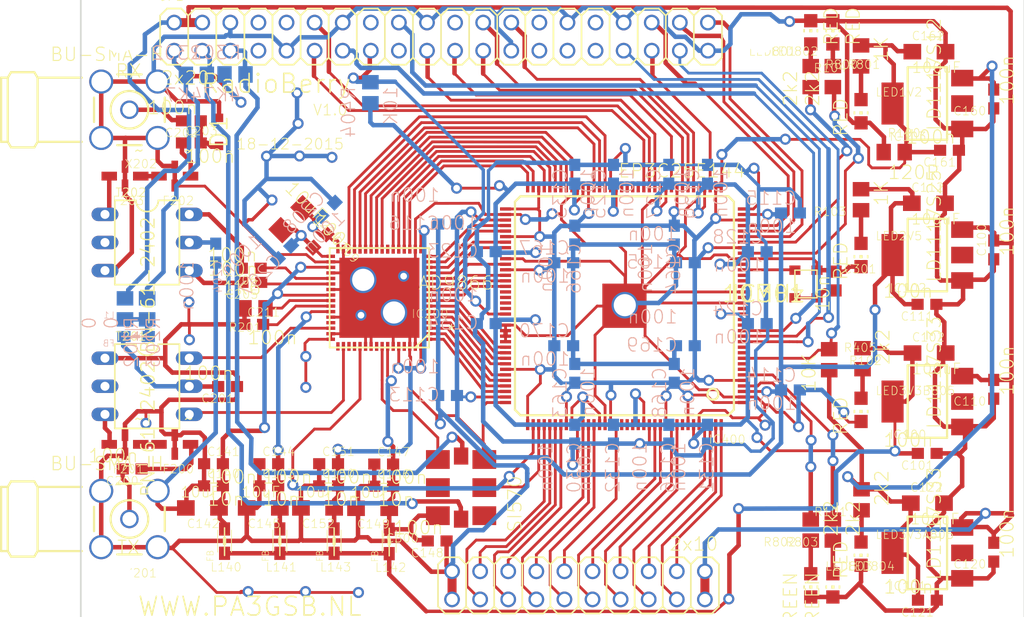
<source format=kicad_pcb>
(kicad_pcb (version 4) (host pcbnew 4.0.2-stable)
  (layers (0 Top signal) (31 Bottom signal hide) (34 B.Paste user hide) (35 F.Paste user hide) (36 B.SilkS user hide) (37 F.SilkS user hide) (38 B.Mask user hide) (39 F.Mask user hide) (44 Edge.Cuts user hide))
  (net 0 "")
  (net 1 GND)
  (net 2 /+5V)
  (net 3 /+3V3B)
  (net 4 /+2V5)
  (net 5 /+3V3A)
  (net 6 /AVDD_ADC)
  (net 7 /AVDD_DAC)
  (net 8 /CLKVDD)
  (net 9 /DVDD)
  (net 10 /+1V2)
  (net 11 /N$71)
  (net 12 /N$69)
  (net 13 /N$4)
  (net 14 /N$5)
  (net 15 /N$28)
  (net 16 /N$29)
  (net 17 /N$14)
  (net 18 /N$15)
  (net 19 /N$3)
  (net 20 /N$13)
  (net 21 /N$8)
  (net 22 /N$30)
  (net 23 /N$32)
  (net 24 /N$33)
  (net 25 /3V3A)
  (net 26 /N$72)
  (net 27 /N$73)
  (net 28 /N$25)
  (net 29 /N$2)
  (net 30 /FPGA_ADIO11)
  (net 31 /FPGA_ADIO10)
  (net 32 /FPGA_ADIO09)
  (net 33 /FPGA_ADIO08)
  (net 34 /FPGA_ADIO07)
  (net 35 /FPGA_ADIO06)
  (net 36 /FPGA_ADIO05)
  (net 37 /FPGA_ADIO04)
  (net 38 /FPGA_ADIO03)
  (net 39 /FPGA_ADIO02)
  (net 40 /FPGA_ADIO01)
  (net 41 /FPGA_ADIO00)
  (net 42 /FPGA_RXEN)
  (net 43 /FPGA_TXEN)
  (net 44 /FPGA_TXCLK)
  (net 45 /FPGA_RXCLK)
  (net 46 /FPGA_CLKOUT)
  (net 47 /FPGA_SDIO)
  (net 48 /FPGA_SDO)
  (net 49 /FPGA_SCLK)
  (net 50 "Net-(IC200-Pad23)")
  (net 51 /FPGA_PGA5)
  (net 52 /FPGA_PGA4)
  (net 53 /FPGA_PGA3)
  (net 54 /FPGA_PGA2)
  (net 55 /FPGA_PGA1)
  (net 56 /FPGA_PGA0)
  (net 57 /FPGA_RESET)
  (net 58 /N$34)
  (net 59 "Net-(IC200-Pad45)")
  (net 60 /N$7)
  (net 61 "Net-(IC200-Pad49)")
  (net 62 /N$6)
  (net 63 "Net-(IC200-Pad51)")
  (net 64 "Net-(IC200-Pad52)")
  (net 65 /FPGA_MODE)
  (net 66 "Net-(IC200-Pad56)")
  (net 67 /CLK)
  (net 68 "Net-(IC200-Pad61)")
  (net 69 /SDA)
  (net 70 /SCL)
  (net 71 "Net-(IC300-Pad5)")
  (net 72 /SI570_OE)
  (net 73 /FPGA_CLOCK)
  (net 74 /DEBUG_3)
  (net 75 /DEBUG_4)
  (net 76 "Net-(IC400-Pad7)")
  (net 77 "Net-(IC400-Pad8)")
  (net 78 /FPGA_NSTATUS)
  (net 79 "Net-(IC400-Pad10)")
  (net 80 "Net-(IC400-Pad11)")
  (net 81 /FPGA_DCLK)
  (net 82 /FPGA_DATA[0])
  (net 83 /FPGA_NCONFIG)
  (net 84 "Net-(IC400-Pad15)")
  (net 85 "Net-(IC400-Pad16)")
  (net 86 "Net-(IC400-Pad18)")
  (net 87 "Net-(IC400-Pad20)")
  (net 88 "Net-(IC400-Pad22)")
  (net 89 "Net-(IC400-Pad23)")
  (net 90 "Net-(IC400-Pad24)")
  (net 91 /DEBUG_2)
  (net 92 /DEBUG_1)
  (net 93 /FPGA_SCLK_SPI1)
  (net 94 /FPGA_MOSI_SPI1)
  (net 95 /FPGA_CE2_SPI1)
  (net 96 /FPGA_MISO_SPI1)
  (net 97 /FPGA_CE1_SPI0)
  (net 98 /FPGA_CE0_SPI0)
  (net 99 /FPGA_SCLK_SPI0)
  (net 100 /FPGA_MISO_SPI0)
  (net 101 /FPGA_MOSI_SPI0)
  (net 102 /FPGA_CE0_SPI1)
  (net 103 /FPGA_CE1_SPI1)
  (net 104 "Net-(IC400-Pad52)")
  (net 105 "Net-(IC400-Pad53)")
  (net 106 "Net-(IC400-Pad54)")
  (net 107 "Net-(IC400-Pad55)")
  (net 108 "Net-(IC400-Pad88)")
  (net 109 "Net-(IC400-Pad89)")
  (net 110 "Net-(IC400-Pad90)")
  (net 111 "Net-(IC400-Pad91)")
  (net 112 /FPGA_CONF_DONE)
  (net 113 /IO-16)
  (net 114 /IO-15)
  (net 115 /IO-14)
  (net 116 /IO-13)
  (net 117 /IO-12)
  (net 118 /IO-11)
  (net 119 /IO-10)
  (net 120 /IO-09)
  (net 121 "Net-(IC400-Pad126)")
  (net 122 "Net-(IC400-Pad127)")
  (net 123 "Net-(IC400-Pad128)")
  (net 124 "Net-(IC400-Pad129)")
  (net 125 /IO-08)
  (net 126 /IO-07)
  (net 127 /IO-06)
  (net 128 /IO-05)
  (net 129 /FPGA_CE0)
  (net 130 /IO-04)
  (net 131 /IO-03)
  (net 132 /IO-02)
  (net 133 /IO-01)
  (net 134 /+3V3)
  (net 135 "Net-(JP1-Pad7)")
  (net 136 "Net-(JP1-Pad8)")
  (net 137 "Net-(JP1-Pad10)")
  (net 138 "Net-(JP1-Pad16)")
  (net 139 "Net-(JP1-Pad17)")
  (net 140 "Net-(JP1-Pad22)")
  (net 141 "Net-(JP1-Pad27)")
  (net 142 "Net-(JP1-Pad28)")
  (net 143 "Net-(JP1-Pad29)")
  (net 144 "Net-(JP1-Pad31)")
  (net 145 "Net-(JP1-Pad32)")
  (net 146 /N$1)
  (net 147 /N$23)
  (net 148 /N$11)
  (net 149 /N$20)
  (net 150 /N$10)
  (net 151 /N$16)
  (net 152 /N$17)
  (net 153 /N$18)
  (net 154 /N$19)
  (module "" (layer Top) (at 109.3411 80.5036)
    (fp_text reference @HOLE0 hide)
    (fp_text value "" (at 0 0) (layer F.SilkS))
    (pad "" np_thru_hole circle (at 0 0) (size 2.75 2.75) (drill 2.75) (layers *.Cu))
  )
  (module "" (layer Top) (at 167.3411 80.5036)
    (fp_text reference @HOLE1 hide)
    (fp_text value "" (at 0 0) (layer F.SilkS))
    (pad "" np_thru_hole circle (at 0 0) (size 2.75 2.75) (drill 2.75) (layers *.Cu))
  )
  (module "" (layer Top) (at 109.3411 129.5036)
    (fp_text reference @HOLE2 hide)
    (fp_text value "" (at 0 0) (layer F.SilkS))
    (pad "" np_thru_hole circle (at 0 0) (size 2.75 2.75) (drill 2.75) (layers *.Cu))
  )
  (module "" (layer Top) (at 167.3411 129.5036)
    (fp_text reference @HOLE3 hide)
    (fp_text value "" (at 0 0) (layer F.SilkS))
    (pad "" np_thru_hole circle (at 0 0) (size 2.75 2.75) (drill 2.75) (layers *.Cu))
  )
  (module 2X20 (layer Top) (at 138.415578 80.390528)
    (fp_text reference JP1 (at -25.4 -3.175) (layer F.SilkS) (effects (font (size 0.77216 0.77216) (thickness 0.077216)) (justify left bottom)))
    (fp_text value 2x20 (at -25.4 4.445) (layer F.SilkS) (effects (font (size 1.2065 1.2065) (thickness 0.09652)) (justify left bottom)))
    (pad 1 thru_hole circle (at -24.13 1.27) (size 1.416 1.416) (drill 1.016) (layers *.Cu *.Mask) (net 134 /+3V3))
    (pad 2 thru_hole circle (at -24.13 -1.27) (size 1.416 1.416) (drill 1.016) (layers *.Cu *.Mask) (net 2 /+5V))
    (pad 3 thru_hole circle (at -21.59 1.27) (size 1.416 1.416) (drill 1.016) (layers *.Cu *.Mask) (net 69 /SDA))
    (pad 4 thru_hole circle (at -21.59 -1.27) (size 1.416 1.416) (drill 1.016) (layers *.Cu *.Mask) (net 2 /+5V))
    (pad 5 thru_hole circle (at -19.05 1.27) (size 1.416 1.416) (drill 1.016) (layers *.Cu *.Mask) (net 70 /SCL))
    (pad 6 thru_hole circle (at -19.05 -1.27) (size 1.416 1.416) (drill 1.016) (layers *.Cu *.Mask) (net 1 GND))
    (pad 7 thru_hole circle (at -16.51 1.27) (size 1.416 1.416) (drill 1.016) (layers *.Cu *.Mask) (net 135 "Net-(JP1-Pad7)"))
    (pad 8 thru_hole circle (at -16.51 -1.27) (size 1.416 1.416) (drill 1.016) (layers *.Cu *.Mask) (net 136 "Net-(JP1-Pad8)"))
    (pad 9 thru_hole circle (at -13.97 1.27) (size 1.416 1.416) (drill 1.016) (layers *.Cu *.Mask) (net 1 GND))
    (pad 10 thru_hole circle (at -13.97 -1.27) (size 1.416 1.416) (drill 1.016) (layers *.Cu *.Mask) (net 137 "Net-(JP1-Pad10)"))
    (pad 11 thru_hole circle (at -11.43 1.27) (size 1.416 1.416) (drill 1.016) (layers *.Cu *.Mask) (net 103 /FPGA_CE1_SPI1))
    (pad 12 thru_hole circle (at -11.43 -1.27) (size 1.416 1.416) (drill 1.016) (layers *.Cu *.Mask) (net 102 /FPGA_CE0_SPI1))
    (pad 13 thru_hole circle (at -8.89 1.27) (size 1.416 1.416) (drill 1.016) (layers *.Cu *.Mask) (net 83 /FPGA_NCONFIG))
    (pad 14 thru_hole circle (at -8.89 -1.27) (size 1.416 1.416) (drill 1.016) (layers *.Cu *.Mask) (net 1 GND))
    (pad 15 thru_hole circle (at -6.35 1.27) (size 1.416 1.416) (drill 1.016) (layers *.Cu *.Mask) (net 112 /FPGA_CONF_DONE))
    (pad 16 thru_hole circle (at -6.35 -1.27) (size 1.416 1.416) (drill 1.016) (layers *.Cu *.Mask) (net 138 "Net-(JP1-Pad16)"))
    (pad 17 thru_hole circle (at -3.81 1.27) (size 1.416 1.416) (drill 1.016) (layers *.Cu *.Mask) (net 139 "Net-(JP1-Pad17)"))
    (pad 18 thru_hole circle (at -3.81 -1.27) (size 1.416 1.416) (drill 1.016) (layers *.Cu *.Mask) (net 81 /FPGA_DCLK))
    (pad 19 thru_hole circle (at -1.27 1.27) (size 1.416 1.416) (drill 1.016) (layers *.Cu *.Mask) (net 101 /FPGA_MOSI_SPI0))
    (pad 20 thru_hole circle (at -1.27 -1.27) (size 1.416 1.416) (drill 1.016) (layers *.Cu *.Mask) (net 1 GND))
    (pad 21 thru_hole circle (at 1.27 1.27) (size 1.416 1.416) (drill 1.016) (layers *.Cu *.Mask) (net 100 /FPGA_MISO_SPI0))
    (pad 22 thru_hole circle (at 1.27 -1.27) (size 1.416 1.416) (drill 1.016) (layers *.Cu *.Mask) (net 140 "Net-(JP1-Pad22)"))
    (pad 23 thru_hole circle (at 3.81 1.27) (size 1.416 1.416) (drill 1.016) (layers *.Cu *.Mask) (net 99 /FPGA_SCLK_SPI0))
    (pad 24 thru_hole circle (at 3.81 -1.27) (size 1.416 1.416) (drill 1.016) (layers *.Cu *.Mask) (net 98 /FPGA_CE0_SPI0))
    (pad 25 thru_hole circle (at 6.35 1.27) (size 1.416 1.416) (drill 1.016) (layers *.Cu *.Mask) (net 1 GND))
    (pad 26 thru_hole circle (at 6.35 -1.27) (size 1.416 1.416) (drill 1.016) (layers *.Cu *.Mask) (net 97 /FPGA_CE1_SPI0))
    (pad 27 thru_hole circle (at 8.89 1.27) (size 1.416 1.416) (drill 1.016) (layers *.Cu *.Mask) (net 141 "Net-(JP1-Pad27)"))
    (pad 28 thru_hole circle (at 8.89 -1.27) (size 1.416 1.416) (drill 1.016) (layers *.Cu *.Mask) (net 142 "Net-(JP1-Pad28)"))
    (pad 29 thru_hole circle (at 11.43 1.27) (size 1.416 1.416) (drill 1.016) (layers *.Cu *.Mask) (net 143 "Net-(JP1-Pad29)"))
    (pad 30 thru_hole circle (at 11.43 -1.27) (size 1.416 1.416) (drill 1.016) (layers *.Cu *.Mask) (net 1 GND))
    (pad 31 thru_hole circle (at 13.97 1.27) (size 1.416 1.416) (drill 1.016) (layers *.Cu *.Mask) (net 144 "Net-(JP1-Pad31)"))
    (pad 32 thru_hole circle (at 13.97 -1.27) (size 1.416 1.416) (drill 1.016) (layers *.Cu *.Mask) (net 145 "Net-(JP1-Pad32)"))
    (pad 33 thru_hole circle (at 16.51 1.27) (size 1.416 1.416) (drill 1.016) (layers *.Cu *.Mask) (net 82 /FPGA_DATA[0]))
    (pad 34 thru_hole circle (at 16.51 -1.27) (size 1.416 1.416) (drill 1.016) (layers *.Cu *.Mask) (net 1 GND))
    (pad 35 thru_hole circle (at 19.05 1.27) (size 1.416 1.416) (drill 1.016) (layers *.Cu *.Mask) (net 96 /FPGA_MISO_SPI1))
    (pad 36 thru_hole circle (at 19.05 -1.27) (size 1.416 1.416) (drill 1.016) (layers *.Cu *.Mask) (net 95 /FPGA_CE2_SPI1))
    (pad 37 thru_hole circle (at 21.59 1.27) (size 1.416 1.416) (drill 1.016) (layers *.Cu *.Mask) (net 78 /FPGA_NSTATUS))
    (pad 38 thru_hole circle (at 21.59 -1.27) (size 1.416 1.416) (drill 1.016) (layers *.Cu *.Mask) (net 94 /FPGA_MOSI_SPI1))
    (pad 39 thru_hole circle (at 24.13 1.27) (size 1.416 1.416) (drill 1.016) (layers *.Cu *.Mask) (net 1 GND))
    (pad 40 thru_hole circle (at 24.13 -1.27) (size 1.416 1.416) (drill 1.016) (layers *.Cu *.Mask) (net 93 /FPGA_SCLK_SPI1))
  )
  (module CP_64_3 (layer Top) (at 132.8411 104.0036 180)
    (fp_text reference IC200 (at -2.8702 -1.905 360) (layer F.SilkS) (effects (font (size 0.77216 0.77216) (thickness 0.046329)) (justify left bottom)))
    (fp_text value AD9866 (at -3.4544 0.635 180) (layer F.SilkS) (effects (font (size 1.2065 1.2065) (thickness 0.07239)) (justify left bottom)))
    (fp_text user * (at -6.0198 -3.7338 180) (layer F.SilkS) (effects (font (size 1.2065 1.2065) (thickness 0.0762)) (justify left bottom)))
    (pad 1 smd rect (at -4.3942 -3.75 90) (size 0.3048 0.762) (layers Top F.Paste F.Mask) (net 30 /FPGA_ADIO11))
    (pad 2 smd rect (at -4.3942 -3.25 90) (size 0.3048 0.8128) (layers Top F.Paste F.Mask) (net 31 /FPGA_ADIO10))
    (pad 3 smd rect (at -4.3942 -2.75 90) (size 0.3048 0.8128) (layers Top F.Paste F.Mask) (net 32 /FPGA_ADIO09))
    (pad 4 smd rect (at -4.3942 -2.25 90) (size 0.3048 0.8128) (layers Top F.Paste F.Mask) (net 33 /FPGA_ADIO08))
    (pad 5 smd rect (at -4.3942 -1.75 90) (size 0.3048 0.8128) (layers Top F.Paste F.Mask) (net 34 /FPGA_ADIO07))
    (pad 6 smd rect (at -4.3942 -1.25 90) (size 0.3048 0.8128) (layers Top F.Paste F.Mask) (net 35 /FPGA_ADIO06))
    (pad 7 smd rect (at -4.3942 -0.75 90) (size 0.3048 0.8128) (layers Top F.Paste F.Mask) (net 36 /FPGA_ADIO05))
    (pad 8 smd rect (at -4.3942 -0.25 90) (size 0.3048 0.8128) (layers Top F.Paste F.Mask) (net 37 /FPGA_ADIO04))
    (pad 9 smd rect (at -4.3942 0.25 90) (size 0.3048 0.8128) (layers Top F.Paste F.Mask) (net 38 /FPGA_ADIO03))
    (pad 10 smd rect (at -4.3942 0.75 90) (size 0.3048 0.8128) (layers Top F.Paste F.Mask) (net 39 /FPGA_ADIO02))
    (pad 11 smd rect (at -4.3942 1.25 90) (size 0.3048 0.8128) (layers Top F.Paste F.Mask) (net 40 /FPGA_ADIO01))
    (pad 12 smd rect (at -4.3942 1.75 90) (size 0.3048 0.8128) (layers Top F.Paste F.Mask) (net 41 /FPGA_ADIO00))
    (pad 13 smd rect (at -4.3942 2.25 90) (size 0.3048 0.8128) (layers Top F.Paste F.Mask) (net 42 /FPGA_RXEN))
    (pad 14 smd rect (at -4.3942 2.75 90) (size 0.3048 0.8128) (layers Top F.Paste F.Mask) (net 43 /FPGA_TXEN))
    (pad 15 smd rect (at -4.3942 3.25 90) (size 0.3048 0.8128) (layers Top F.Paste F.Mask) (net 44 /FPGA_TXCLK))
    (pad 16 smd rect (at -4.3942 3.75 90) (size 0.3048 0.762) (layers Top F.Paste F.Mask) (net 45 /FPGA_RXCLK))
    (pad 17 smd rect (at -3.75 4.3942) (size 0.3048 0.762) (layers Top F.Paste F.Mask) (net 9 /DVDD))
    (pad 18 smd rect (at -3.25 4.3942) (size 0.3048 0.8128) (layers Top F.Paste F.Mask) (net 1 GND))
    (pad 19 smd rect (at -2.75 4.3942) (size 0.3048 0.8128) (layers Top F.Paste F.Mask) (net 46 /FPGA_CLKOUT))
    (pad 20 smd rect (at -2.25 4.3942) (size 0.3048 0.8128) (layers Top F.Paste F.Mask) (net 47 /FPGA_SDIO))
    (pad 21 smd rect (at -1.75 4.3942) (size 0.3048 0.8128) (layers Top F.Paste F.Mask) (net 48 /FPGA_SDO))
    (pad 22 smd rect (at -1.25 4.3942) (size 0.3048 0.8128) (layers Top F.Paste F.Mask) (net 49 /FPGA_SCLK))
    (pad 23 smd rect (at -0.75 4.3942) (size 0.3048 0.8128) (layers Top F.Paste F.Mask) (net 50 "Net-(IC200-Pad23)"))
    (pad 24 smd rect (at -0.25 4.3942) (size 0.3048 0.8128) (layers Top F.Paste F.Mask) (net 51 /FPGA_PGA5))
    (pad 25 smd rect (at 0.25 4.3942) (size 0.3048 0.8128) (layers Top F.Paste F.Mask) (net 52 /FPGA_PGA4))
    (pad 26 smd rect (at 0.75 4.3942) (size 0.3048 0.8128) (layers Top F.Paste F.Mask) (net 53 /FPGA_PGA3))
    (pad 27 smd rect (at 1.25 4.3942) (size 0.3048 0.8128) (layers Top F.Paste F.Mask) (net 54 /FPGA_PGA2))
    (pad 28 smd rect (at 1.75 4.3942) (size 0.3048 0.8128) (layers Top F.Paste F.Mask) (net 55 /FPGA_PGA1))
    (pad 29 smd rect (at 2.25 4.3942) (size 0.3048 0.8128) (layers Top F.Paste F.Mask) (net 56 /FPGA_PGA0))
    (pad 30 smd rect (at 2.75 4.3942) (size 0.3048 0.8128) (layers Top F.Paste F.Mask) (net 57 /FPGA_RESET))
    (pad 31 smd rect (at 3.25 4.3942) (size 0.3048 0.8128) (layers Top F.Paste F.Mask) (net 1 GND))
    (pad 32 smd rect (at 3.75 4.3942) (size 0.3048 0.762) (layers Top F.Paste F.Mask) (net 23 /N$32))
    (pad 33 smd rect (at 4.3942 3.75 90) (size 0.3048 0.762) (layers Top F.Paste F.Mask) (net 22 /N$30))
    (pad 34 smd rect (at 4.3942 3.25 90) (size 0.3048 0.8128) (layers Top F.Paste F.Mask) (net 1 GND))
    (pad 35 smd rect (at 4.3942 2.75 90) (size 0.3048 0.8128) (layers Top F.Paste F.Mask) (net 6 /AVDD_ADC))
    (pad 36 smd rect (at 4.3942 2.25 90) (size 0.3048 0.8128) (layers Top F.Paste F.Mask) (net 1 GND))
    (pad 37 smd rect (at 4.3942 1.75 90) (size 0.3048 0.8128) (layers Top F.Paste F.Mask) (net 20 /N$13))
    (pad 38 smd rect (at 4.3942 1.25 90) (size 0.3048 0.8128) (layers Top F.Paste F.Mask) (net 18 /N$15))
    (pad 39 smd rect (at 4.3942 0.75 90) (size 0.3048 0.8128) (layers Top F.Paste F.Mask) (net 1 GND))
    (pad 40 smd rect (at 4.3942 0.25 90) (size 0.3048 0.8128) (layers Top F.Paste F.Mask) (net 6 /AVDD_ADC))
    (pad 41 smd rect (at 4.3942 -0.25 90) (size 0.3048 0.8128) (layers Top F.Paste F.Mask) (net 58 /N$34))
    (pad 42 smd rect (at 4.3942 -0.75 90) (size 0.3048 0.8128) (layers Top F.Paste F.Mask) (net 24 /N$33))
    (pad 43 smd rect (at 4.3942 -1.25 90) (size 0.3048 0.8128) (layers Top F.Paste F.Mask) (net 7 /AVDD_DAC))
    (pad 44 smd rect (at 4.3942 -1.75 90) (size 0.3048 0.8128) (layers Top F.Paste F.Mask) (net 1 GND))
    (pad 45 smd rect (at 4.3942 -2.25 90) (size 0.3048 0.8128) (layers Top F.Paste F.Mask) (net 59 "Net-(IC200-Pad45)"))
    (pad 46 smd rect (at 4.3942 -2.75 90) (size 0.3048 0.8128) (layers Top F.Paste F.Mask) (net 60 /N$7))
    (pad 47 smd rect (at 4.3942 -3.25 90) (size 0.3048 0.8128) (layers Top F.Paste F.Mask) (net 1 GND))
    (pad 48 smd rect (at 4.3942 -3.75 90) (size 0.3048 0.762) (layers Top F.Paste F.Mask) (net 1 GND))
    (pad 49 smd rect (at 3.75 -4.3942) (size 0.3048 0.762) (layers Top F.Paste F.Mask) (net 61 "Net-(IC200-Pad49)"))
    (pad 50 smd rect (at 3.25 -4.3942) (size 0.3048 0.8128) (layers Top F.Paste F.Mask) (net 62 /N$6))
    (pad 51 smd rect (at 2.75 -4.3942) (size 0.3048 0.8128) (layers Top F.Paste F.Mask) (net 63 "Net-(IC200-Pad51)"))
    (pad 52 smd rect (at 2.25 -4.3942) (size 0.3048 0.8128) (layers Top F.Paste F.Mask) (net 64 "Net-(IC200-Pad52)"))
    (pad 53 smd rect (at 1.75 -4.3942) (size 0.3048 0.8128) (layers Top F.Paste F.Mask) (net 65 /FPGA_MODE))
    (pad 54 smd rect (at 1.25 -4.3942) (size 0.3048 0.8128) (layers Top F.Paste F.Mask) (net 1 GND))
    (pad 55 smd rect (at 0.75 -4.3942) (size 0.3048 0.8128) (layers Top F.Paste F.Mask) (net 1 GND))
    (pad 56 smd rect (at 0.25 -4.3942) (size 0.3048 0.8128) (layers Top F.Paste F.Mask) (net 66 "Net-(IC200-Pad56)"))
    (pad 57 smd rect (at -0.25 -4.3942) (size 0.3048 0.8128) (layers Top F.Paste F.Mask) (net 67 /CLK))
    (pad 58 smd rect (at -0.75 -4.3942) (size 0.3048 0.8128) (layers Top F.Paste F.Mask) (net 8 /CLKVDD))
    (pad 59 smd rect (at -1.25 -4.3942) (size 0.3048 0.8128) (layers Top F.Paste F.Mask) (net 1 GND))
    (pad 60 smd rect (at -1.75 -4.3942) (size 0.3048 0.8128) (layers Top F.Paste F.Mask) (net 9 /DVDD))
    (pad 61 smd rect (at -2.25 -4.3942) (size 0.3048 0.8128) (layers Top F.Paste F.Mask) (net 68 "Net-(IC200-Pad61)"))
    (pad 62 smd rect (at -2.75 -4.3942) (size 0.3048 0.8128) (layers Top F.Paste F.Mask) (net 1 GND))
    (pad 63 smd rect (at -3.25 -4.3942) (size 0.3048 0.8128) (layers Top F.Paste F.Mask) (net 1 GND))
    (pad 64 smd rect (at -3.75 -4.3942) (size 0.3048 0.762) (layers Top F.Paste F.Mask) (net 9 /DVDD))
    (pad 65 smd rect (at 0 0 180) (size 7.239 7.239) (layers Top F.Paste F.Mask) (net 1 GND))
  )
  (module BU-SMA-H (layer Top) (at 110.2411 124.0036 180)
    (fp_text reference X201 (at -2.54 -4.445 360) (layer F.SilkS) (effects (font (size 0.77216 0.77216) (thickness 0.061772)) (justify right top)))
    (fp_text value BU-SMA-H (at -3.175 5.715 360) (layer F.SilkS) (effects (font (size 1.2065 1.2065) (thickness 0.09652)) (justify right top)))
    (pad 1 thru_hole circle (at 0 0 180) (size 1.67 1.67) (drill 1.27) (layers *.Cu *.Mask) (net 12 /N$69))
    (pad 2 thru_hole circle (at -2.5499 -2.5499 180) (size 2.178 2.178) (drill 1.778) (layers *.Cu *.Mask) (net 1 GND))
    (pad 3 thru_hole circle (at 2.5499 -2.5499 180) (size 2.178 2.178) (drill 1.778) (layers *.Cu *.Mask) (net 1 GND))
    (pad 4 thru_hole circle (at 2.5499 2.5499 180) (size 2.178 2.178) (drill 1.778) (layers *.Cu *.Mask) (net 1 GND))
    (pad 5 thru_hole circle (at -2.5499 2.5499 180) (size 2.178 2.178) (drill 1.778) (layers *.Cu *.Mask) (net 1 GND))
  )
  (module BU-SMA-H (layer Top) (at 110.2411 87.0036 180)
    (fp_text reference X202 (at -2.54 -4.445 360) (layer F.SilkS) (effects (font (size 0.77216 0.77216) (thickness 0.061772)) (justify right top)))
    (fp_text value BU-SMA-H (at -3.175 5.715 360) (layer F.SilkS) (effects (font (size 1.2065 1.2065) (thickness 0.09652)) (justify right top)))
    (pad 1 thru_hole circle (at 0 0 180) (size 1.67 1.67) (drill 1.27) (layers *.Cu *.Mask) (net 15 /N$28))
    (pad 2 thru_hole circle (at -2.5499 -2.5499 180) (size 2.178 2.178) (drill 1.778) (layers *.Cu *.Mask) (net 1 GND))
    (pad 3 thru_hole circle (at 2.5499 -2.5499 180) (size 2.178 2.178) (drill 1.778) (layers *.Cu *.Mask) (net 1 GND))
    (pad 4 thru_hole circle (at 2.5499 2.5499 180) (size 2.178 2.178) (drill 1.778) (layers *.Cu *.Mask) (net 1 GND))
    (pad 5 thru_hole circle (at -2.5499 2.5499 180) (size 2.178 2.178) (drill 1.778) (layers *.Cu *.Mask) (net 1 GND))
  )
  (module R0805 (layer Top) (at 176.434494 122.267078 90)
    (fp_text reference R101 (at -0.635 -1.27 360) (layer F.SilkS) (effects (font (size 0.77216 0.77216) (thickness 0.061772)) (justify right top)))
    (fp_text value 2k2 (at -0.635 2.54 90) (layer F.SilkS) (effects (font (size 1.2065 1.2065) (thickness 0.09652)) (justify left bottom)))
    (pad 1 smd rect (at -0.95 0 90) (size 1.3 1.5) (layers Top F.Paste F.Mask) (net 149 /N$20))
    (pad 2 smd rect (at 0.95 0 90) (size 1.3 1.5) (layers Top F.Paste F.Mask) (net 5 /+3V3A))
  )
  (module C0603 (layer Bottom) (at 139.006081 112.83545)
    (fp_text reference C113 (at -0.635 0.635) (layer B.SilkS) (effects (font (size 1.2065 1.2065) (thickness 0.1016)) (justify left bottom mirror)))
    (fp_text value 100n (at -0.635 -1.905) (layer B.SilkS) (effects (font (size 1.2065 1.2065) (thickness 0.1016)) (justify left bottom mirror)))
    (pad 1 smd rect (at -0.85 0) (size 1.1 1) (layers Bottom B.Paste B.Mask) (net 1 GND))
    (pad 2 smd rect (at 0.85 0) (size 1.1 1) (layers Bottom B.Paste B.Mask) (net 4 /+2V5))
  )
  (module C0603 (layer Bottom) (at 170.006081 112.33545 180)
    (fp_text reference C114 (at -0.635 0.635 180) (layer B.SilkS) (effects (font (size 1.2065 1.2065) (thickness 0.1016)) (justify left bottom mirror)))
    (fp_text value 100n (at -0.635 -1.905 180) (layer B.SilkS) (effects (font (size 1.2065 1.2065) (thickness 0.1016)) (justify left bottom mirror)))
    (pad 1 smd rect (at -0.85 0 180) (size 1.1 1) (layers Bottom B.Paste B.Mask) (net 1 GND))
    (pad 2 smd rect (at 0.85 0 180) (size 1.1 1) (layers Bottom B.Paste B.Mask) (net 4 /+2V5))
  )
  (module C0603 (layer Bottom) (at 170.006081 96.33545 180)
    (fp_text reference C115 (at -0.635 0.635 180) (layer B.SilkS) (effects (font (size 1.2065 1.2065) (thickness 0.1016)) (justify left bottom mirror)))
    (fp_text value 100n (at -0.635 -1.905 180) (layer B.SilkS) (effects (font (size 1.2065 1.2065) (thickness 0.1016)) (justify left bottom mirror)))
    (pad 1 smd rect (at -0.85 0 180) (size 1.1 1) (layers Bottom B.Paste B.Mask) (net 1 GND))
    (pad 2 smd rect (at 0.85 0 180) (size 1.1 1) (layers Bottom B.Paste B.Mask) (net 4 /+2V5))
  )
  (module C0603 (layer Bottom) (at 142.506081 99.83545)
    (fp_text reference C123 (at -0.635 0.635) (layer B.SilkS) (effects (font (size 1.2065 1.2065) (thickness 0.1016)) (justify left bottom mirror)))
    (fp_text value 100n (at -0.635 -1.905) (layer B.SilkS) (effects (font (size 1.2065 1.2065) (thickness 0.1016)) (justify left bottom mirror)))
    (pad 1 smd rect (at -0.85 0) (size 1.1 1) (layers Bottom B.Paste B.Mask) (net 1 GND))
    (pad 2 smd rect (at 0.85 0) (size 1.1 1) (layers Bottom B.Paste B.Mask) (net 5 /+3V3A))
  )
  (module C0603 (layer Bottom) (at 167.006081 106.33545 180)
    (fp_text reference C124 (at -0.635 0.635 180) (layer B.SilkS) (effects (font (size 1.2065 1.2065) (thickness 0.1016)) (justify left bottom mirror)))
    (fp_text value 100n (at -0.635 -1.905 180) (layer B.SilkS) (effects (font (size 1.2065 1.2065) (thickness 0.1016)) (justify left bottom mirror)))
    (pad 1 smd rect (at -0.85 0 180) (size 1.1 1) (layers Bottom B.Paste B.Mask) (net 1 GND))
    (pad 2 smd rect (at 0.85 0 180) (size 1.1 1) (layers Bottom B.Paste B.Mask) (net 5 /+3V3A))
  )
  (module C0603 (layer Bottom) (at 154.006081 92.83545 270)
    (fp_text reference C125 (at -0.635 0.635 270) (layer B.SilkS) (effects (font (size 1.2065 1.2065) (thickness 0.1016)) (justify left bottom mirror)))
    (fp_text value 100n (at -0.635 -1.905 270) (layer B.SilkS) (effects (font (size 1.2065 1.2065) (thickness 0.1016)) (justify left bottom mirror)))
    (pad 1 smd rect (at -0.85 0 270) (size 1.1 1) (layers Bottom B.Paste B.Mask) (net 1 GND))
    (pad 2 smd rect (at 0.85 0 270) (size 1.1 1) (layers Bottom B.Paste B.Mask) (net 5 /+3V3A))
  )
  (module C0603 (layer Bottom) (at 159.006081 116.33545 90)
    (fp_text reference C126 (at -0.635 0.635 90) (layer B.SilkS) (effects (font (size 1.2065 1.2065) (thickness 0.1016)) (justify left bottom mirror)))
    (fp_text value 100n (at -0.635 -1.905 90) (layer B.SilkS) (effects (font (size 1.2065 1.2065) (thickness 0.1016)) (justify left bottom mirror)))
    (pad 1 smd rect (at -0.85 0 90) (size 1.1 1) (layers Bottom B.Paste B.Mask) (net 1 GND))
    (pad 2 smd rect (at 0.85 0 90) (size 1.1 1) (layers Bottom B.Paste B.Mask) (net 5 /+3V3A))
  )
  (module C0603 (layer Bottom) (at 159.006081 92.83545 270)
    (fp_text reference C127 (at -0.635 0.635 270) (layer B.SilkS) (effects (font (size 1.2065 1.2065) (thickness 0.1016)) (justify left bottom mirror)))
    (fp_text value 100n (at -0.635 -1.905 270) (layer B.SilkS) (effects (font (size 1.2065 1.2065) (thickness 0.1016)) (justify left bottom mirror)))
    (pad 1 smd rect (at -0.85 0 270) (size 1.1 1) (layers Bottom B.Paste B.Mask) (net 1 GND))
    (pad 2 smd rect (at 0.85 0 270) (size 1.1 1) (layers Bottom B.Paste B.Mask) (net 5 /+3V3A))
  )
  (module C0603 (layer Bottom) (at 167.006081 99.83545 180)
    (fp_text reference C128 (at -0.635 0.635 180) (layer B.SilkS) (effects (font (size 1.2065 1.2065) (thickness 0.1016)) (justify left bottom mirror)))
    (fp_text value 100n (at -0.635 -1.905 180) (layer B.SilkS) (effects (font (size 1.2065 1.2065) (thickness 0.1016)) (justify left bottom mirror)))
    (pad 1 smd rect (at -0.85 0 180) (size 1.1 1) (layers Bottom B.Paste B.Mask) (net 1 GND))
    (pad 2 smd rect (at 0.85 0 180) (size 1.1 1) (layers Bottom B.Paste B.Mask) (net 5 /+3V3A))
  )
  (module SOT223 (layer Top) (at 182.388194 113.384175 90)
    (fp_text reference IC100 (at -2.54 -0.0508 360) (layer F.SilkS) (effects (font (size 0.77216 0.77216) (thickness 0.061772)) (justify right top)))
    (fp_text value LD1117S33 (at -2.54 1.3208 90) (layer F.SilkS) (effects (font (size 1.2065 1.2065) (thickness 0.09652)) (justify left bottom)))
    (pad 1 smd rect (at -2.3 3.15 90) (size 1.5 2) (layers Top F.Paste F.Mask) (net 1 GND))
    (pad 2 smd rect (at 0 3.15 90) (size 1.5 2) (layers Top F.Paste F.Mask))
    (pad 3 smd rect (at 2.3 3.15 90) (size 1.5 2) (layers Top F.Paste F.Mask) (net 2 /+5V))
    (pad 4 smd rect (at 0 -3.15 90) (size 3.8 2) (layers Top F.Paste F.Mask) (net 3 /+3V3B))
  )
  (module C0603 (layer Top) (at 188.388194 99.672569 90)
    (fp_text reference C100 (at -0.635 -0.635 90) (layer F.SilkS) (effects (font (size 0.77216 0.77216) (thickness 0.061772)) (justify left bottom)))
    (fp_text value 100n (at -0.635 1.905 90) (layer F.SilkS) (effects (font (size 1.2065 1.2065) (thickness 0.09652)) (justify left bottom)))
    (pad 1 smd rect (at -0.85 0 90) (size 1.1 1) (layers Top F.Paste F.Mask) (net 1 GND))
    (pad 2 smd rect (at 0.85 0 90) (size 1.1 1) (layers Top F.Paste F.Mask) (net 2 /+5V))
  )
  (module C0603 (layer Top) (at 182.374078 118.071281 180)
    (fp_text reference C101 (at -0.635 -0.635 360) (layer F.SilkS) (effects (font (size 0.77216 0.77216) (thickness 0.061772)) (justify right top)))
    (fp_text value 100n (at -0.635 1.905 360) (layer F.SilkS) (effects (font (size 1.2065 1.2065) (thickness 0.09652)) (justify right top)))
    (pad 1 smd rect (at -0.85 0 180) (size 1.1 1) (layers Top F.Paste F.Mask) (net 1 GND))
    (pad 2 smd rect (at 0.85 0 180) (size 1.1 1) (layers Top F.Paste F.Mask) (net 3 /+3V3B))
  )
  (module SMC_A (layer Top) (at 182.542119 108.998866)
    (fp_text reference C102 (at -1.6 -0.975) (layer F.SilkS) (effects (font (size 0.77216 0.77216) (thickness 0.061772)) (justify left bottom)))
    (fp_text value 100uF (at -1.6 2) (layer F.SilkS) (effects (font (size 0.9652 0.9652) (thickness 0.077216)) (justify left bottom)))
    (pad + smd rect (at -1.5 0) (size 1.6 1.4) (layers Top F.Paste F.Mask) (net 3 /+3V3B))
    (pad - smd rect (at 1.5 0 180) (size 1.6 1.4) (layers Top F.Paste F.Mask) (net 1 GND))
  )
  (module SOT223 (layer Top) (at 182.388194 100.138569 90)
    (fp_text reference IC102 (at -2.54 -0.0508 360) (layer F.SilkS) (effects (font (size 0.77216 0.77216) (thickness 0.061772)) (justify right top)))
    (fp_text value LD1117S25 (at -2.54 1.3208 90) (layer F.SilkS) (effects (font (size 1.2065 1.2065) (thickness 0.09652)) (justify left bottom)))
    (pad 1 smd rect (at -2.3 3.15 90) (size 1.5 2) (layers Top F.Paste F.Mask) (net 1 GND))
    (pad 2 smd rect (at 0 3.15 90) (size 1.5 2) (layers Top F.Paste F.Mask))
    (pad 3 smd rect (at 2.3 3.15 90) (size 1.5 2) (layers Top F.Paste F.Mask) (net 2 /+5V))
    (pad 4 smd rect (at 0 -3.15 90) (size 3.8 2) (layers Top F.Paste F.Mask) (net 4 /+2V5))
  )
  (module C0603 (layer Top) (at 188.388194 112.279153 90)
    (fp_text reference C110 (at -0.635 -0.635 360) (layer F.SilkS) (effects (font (size 0.77216 0.77216) (thickness 0.061772)) (justify right top)))
    (fp_text value 100n (at -0.635 1.905 90) (layer F.SilkS) (effects (font (size 1.2065 1.2065) (thickness 0.09652)) (justify left bottom)))
    (pad 1 smd rect (at -0.85 0 90) (size 1.1 1) (layers Top F.Paste F.Mask) (net 1 GND))
    (pad 2 smd rect (at 0.85 0 90) (size 1.1 1) (layers Top F.Paste F.Mask) (net 2 /+5V))
  )
  (module C0603 (layer Top) (at 182.351278 104.595359 180)
    (fp_text reference C111 (at -0.635 -0.635 360) (layer F.SilkS) (effects (font (size 0.77216 0.77216) (thickness 0.061772)) (justify right top)))
    (fp_text value 100n (at -0.635 1.905 360) (layer F.SilkS) (effects (font (size 1.2065 1.2065) (thickness 0.09652)) (justify right top)))
    (pad 1 smd rect (at -0.85 0 180) (size 1.1 1) (layers Top F.Paste F.Mask) (net 1 GND))
    (pad 2 smd rect (at 0.85 0 180) (size 1.1 1) (layers Top F.Paste F.Mask) (net 4 /+2V5))
  )
  (module SMC_A (layer Top) (at 182.480925 95.456194)
    (fp_text reference C112 (at -1.6 -0.975) (layer F.SilkS) (effects (font (size 0.77216 0.77216) (thickness 0.061772)) (justify left bottom)))
    (fp_text value 100uF (at -1.6 2) (layer F.SilkS) (effects (font (size 0.9652 0.9652) (thickness 0.077216)) (justify left bottom)))
    (pad + smd rect (at -1.5 0) (size 1.6 1.4) (layers Top F.Paste F.Mask) (net 4 /+2V5))
    (pad - smd rect (at 1.5 0 180) (size 1.6 1.4) (layers Top F.Paste F.Mask) (net 1 GND))
  )
  (module C0603 (layer Top) (at 188.388194 86.026906 90)
    (fp_text reference C160 (at -0.635 -0.635 360) (layer F.SilkS) (effects (font (size 0.77216 0.77216) (thickness 0.061772)) (justify right top)))
    (fp_text value 100n (at -0.635 1.905 90) (layer F.SilkS) (effects (font (size 1.2065 1.2065) (thickness 0.09652)) (justify left bottom)))
    (pad 1 smd rect (at -0.85 0 90) (size 1.1 1) (layers Top F.Paste F.Mask) (net 1 GND))
    (pad 2 smd rect (at 0.85 0 90) (size 1.1 1) (layers Top F.Paste F.Mask) (net 5 /+3V3A))
  )
  (module C0603 (layer Top) (at 184.388194 90.665506 180)
    (fp_text reference C161 (at -0.635 -0.635 360) (layer F.SilkS) (effects (font (size 0.77216 0.77216) (thickness 0.061772)) (justify right top)))
    (fp_text value 100n (at -0.635 1.905 360) (layer F.SilkS) (effects (font (size 1.2065 1.2065) (thickness 0.09652)) (justify right top)))
    (pad 1 smd rect (at -0.85 0 180) (size 1.1 1) (layers Top F.Paste F.Mask) (net 1 GND))
    (pad 2 smd rect (at 0.85 0 180) (size 1.1 1) (layers Top F.Paste F.Mask) (net 10 /+1V2))
  )
  (module SMC_A (layer Top) (at 182.52675 81.750972)
    (fp_text reference C162 (at -1.6 -0.975) (layer F.SilkS) (effects (font (size 0.77216 0.77216) (thickness 0.061772)) (justify left bottom)))
    (fp_text value 100uF (at -1.6 2) (layer F.SilkS) (effects (font (size 0.9652 0.9652) (thickness 0.077216)) (justify left bottom)))
    (pad + smd rect (at -1.5 0) (size 1.6 1.4) (layers Top F.Paste F.Mask) (net 10 /+1V2))
    (pad - smd rect (at 1.5 0 180) (size 1.6 1.4) (layers Top F.Paste F.Mask) (net 1 GND))
  )
  (module SOT223 (layer Top) (at 182.388194 86.440387 90)
    (fp_text reference IC103 (at -2.54 -0.0508 360) (layer F.SilkS) (effects (font (size 0.77216 0.77216) (thickness 0.061772)) (justify right top)))
    (fp_text value LD1117S12 (at -2.54 1.3208 90) (layer F.SilkS) (effects (font (size 1.2065 1.2065) (thickness 0.09652)) (justify left bottom)))
    (pad 1 smd rect (at -2.3 3.15 90) (size 1.5 2) (layers Top F.Paste F.Mask) (net 1 GND))
    (pad 2 smd rect (at 0 3.15 90) (size 1.5 2) (layers Top F.Paste F.Mask))
    (pad 3 smd rect (at 2.3 3.15 90) (size 1.5 2) (layers Top F.Paste F.Mask) (net 5 /+3V3A))
    (pad 4 smd rect (at 0 -3.15 90) (size 3.8 2) (layers Top F.Paste F.Mask) (net 10 /+1V2))
  )
  (module C0603 (layer Bottom) (at 150.506081 110.83545 270)
    (fp_text reference C163 (at -0.635 0.635 270) (layer B.SilkS) (effects (font (size 1.2065 1.2065) (thickness 0.1016)) (justify left bottom mirror)))
    (fp_text value 100n (at -0.635 -1.905 270) (layer B.SilkS) (effects (font (size 1.2065 1.2065) (thickness 0.1016)) (justify left bottom mirror)))
    (pad 1 smd rect (at -0.85 0 270) (size 1.1 1) (layers Bottom B.Paste B.Mask) (net 1 GND))
    (pad 2 smd rect (at 0.85 0 270) (size 1.1 1) (layers Bottom B.Paste B.Mask) (net 10 /+1V2))
  )
  (module C0603 (layer Bottom) (at 159.506081 98.33545 90)
    (fp_text reference C164 (at -0.635 0.635 90) (layer B.SilkS) (effects (font (size 1.2065 1.2065) (thickness 0.1016)) (justify left bottom mirror)))
    (fp_text value 100n (at -0.635 -1.905 90) (layer B.SilkS) (effects (font (size 1.2065 1.2065) (thickness 0.1016)) (justify left bottom mirror)))
    (pad 1 smd rect (at -0.85 0 90) (size 1.1 1) (layers Bottom B.Paste B.Mask) (net 1 GND))
    (pad 2 smd rect (at 0.85 0 90) (size 1.1 1) (layers Bottom B.Paste B.Mask) (net 10 /+1V2))
  )
  (module C0603 (layer Bottom) (at 160.506081 100.83545)
    (fp_text reference C165 (at -0.635 0.635) (layer B.SilkS) (effects (font (size 1.2065 1.2065) (thickness 0.1016)) (justify left bottom mirror)))
    (fp_text value 100n (at -0.635 -1.905) (layer B.SilkS) (effects (font (size 1.2065 1.2065) (thickness 0.1016)) (justify left bottom mirror)))
    (pad 1 smd rect (at -0.85 0) (size 1.1 1) (layers Bottom B.Paste B.Mask) (net 1 GND))
    (pad 2 smd rect (at 0.85 0) (size 1.1 1) (layers Bottom B.Paste B.Mask) (net 10 /+1V2))
  )
  (module C0603 (layer Bottom) (at 150.506081 98.33545 90)
    (fp_text reference C166 (at -0.635 0.635 90) (layer B.SilkS) (effects (font (size 1.2065 1.2065) (thickness 0.1016)) (justify left bottom mirror)))
    (fp_text value 100n (at -0.635 -1.905 90) (layer B.SilkS) (effects (font (size 1.2065 1.2065) (thickness 0.1016)) (justify left bottom mirror)))
    (pad 1 smd rect (at -0.85 0 90) (size 1.1 1) (layers Bottom B.Paste B.Mask) (net 1 GND))
    (pad 2 smd rect (at 0.85 0 90) (size 1.1 1) (layers Bottom B.Paste B.Mask) (net 10 /+1V2))
  )
  (module C0603 (layer Bottom) (at 139.006081 97.33545)
    (fp_text reference C116 (at -0.635 0.635) (layer B.SilkS) (effects (font (size 1.2065 1.2065) (thickness 0.1016)) (justify left bottom mirror)))
    (fp_text value 100n (at -0.635 -1.905) (layer B.SilkS) (effects (font (size 1.2065 1.2065) (thickness 0.1016)) (justify left bottom mirror)))
    (pad 1 smd rect (at -0.85 0) (size 1.1 1) (layers Bottom B.Paste B.Mask) (net 1 GND))
    (pad 2 smd rect (at 0.85 0) (size 1.1 1) (layers Bottom B.Paste B.Mask) (net 4 /+2V5))
  )
  (module C0603 (layer Bottom) (at 162.506081 92.83545 270)
    (fp_text reference C129 (at -0.635 0.635 270) (layer B.SilkS) (effects (font (size 1.2065 1.2065) (thickness 0.1016)) (justify left bottom mirror)))
    (fp_text value 100n (at -0.635 -1.905 270) (layer B.SilkS) (effects (font (size 1.2065 1.2065) (thickness 0.1016)) (justify left bottom mirror)))
    (pad 1 smd rect (at -0.85 0 270) (size 1.1 1) (layers Bottom B.Paste B.Mask) (net 1 GND))
    (pad 2 smd rect (at 0.85 0 270) (size 1.1 1) (layers Bottom B.Paste B.Mask) (net 5 /+3V3A))
  )
  (module C0603 (layer Bottom) (at 150.506081 116.33545 90)
    (fp_text reference C130 (at -0.635 0.635 90) (layer B.SilkS) (effects (font (size 1.2065 1.2065) (thickness 0.1016)) (justify left bottom mirror)))
    (fp_text value 100n (at -0.635 -1.905 90) (layer B.SilkS) (effects (font (size 1.2065 1.2065) (thickness 0.1016)) (justify left bottom mirror)))
    (pad 1 smd rect (at -0.85 0 90) (size 1.1 1) (layers Bottom B.Paste B.Mask) (net 1 GND))
    (pad 2 smd rect (at 0.85 0 90) (size 1.1 1) (layers Bottom B.Paste B.Mask) (net 5 /+3V3A))
  )
  (module C0603 (layer Bottom) (at 162.506081 116.33545 90)
    (fp_text reference C131 (at -0.635 0.635 90) (layer B.SilkS) (effects (font (size 1.2065 1.2065) (thickness 0.1016)) (justify left bottom mirror)))
    (fp_text value 100n (at -0.635 -1.905 90) (layer B.SilkS) (effects (font (size 1.2065 1.2065) (thickness 0.1016)) (justify left bottom mirror)))
    (pad 1 smd rect (at -0.85 0 90) (size 1.1 1) (layers Bottom B.Paste B.Mask) (net 1 GND))
    (pad 2 smd rect (at 0.85 0 90) (size 1.1 1) (layers Bottom B.Paste B.Mask) (net 5 /+3V3A))
  )
  (module C0603 (layer Bottom) (at 154.006081 116.33545 90)
    (fp_text reference C132 (at -0.635 0.635 90) (layer B.SilkS) (effects (font (size 1.2065 1.2065) (thickness 0.1016)) (justify left bottom mirror)))
    (fp_text value 100n (at -0.635 -1.905 90) (layer B.SilkS) (effects (font (size 1.2065 1.2065) (thickness 0.1016)) (justify left bottom mirror)))
    (pad 1 smd rect (at -0.85 0 90) (size 1.1 1) (layers Bottom B.Paste B.Mask) (net 1 GND))
    (pad 2 smd rect (at 0.85 0 90) (size 1.1 1) (layers Bottom B.Paste B.Mask) (net 5 /+3V3A))
  )
  (module C0603 (layer Bottom) (at 150.506081 92.83545 270)
    (fp_text reference C133 (at -0.635 0.635 270) (layer B.SilkS) (effects (font (size 1.2065 1.2065) (thickness 0.1016)) (justify left bottom mirror)))
    (fp_text value 100n (at -0.635 -1.905 270) (layer B.SilkS) (effects (font (size 1.2065 1.2065) (thickness 0.1016)) (justify left bottom mirror)))
    (pad 1 smd rect (at -0.85 0 270) (size 1.1 1) (layers Bottom B.Paste B.Mask) (net 1 GND))
    (pad 2 smd rect (at 0.85 0 270) (size 1.1 1) (layers Bottom B.Paste B.Mask) (net 5 /+3V3A))
  )
  (module SOT223 (layer Top) (at 182.388194 127.069503 90)
    (fp_text reference IC101 (at -2.54 -0.0508 360) (layer F.SilkS) (effects (font (size 0.77216 0.77216) (thickness 0.061772)) (justify right top)))
    (fp_text value LD1117S33 (at -2.54 1.3208 90) (layer F.SilkS) (effects (font (size 1.2065 1.2065) (thickness 0.09652)) (justify left bottom)))
    (pad 1 smd rect (at -2.3 3.15 90) (size 1.5 2) (layers Top F.Paste F.Mask) (net 1 GND))
    (pad 2 smd rect (at 0 3.15 90) (size 1.5 2) (layers Top F.Paste F.Mask))
    (pad 3 smd rect (at 2.3 3.15 90) (size 1.5 2) (layers Top F.Paste F.Mask) (net 2 /+5V))
    (pad 4 smd rect (at 0 -3.15 90) (size 3.8 2) (layers Top F.Paste F.Mask) (net 5 /+3V3A))
  )
  (module C0603 (layer Top) (at 188.388194 127.004475 90)
    (fp_text reference C120 (at -0.635 -0.635 360) (layer F.SilkS) (effects (font (size 0.77216 0.77216) (thickness 0.061772)) (justify right top)))
    (fp_text value 100n (at -0.635 1.905 90) (layer F.SilkS) (effects (font (size 1.2065 1.2065) (thickness 0.09652)) (justify left bottom)))
    (pad 1 smd rect (at -0.85 0 90) (size 1.1 1) (layers Top F.Paste F.Mask) (net 1 GND))
    (pad 2 smd rect (at 0.85 0 90) (size 1.1 1) (layers Top F.Paste F.Mask) (net 2 /+5V))
  )
  (module C0603 (layer Top) (at 182.388194 131.343359 180)
    (fp_text reference C121 (at -0.635 -0.635 360) (layer F.SilkS) (effects (font (size 0.77216 0.77216) (thickness 0.061772)) (justify right top)))
    (fp_text value 100n (at -0.635 1.905 360) (layer F.SilkS) (effects (font (size 1.2065 1.2065) (thickness 0.09652)) (justify right top)))
    (pad 1 smd rect (at -0.85 0 180) (size 1.1 1) (layers Top F.Paste F.Mask) (net 1 GND))
    (pad 2 smd rect (at 0.85 0 180) (size 1.1 1) (layers Top F.Paste F.Mask) (net 5 /+3V3A))
  )
  (module SMC_A (layer Top) (at 182.388194 122.569697)
    (fp_text reference C122 (at -1.6 -0.975) (layer F.SilkS) (effects (font (size 0.77216 0.77216) (thickness 0.061772)) (justify left bottom)))
    (fp_text value 100uF (at -1.6 2) (layer F.SilkS) (effects (font (size 0.9652 0.9652) (thickness 0.077216)) (justify left bottom)))
    (pad + smd rect (at -1.5 0) (size 1.6 1.4) (layers Top F.Paste F.Mask) (net 5 /+3V3A))
    (pad - smd rect (at 1.5 0 180) (size 1.6 1.4) (layers Top F.Paste F.Mask) (net 1 GND))
  )
  (module CHIP-LED0805 (layer Top) (at 176.388194 114.135944 180)
    (fp_text reference LED3V3B805 (at -1.27 1.27 360) (layer F.SilkS) (effects (font (size 0.77216 0.77216) (thickness 0.061772)) (justify left bottom)))
    (fp_text value RED (at 2.54 1.27 450) (layer F.SilkS) (effects (font (size 1.2065 1.2065) (thickness 0.09652)) (justify right top)))
    (pad C smd rect (at 0 -1.05 180) (size 1.2 1.2) (layers Top F.Paste F.Mask) (net 1 GND))
    (pad A smd rect (at 0 1.05 180) (size 1.2 1.2) (layers Top F.Paste F.Mask) (net 150 /N$10))
  )
  (module R0805 (layer Top) (at 176.526206 109.509859 90)
    (fp_text reference R102 (at -0.635 -1.27 360) (layer F.SilkS) (effects (font (size 0.77216 0.77216) (thickness 0.061772)) (justify left bottom)))
    (fp_text value 2k2 (at -0.635 2.54 90) (layer F.SilkS) (effects (font (size 1.2065 1.2065) (thickness 0.09652)) (justify left bottom)))
    (pad 1 smd rect (at -0.95 0 90) (size 1.3 1.5) (layers Top F.Paste F.Mask) (net 150 /N$10))
    (pad 2 smd rect (at 0.95 0 90) (size 1.3 1.5) (layers Top F.Paste F.Mask) (net 3 /+3V3B))
  )
  (module CHIP-LED0805 (layer Top) (at 176.388194 100.135944 180)
    (fp_text reference LED2V5 (at -1.27 1.27 360) (layer F.SilkS) (effects (font (size 0.77216 0.77216) (thickness 0.061772)) (justify left bottom)))
    (fp_text value RED (at 2.54 1.27 450) (layer F.SilkS) (effects (font (size 1.2065 1.2065) (thickness 0.09652)) (justify right top)))
    (pad C smd rect (at 0 -1.05 180) (size 1.2 1.2) (layers Top F.Paste F.Mask) (net 1 GND))
    (pad A smd rect (at 0 1.05 180) (size 1.2 1.2) (layers Top F.Paste F.Mask) (net 148 /N$11))
  )
  (module R0805 (layer Top) (at 176.388194 95.135944 90)
    (fp_text reference R103 (at -0.635 -1.27 360) (layer F.SilkS) (effects (font (size 0.77216 0.77216) (thickness 0.061772)) (justify right top)))
    (fp_text value 1K (at -0.635 2.54 90) (layer F.SilkS) (effects (font (size 1.2065 1.2065) (thickness 0.09652)) (justify left bottom)))
    (pad 1 smd rect (at -0.95 0 90) (size 1.3 1.5) (layers Top F.Paste F.Mask) (net 148 /N$11))
    (pad 2 smd rect (at 0.95 0 90) (size 1.3 1.5) (layers Top F.Paste F.Mask) (net 4 /+2V5))
  )
  (module C0603 (layer Bottom) (at 149.506081 100.83545 180)
    (fp_text reference C167 (at -0.635 0.635 180) (layer B.SilkS) (effects (font (size 1.2065 1.2065) (thickness 0.1016)) (justify left bottom mirror)))
    (fp_text value 100n (at -0.635 -1.905 180) (layer B.SilkS) (effects (font (size 1.2065 1.2065) (thickness 0.1016)) (justify left bottom mirror)))
    (pad 1 smd rect (at -0.85 0 180) (size 1.1 1) (layers Bottom B.Paste B.Mask) (net 1 GND))
    (pad 2 smd rect (at 0.85 0 180) (size 1.1 1) (layers Bottom B.Paste B.Mask) (net 10 /+1V2))
  )
  (module C0603 (layer Bottom) (at 159.506081 110.83545 270)
    (fp_text reference C168 (at -0.635 0.635 270) (layer B.SilkS) (effects (font (size 1.2065 1.2065) (thickness 0.1016)) (justify left bottom mirror)))
    (fp_text value 100n (at -0.635 -1.905 270) (layer B.SilkS) (effects (font (size 1.2065 1.2065) (thickness 0.1016)) (justify left bottom mirror)))
    (pad 1 smd rect (at -0.85 0 270) (size 1.1 1) (layers Bottom B.Paste B.Mask) (net 1 GND))
    (pad 2 smd rect (at 0.85 0 270) (size 1.1 1) (layers Bottom B.Paste B.Mask) (net 10 /+1V2))
  )
  (module C0603 (layer Bottom) (at 160.506081 108.33545)
    (fp_text reference C169 (at -0.635 0.635) (layer B.SilkS) (effects (font (size 1.2065 1.2065) (thickness 0.1016)) (justify left bottom mirror)))
    (fp_text value 100n (at -0.635 -1.905) (layer B.SilkS) (effects (font (size 1.2065 1.2065) (thickness 0.1016)) (justify left bottom mirror)))
    (pad 1 smd rect (at -0.85 0) (size 1.1 1) (layers Bottom B.Paste B.Mask) (net 1 GND))
    (pad 2 smd rect (at 0.85 0) (size 1.1 1) (layers Bottom B.Paste B.Mask) (net 10 /+1V2))
  )
  (module C0603 (layer Bottom) (at 149.506081 108.33545 180)
    (fp_text reference C170 (at -0.635 0.635 180) (layer B.SilkS) (effects (font (size 1.2065 1.2065) (thickness 0.1016)) (justify left bottom mirror)))
    (fp_text value 100n (at -0.635 -1.905 180) (layer B.SilkS) (effects (font (size 1.2065 1.2065) (thickness 0.1016)) (justify left bottom mirror)))
    (pad 1 smd rect (at -0.85 0 180) (size 1.1 1) (layers Bottom B.Paste B.Mask) (net 1 GND))
    (pad 2 smd rect (at 0.85 0 180) (size 1.1 1) (layers Bottom B.Paste B.Mask) (net 10 /+1V2))
  )
  (module C0603 (layer Bottom) (at 142.506081 106.33545)
    (fp_text reference C134 (at -0.635 0.635) (layer B.SilkS) (effects (font (size 1.2065 1.2065) (thickness 0.1016)) (justify left bottom mirror)))
    (fp_text value 100n (at -0.635 -1.905) (layer B.SilkS) (effects (font (size 1.2065 1.2065) (thickness 0.1016)) (justify left bottom mirror)))
    (pad 1 smd rect (at -0.85 0) (size 1.1 1) (layers Bottom B.Paste B.Mask) (net 1 GND))
    (pad 2 smd rect (at 0.85 0) (size 1.1 1) (layers Bottom B.Paste B.Mask) (net 5 /+3V3A))
  )
  (module R0805 (layer Top) (at 179.388194 90.832156)
    (fp_text reference R100 (at -0.635 -1.27) (layer F.SilkS) (effects (font (size 0.77216 0.77216) (thickness 0.061772)) (justify left bottom)))
    (fp_text value 120R (at -0.635 2.54) (layer F.SilkS) (effects (font (size 1.2065 1.2065) (thickness 0.09652)) (justify left bottom)))
    (pad 1 smd rect (at -0.95 0) (size 1.3 1.5) (layers Top F.Paste F.Mask) (net 1 GND))
    (pad 2 smd rect (at 0.95 0) (size 1.3 1.5) (layers Top F.Paste F.Mask) (net 10 /+1V2))
  )
  (module CHIP-LED0805 (layer Top) (at 176.388194 127.135944 180)
    (fp_text reference LED3V3A805 (at -1.27 1.27 360) (layer F.SilkS) (effects (font (size 0.77216 0.77216) (thickness 0.061772)) (justify left bottom)))
    (fp_text value RED (at 2.54 1.27 450) (layer F.SilkS) (effects (font (size 1.2065 1.2065) (thickness 0.09652)) (justify right top)))
    (pad C smd rect (at 0 -1.05 180) (size 1.2 1.2) (layers Top F.Paste F.Mask) (net 1 GND))
    (pad A smd rect (at 0 1.05 180) (size 1.2 1.2) (layers Top F.Paste F.Mask) (net 149 /N$20))
  )
  (module R0805 (layer Bottom) (at 132.027244 85.462469 270)
    (fp_text reference R404 (at -0.635 1.27 270) (layer B.SilkS) (effects (font (size 1.2065 1.2065) (thickness 0.1016)) (justify left bottom mirror)))
    (fp_text value 10K (at -0.635 -2.54 270) (layer B.SilkS) (effects (font (size 1.2065 1.2065) (thickness 0.1016)) (justify left bottom mirror)))
    (pad 1 smd rect (at -0.95 0 270) (size 1.3 1.5) (layers Bottom B.Paste B.Mask) (net 112 /FPGA_CONF_DONE))
    (pad 2 smd rect (at 0.95 0 270) (size 1.3 1.5) (layers Bottom B.Paste B.Mask) (net 5 /+3V3A))
  )
  (module R0805 (layer Top) (at 173.511425 109.601506 270)
    (fp_text reference R405 (at -0.635 -1.27 360) (layer F.SilkS) (effects (font (size 0.77216 0.77216) (thickness 0.061772)) (justify left bottom)))
    (fp_text value 10K (at -0.635 2.54 450) (layer F.SilkS) (effects (font (size 1.2065 1.2065) (thickness 0.09652)) (justify right top)))
    (pad 1 smd rect (at -0.95 0 270) (size 1.3 1.5) (layers Top F.Paste F.Mask) (net 78 /FPGA_NSTATUS))
    (pad 2 smd rect (at 0.95 0 270) (size 1.3 1.5) (layers Top F.Paste F.Mask) (net 5 /+3V3A))
  )
  (module MODEL625 (layer Top) (at 171.408319 102.756172 180)
    (fp_text reference IC301 (at 0 0 180) (layer F.SilkS) (effects (justify right top)))
    (fp_text value 10MHz (at 0 0 180) (layer F.SilkS) (effects (justify right top)))
    (pad 1 smd rect (at -1 -1.25 270) (size 0.85 1) (layers Top F.Paste F.Mask) (net 25 /3V3A))
    (pad 4 smd rect (at 1 -1.25 270) (size 0.85 1) (layers Top F.Paste F.Mask) (net 25 /3V3A))
    (pad 2 smd rect (at -1 1.25 270) (size 0.85 1) (layers Top F.Paste F.Mask) (net 1 GND))
    (pad 3 smd rect (at 1 1.25 270) (size 0.85 1) (layers Top F.Paste F.Mask) (net 73 /FPGA_CLOCK))
  )
  (module C0603 (layer Top) (at 174.134747 102.489672 270)
    (fp_text reference C301 (at -0.635 -0.635 360) (layer F.SilkS) (effects (font (size 0.77216 0.77216) (thickness 0.061772)) (justify left bottom)))
    (fp_text value 10n (at -0.635 1.905 450) (layer F.SilkS) (effects (font (size 1.2065 1.2065) (thickness 0.09652)) (justify right top)))
    (pad 1 smd rect (at -0.85 0 270) (size 1.1 1) (layers Top F.Paste F.Mask) (net 1 GND))
    (pad 2 smd rect (at 0.85 0 270) (size 1.1 1) (layers Top F.Paste F.Mask) (net 25 /3V3A))
  )
  (module EQFP144 (layer Top) (at 154.996909 104.722662 180)
    (fp_text reference IC400 (at -11 -11.635 360) (layer F.SilkS) (effects (font (size 0.77216 0.77216) (thickness 0.061772)) (justify right top)))
    (fp_text value EP3C25E144 (at -11 12.905 360) (layer F.SilkS) (effects (font (size 1.2065 1.2065) (thickness 0.09652)) (justify right top)))
    (pad 1 smd rect (at -10.75 -8.75 180) (size 1 0.3) (layers Top F.Paste F.Mask) (net 10 /+1V2))
    (pad 2 smd rect (at -10.75 -8.25 180) (size 1 0.3) (layers Top F.Paste F.Mask) (net 1 GND))
    (pad 3 smd rect (at -10.75 -7.75 180) (size 1 0.3) (layers Top F.Paste F.Mask) (net 4 /+2V5))
    (pad 4 smd rect (at -10.75 -7.25 180) (size 1 0.3) (layers Top F.Paste F.Mask) (net 74 /DEBUG_3))
    (pad 5 smd rect (at -10.75 -6.75 180) (size 1 0.3) (layers Top F.Paste F.Mask) (net 10 /+1V2))
    (pad 6 smd rect (at -10.75 -6.25 180) (size 1 0.3) (layers Top F.Paste F.Mask) (net 75 /DEBUG_4))
    (pad 7 smd rect (at -10.75 -5.75 180) (size 1 0.3) (layers Top F.Paste F.Mask) (net 76 "Net-(IC400-Pad7)"))
    (pad 8 smd rect (at -10.75 -5.25 180) (size 1 0.3) (layers Top F.Paste F.Mask) (net 77 "Net-(IC400-Pad8)"))
    (pad 9 smd rect (at -10.75 -4.75 180) (size 1 0.3) (layers Top F.Paste F.Mask) (net 78 /FPGA_NSTATUS))
    (pad 10 smd rect (at -10.75 -4.25 180) (size 1 0.3) (layers Top F.Paste F.Mask) (net 79 "Net-(IC400-Pad10)"))
    (pad 11 smd rect (at -10.75 -3.75 180) (size 1 0.3) (layers Top F.Paste F.Mask) (net 80 "Net-(IC400-Pad11)"))
    (pad 12 smd rect (at -10.75 -3.25 180) (size 1 0.3) (layers Top F.Paste F.Mask) (net 81 /FPGA_DCLK))
    (pad 13 smd rect (at -10.75 -2.75 180) (size 1 0.3) (layers Top F.Paste F.Mask) (net 82 /FPGA_DATA[0]))
    (pad 14 smd rect (at -10.75 -2.25 180) (size 1 0.3) (layers Top F.Paste F.Mask) (net 83 /FPGA_NCONFIG))
    (pad 15 smd rect (at -10.75 -1.75 180) (size 1 0.3) (layers Top F.Paste F.Mask) (net 84 "Net-(IC400-Pad15)"))
    (pad 16 smd rect (at -10.75 -1.25 180) (size 1 0.3) (layers Top F.Paste F.Mask) (net 85 "Net-(IC400-Pad16)"))
    (pad 17 smd rect (at -10.75 -0.75 180) (size 1 0.3) (layers Top F.Paste F.Mask) (net 5 /+3V3A))
    (pad 18 smd rect (at -10.75 -0.25 180) (size 1 0.3) (layers Top F.Paste F.Mask) (net 86 "Net-(IC400-Pad18)"))
    (pad 19 smd rect (at -10.75 0.25 180) (size 1 0.3) (layers Top F.Paste F.Mask) (net 1 GND))
    (pad 20 smd rect (at -10.75 0.75 180) (size 1 0.3) (layers Top F.Paste F.Mask) (net 87 "Net-(IC400-Pad20)"))
    (pad 21 smd rect (at -10.75 1.25 180) (size 1 0.3) (layers Top F.Paste F.Mask) (net 1 GND))
    (pad 22 smd rect (at -10.75 1.75 180) (size 1 0.3) (layers Top F.Paste F.Mask) (net 88 "Net-(IC400-Pad22)"))
    (pad 23 smd rect (at -10.75 2.25 180) (size 1 0.3) (layers Top F.Paste F.Mask) (net 89 "Net-(IC400-Pad23)"))
    (pad 24 smd rect (at -10.75 2.75 180) (size 1 0.3) (layers Top F.Paste F.Mask) (net 90 "Net-(IC400-Pad24)"))
    (pad 25 smd rect (at -10.75 3.25 180) (size 1 0.3) (layers Top F.Paste F.Mask) (net 73 /FPGA_CLOCK))
    (pad 26 smd rect (at -10.75 3.75 180) (size 1 0.3) (layers Top F.Paste F.Mask) (net 5 /+3V3A))
    (pad 27 smd rect (at -10.75 4.25 180) (size 1 0.3) (layers Top F.Paste F.Mask) (net 1 GND))
    (pad 28 smd rect (at -10.75 4.75 180) (size 1 0.3) (layers Top F.Paste F.Mask) (net 91 /DEBUG_2))
    (pad 29 smd rect (at -10.75 5.25 180) (size 1 0.3) (layers Top F.Paste F.Mask) (net 10 /+1V2))
    (pad 30 smd rect (at -10.75 5.75 180) (size 1 0.3) (layers Top F.Paste F.Mask) (net 92 /DEBUG_1))
    (pad 31 smd rect (at -10.75 6.25 180) (size 1 0.3) (layers Top F.Paste F.Mask) (net 93 /FPGA_SCLK_SPI1))
    (pad 32 smd rect (at -10.75 6.75 180) (size 1 0.3) (layers Top F.Paste F.Mask) (net 94 /FPGA_MOSI_SPI1))
    (pad 33 smd rect (at -10.75 7.25 180) (size 1 0.3) (layers Top F.Paste F.Mask) (net 95 /FPGA_CE2_SPI1))
    (pad 34 smd rect (at -10.75 7.75 180) (size 1 0.3) (layers Top F.Paste F.Mask) (net 10 /+1V2))
    (pad 35 smd rect (at -10.75 8.25 180) (size 1 0.3) (layers Top F.Paste F.Mask) (net 4 /+2V5))
    (pad 36 smd rect (at -10.75 8.75 180) (size 1 0.3) (layers Top F.Paste F.Mask) (net 1 GND))
    (pad 37 smd rect (at -8.75 10.75 180) (size 0.3 1) (layers Top F.Paste F.Mask) (net 10 /+1V2))
    (pad 38 smd rect (at -8.25 10.75 180) (size 0.3 1) (layers Top F.Paste F.Mask) (net 10 /+1V2))
    (pad 39 smd rect (at -7.75 10.75 180) (size 0.3 1) (layers Top F.Paste F.Mask) (net 96 /FPGA_MISO_SPI1))
    (pad 40 smd rect (at -7.25 10.75 180) (size 0.3 1) (layers Top F.Paste F.Mask) (net 5 /+3V3A))
    (pad 41 smd rect (at -6.75 10.75 180) (size 0.3 1) (layers Top F.Paste F.Mask) (net 1 GND))
    (pad 42 smd rect (at -6.25 10.75 180) (size 0.3 1) (layers Top F.Paste F.Mask) (net 97 /FPGA_CE1_SPI0))
    (pad 43 smd rect (at -5.75 10.75 180) (size 0.3 1) (layers Top F.Paste F.Mask) (net 98 /FPGA_CE0_SPI0))
    (pad 44 smd rect (at -5.25 10.75 180) (size 0.3 1) (layers Top F.Paste F.Mask) (net 99 /FPGA_SCLK_SPI0))
    (pad 45 smd rect (at -4.75 10.75 180) (size 0.3 1) (layers Top F.Paste F.Mask) (net 10 /+1V2))
    (pad 46 smd rect (at -4.25 10.75 180) (size 0.3 1) (layers Top F.Paste F.Mask) (net 100 /FPGA_MISO_SPI0))
    (pad 47 smd rect (at -3.75 10.75 180) (size 0.3 1) (layers Top F.Paste F.Mask) (net 5 /+3V3A))
    (pad 48 smd rect (at -3.25 10.75 180) (size 0.3 1) (layers Top F.Paste F.Mask) (net 1 GND))
    (pad 49 smd rect (at -2.75 10.75 180) (size 0.3 1) (layers Top F.Paste F.Mask) (net 101 /FPGA_MOSI_SPI0))
    (pad 50 smd rect (at -2.25 10.75 180) (size 0.3 1) (layers Top F.Paste F.Mask) (net 102 /FPGA_CE0_SPI1))
    (pad 51 smd rect (at -1.75 10.75 180) (size 0.3 1) (layers Top F.Paste F.Mask) (net 103 /FPGA_CE1_SPI1))
    (pad 52 smd rect (at -1.25 10.75 180) (size 0.3 1) (layers Top F.Paste F.Mask) (net 104 "Net-(IC400-Pad52)"))
    (pad 53 smd rect (at -0.75 10.75 180) (size 0.3 1) (layers Top F.Paste F.Mask) (net 105 "Net-(IC400-Pad53)"))
    (pad 54 smd rect (at -0.25 10.75 180) (size 0.3 1) (layers Top F.Paste F.Mask) (net 106 "Net-(IC400-Pad54)"))
    (pad 55 smd rect (at 0.25 10.75 180) (size 0.3 1) (layers Top F.Paste F.Mask) (net 107 "Net-(IC400-Pad55)"))
    (pad 56 smd rect (at 0.75 10.75 180) (size 0.3 1) (layers Top F.Paste F.Mask) (net 5 /+3V3A))
    (pad 57 smd rect (at 1.25 10.75 180) (size 0.3 1) (layers Top F.Paste F.Mask) (net 1 GND))
    (pad 58 smd rect (at 1.75 10.75 180) (size 0.3 1) (layers Top F.Paste F.Mask) (net 57 /FPGA_RESET))
    (pad 59 smd rect (at 2.25 10.75 180) (size 0.3 1) (layers Top F.Paste F.Mask) (net 56 /FPGA_PGA0))
    (pad 60 smd rect (at 2.75 10.75 180) (size 0.3 1) (layers Top F.Paste F.Mask) (net 55 /FPGA_PGA1))
    (pad 61 smd rect (at 3.25 10.75 180) (size 0.3 1) (layers Top F.Paste F.Mask) (net 10 /+1V2))
    (pad 62 smd rect (at 3.75 10.75 180) (size 0.3 1) (layers Top F.Paste F.Mask) (net 5 /+3V3A))
    (pad 63 smd rect (at 4.25 10.75 180) (size 0.3 1) (layers Top F.Paste F.Mask) (net 1 GND))
    (pad 64 smd rect (at 4.75 10.75 180) (size 0.3 1) (layers Top F.Paste F.Mask) (net 54 /FPGA_PGA2))
    (pad 65 smd rect (at 5.25 10.75 180) (size 0.3 1) (layers Top F.Paste F.Mask) (net 53 /FPGA_PGA3))
    (pad 66 smd rect (at 5.75 10.75 180) (size 0.3 1) (layers Top F.Paste F.Mask) (net 52 /FPGA_PGA4))
    (pad 67 smd rect (at 6.25 10.75 180) (size 0.3 1) (layers Top F.Paste F.Mask) (net 51 /FPGA_PGA5))
    (pad 68 smd rect (at 6.75 10.75 180) (size 0.3 1) (layers Top F.Paste F.Mask) (net 49 /FPGA_SCLK))
    (pad 69 smd rect (at 7.25 10.75 180) (size 0.3 1) (layers Top F.Paste F.Mask) (net 48 /FPGA_SDO))
    (pad 70 smd rect (at 7.75 10.75 180) (size 0.3 1) (layers Top F.Paste F.Mask) (net 10 /+1V2))
    (pad 71 smd rect (at 8.25 10.75 180) (size 0.3 1) (layers Top F.Paste F.Mask) (net 47 /FPGA_SDIO))
    (pad 72 smd rect (at 8.75 10.75 180) (size 0.3 1) (layers Top F.Paste F.Mask) (net 46 /FPGA_CLKOUT))
    (pad 73 smd rect (at 10.75 8.75 180) (size 1 0.3) (layers Top F.Paste F.Mask) (net 10 /+1V2))
    (pad 74 smd rect (at 10.75 8.25 180) (size 1 0.3) (layers Top F.Paste F.Mask) (net 1 GND))
    (pad 75 smd rect (at 10.75 7.75 180) (size 1 0.3) (layers Top F.Paste F.Mask) (net 4 /+2V5))
    (pad 76 smd rect (at 10.75 7.25 180) (size 1 0.3) (layers Top F.Paste F.Mask) (net 45 /FPGA_RXCLK))
    (pad 77 smd rect (at 10.75 6.75 180) (size 1 0.3) (layers Top F.Paste F.Mask) (net 44 /FPGA_TXCLK))
    (pad 78 smd rect (at 10.75 6.25 180) (size 1 0.3) (layers Top F.Paste F.Mask) (net 10 /+1V2))
    (pad 79 smd rect (at 10.75 5.75 180) (size 1 0.3) (layers Top F.Paste F.Mask) (net 43 /FPGA_TXEN))
    (pad 80 smd rect (at 10.75 5.25 180) (size 1 0.3) (layers Top F.Paste F.Mask) (net 42 /FPGA_RXEN))
    (pad 81 smd rect (at 10.75 4.75 180) (size 1 0.3) (layers Top F.Paste F.Mask) (net 5 /+3V3A))
    (pad 82 smd rect (at 10.75 4.25 180) (size 1 0.3) (layers Top F.Paste F.Mask) (net 1 GND))
    (pad 83 smd rect (at 10.75 3.75 180) (size 1 0.3) (layers Top F.Paste F.Mask) (net 41 /FPGA_ADIO00))
    (pad 84 smd rect (at 10.75 3.25 180) (size 1 0.3) (layers Top F.Paste F.Mask) (net 10 /+1V2))
    (pad 85 smd rect (at 10.75 2.75 180) (size 1 0.3) (layers Top F.Paste F.Mask) (net 40 /FPGA_ADIO01))
    (pad 86 smd rect (at 10.75 2.25 180) (size 1 0.3) (layers Top F.Paste F.Mask) (net 39 /FPGA_ADIO02))
    (pad 87 smd rect (at 10.75 1.75 180) (size 1 0.3) (layers Top F.Paste F.Mask) (net 38 /FPGA_ADIO03))
    (pad 88 smd rect (at 10.75 1.25 180) (size 1 0.3) (layers Top F.Paste F.Mask) (net 108 "Net-(IC400-Pad88)"))
    (pad 89 smd rect (at 10.75 0.75 180) (size 1 0.3) (layers Top F.Paste F.Mask) (net 109 "Net-(IC400-Pad89)"))
    (pad 90 smd rect (at 10.75 0.25 180) (size 1 0.3) (layers Top F.Paste F.Mask) (net 110 "Net-(IC400-Pad90)"))
    (pad 91 smd rect (at 10.75 -0.25 180) (size 1 0.3) (layers Top F.Paste F.Mask) (net 111 "Net-(IC400-Pad91)"))
    (pad 92 smd rect (at 10.75 -0.75 180) (size 1 0.3) (layers Top F.Paste F.Mask) (net 112 /FPGA_CONF_DONE))
    (pad 93 smd rect (at 10.75 -1.25 180) (size 1 0.3) (layers Top F.Paste F.Mask) (net 5 /+3V3A))
    (pad 94 smd rect (at 10.75 -1.75 180) (size 1 0.3) (layers Top F.Paste F.Mask) (net 1 GND))
    (pad 95 smd rect (at 10.75 -2.25 180) (size 1 0.3) (layers Top F.Paste F.Mask) (net 1 GND))
    (pad 96 smd rect (at 10.75 -2.75 180) (size 1 0.3) (layers Top F.Paste F.Mask) (net 1 GND))
    (pad 97 smd rect (at 10.75 -3.25 180) (size 1 0.3) (layers Top F.Paste F.Mask) (net 1 GND))
    (pad 98 smd rect (at 10.75 -3.75 180) (size 1 0.3) (layers Top F.Paste F.Mask) (net 37 /FPGA_ADIO04))
    (pad 99 smd rect (at 10.75 -4.25 180) (size 1 0.3) (layers Top F.Paste F.Mask) (net 36 /FPGA_ADIO05))
    (pad 100 smd rect (at 10.75 -4.75 180) (size 1 0.3) (layers Top F.Paste F.Mask) (net 35 /FPGA_ADIO06))
    (pad 101 smd rect (at 10.75 -5.25 180) (size 1 0.3) (layers Top F.Paste F.Mask) (net 34 /FPGA_ADIO07))
    (pad 102 smd rect (at 10.75 -5.75 180) (size 1 0.3) (layers Top F.Paste F.Mask) (net 10 /+1V2))
    (pad 103 smd rect (at 10.75 -6.25 180) (size 1 0.3) (layers Top F.Paste F.Mask) (net 33 /FPGA_ADIO08))
    (pad 104 smd rect (at 10.75 -6.75 180) (size 1 0.3) (layers Top F.Paste F.Mask) (net 32 /FPGA_ADIO09))
    (pad 105 smd rect (at 10.75 -7.25 180) (size 1 0.3) (layers Top F.Paste F.Mask) (net 31 /FPGA_ADIO10))
    (pad 106 smd rect (at 10.75 -7.75 180) (size 1 0.3) (layers Top F.Paste F.Mask) (net 30 /FPGA_ADIO11))
    (pad 107 smd rect (at 10.75 -8.25 180) (size 1 0.3) (layers Top F.Paste F.Mask) (net 4 /+2V5))
    (pad 108 smd rect (at 10.75 -8.75 180) (size 1 0.3) (layers Top F.Paste F.Mask) (net 1 GND))
    (pad 109 smd rect (at 8.75 -10.75 180) (size 0.3 1) (layers Top F.Paste F.Mask) (net 10 /+1V2))
    (pad 110 smd rect (at 8.25 -10.75 180) (size 0.3 1) (layers Top F.Paste F.Mask) (net 65 /FPGA_MODE))
    (pad 111 smd rect (at 7.75 -10.75 180) (size 0.3 1) (layers Top F.Paste F.Mask) (net 72 /SI570_OE))
    (pad 112 smd rect (at 7.25 -10.75 180) (size 0.3 1) (layers Top F.Paste F.Mask) (net 113 /IO-16))
    (pad 113 smd rect (at 6.75 -10.75 180) (size 0.3 1) (layers Top F.Paste F.Mask) (net 114 /IO-15))
    (pad 114 smd rect (at 6.25 -10.75 180) (size 0.3 1) (layers Top F.Paste F.Mask) (net 115 /IO-14))
    (pad 115 smd rect (at 5.75 -10.75 180) (size 0.3 1) (layers Top F.Paste F.Mask) (net 116 /IO-13))
    (pad 116 smd rect (at 5.25 -10.75 180) (size 0.3 1) (layers Top F.Paste F.Mask) (net 10 /+1V2))
    (pad 117 smd rect (at 4.75 -10.75 180) (size 0.3 1) (layers Top F.Paste F.Mask) (net 5 /+3V3A))
    (pad 118 smd rect (at 4.25 -10.75 180) (size 0.3 1) (layers Top F.Paste F.Mask) (net 1 GND))
    (pad 119 smd rect (at 3.75 -10.75 180) (size 0.3 1) (layers Top F.Paste F.Mask) (net 117 /IO-12))
    (pad 120 smd rect (at 3.25 -10.75 180) (size 0.3 1) (layers Top F.Paste F.Mask) (net 118 /IO-11))
    (pad 121 smd rect (at 2.75 -10.75 180) (size 0.3 1) (layers Top F.Paste F.Mask) (net 119 /IO-10))
    (pad 122 smd rect (at 2.25 -10.75 180) (size 0.3 1) (layers Top F.Paste F.Mask) (net 5 /+3V3A))
    (pad 123 smd rect (at 1.75 -10.75 180) (size 0.3 1) (layers Top F.Paste F.Mask) (net 1 GND))
    (pad 124 smd rect (at 1.25 -10.75 180) (size 0.3 1) (layers Top F.Paste F.Mask) (net 10 /+1V2))
    (pad 125 smd rect (at 0.75 -10.75 180) (size 0.3 1) (layers Top F.Paste F.Mask) (net 120 /IO-09))
    (pad 126 smd rect (at 0.25 -10.75 180) (size 0.3 1) (layers Top F.Paste F.Mask) (net 121 "Net-(IC400-Pad126)"))
    (pad 127 smd rect (at -0.25 -10.75 180) (size 0.3 1) (layers Top F.Paste F.Mask) (net 122 "Net-(IC400-Pad127)"))
    (pad 128 smd rect (at -0.75 -10.75 180) (size 0.3 1) (layers Top F.Paste F.Mask) (net 123 "Net-(IC400-Pad128)"))
    (pad 129 smd rect (at -1.25 -10.75 180) (size 0.3 1) (layers Top F.Paste F.Mask) (net 124 "Net-(IC400-Pad129)"))
    (pad 130 smd rect (at -1.75 -10.75 180) (size 0.3 1) (layers Top F.Paste F.Mask) (net 5 /+3V3A))
    (pad 131 smd rect (at -2.25 -10.75 180) (size 0.3 1) (layers Top F.Paste F.Mask) (net 1 GND))
    (pad 132 smd rect (at -2.75 -10.75 180) (size 0.3 1) (layers Top F.Paste F.Mask) (net 125 /IO-08))
    (pad 133 smd rect (at -3.25 -10.75 180) (size 0.3 1) (layers Top F.Paste F.Mask) (net 126 /IO-07))
    (pad 134 smd rect (at -3.75 -10.75 180) (size 0.3 1) (layers Top F.Paste F.Mask) (net 10 /+1V2))
    (pad 135 smd rect (at -4.25 -10.75 180) (size 0.3 1) (layers Top F.Paste F.Mask) (net 127 /IO-06))
    (pad 136 smd rect (at -4.75 -10.75 180) (size 0.3 1) (layers Top F.Paste F.Mask) (net 128 /IO-05))
    (pad 137 smd rect (at -5.25 -10.75 180) (size 0.3 1) (layers Top F.Paste F.Mask) (net 129 /FPGA_CE0))
    (pad 138 smd rect (at -5.75 -10.75 180) (size 0.3 1) (layers Top F.Paste F.Mask) (net 10 /+1V2))
    (pad 139 smd rect (at -6.25 -10.75 180) (size 0.3 1) (layers Top F.Paste F.Mask) (net 5 /+3V3A))
    (pad 140 smd rect (at -6.75 -10.75 180) (size 0.3 1) (layers Top F.Paste F.Mask) (net 1 GND))
    (pad 141 smd rect (at -7.25 -10.75 180) (size 0.3 1) (layers Top F.Paste F.Mask) (net 130 /IO-04))
    (pad 142 smd rect (at -7.75 -10.75 180) (size 0.3 1) (layers Top F.Paste F.Mask) (net 131 /IO-03))
    (pad 143 smd rect (at -8.25 -10.75 180) (size 0.3 1) (layers Top F.Paste F.Mask) (net 132 /IO-02))
    (pad 144 smd rect (at -8.75 -10.75 180) (size 0.3 1) (layers Top F.Paste F.Mask) (net 133 /IO-01))
    (pad E smd rect (at 0 0 180) (size 4 4) (layers Top F.Paste F.Mask) (net 1 GND))
  )
  (module DIL06 (layer Top) (at 111.8411 112.0036 270)
    (fp_text reference T201 (at -4.064 2.921 360) (layer F.SilkS) (effects (font (size 0.77216 0.77216) (thickness 0.077216)) (justify left bottom)))
    (fp_text value BN-61-2402 (at -2.413 0.635 450) (layer F.SilkS) (effects (font (size 1.2065 1.2065) (thickness 0.12065)) (justify right top)))
    (pad 1 thru_hole oval (at -2.54 3.81) (size 2.4256 1.2128) (drill 0.8128) (layers *.Cu *.Mask) (net 1 GND))
    (pad 5 thru_hole oval (at 0 -3.81) (size 2.4256 1.2128) (drill 0.8128) (layers *.Cu *.Mask) (net 13 /N$4))
    (pad 6 thru_hole oval (at -2.54 -3.81) (size 2.4256 1.2128) (drill 0.8128) (layers *.Cu *.Mask) (net 60 /N$7))
    (pad 3 thru_hole oval (at 2.54 3.81) (size 2.4256 1.2128) (drill 0.8128) (layers *.Cu *.Mask) (net 27 /N$73))
    (pad 4 thru_hole oval (at 2.54 -3.81) (size 2.4256 1.2128) (drill 0.8128) (layers *.Cu *.Mask) (net 62 /N$6))
    (pad 2 thru_hole oval (at 0 3.81) (size 2.4256 1.2128) (drill 0.8128) (layers *.Cu *.Mask))
  )
  (module DIL06 (layer Top) (at 111.8411 99.0036 270)
    (fp_text reference T202 (at -4.064 2.921 360) (layer F.SilkS) (effects (font (size 0.77216 0.77216) (thickness 0.077216)) (justify left bottom)))
    (fp_text value BN-61-2402 (at -2.413 0.635 450) (layer F.SilkS) (effects (font (size 1.2065 1.2065) (thickness 0.12065)) (justify right top)))
    (pad 1 thru_hole oval (at -2.54 3.81) (size 2.4256 1.2128) (drill 0.8128) (layers *.Cu *.Mask) (net 29 /N$2))
    (pad 5 thru_hole oval (at 0 -3.81) (size 2.4256 1.2128) (drill 0.8128) (layers *.Cu *.Mask) (net 17 /N$14))
    (pad 6 thru_hole oval (at -2.54 -3.81) (size 2.4256 1.2128) (drill 0.8128) (layers *.Cu *.Mask) (net 21 /N$8))
    (pad 3 thru_hole oval (at 2.54 3.81) (size 2.4256 1.2128) (drill 0.8128) (layers *.Cu *.Mask) (net 1 GND))
    (pad 4 thru_hole oval (at 2.54 -3.81) (size 2.4256 1.2128) (drill 0.8128) (layers *.Cu *.Mask) (net 19 /N$3))
    (pad 2 thru_hole oval (at 0 3.81) (size 2.4256 1.2128) (drill 0.8128) (layers *.Cu *.Mask))
  )
  (module C0603 (layer Top) (at 119.117394 112.026709 180)
    (fp_text reference C201 (at -0.635 -0.635 360) (layer F.SilkS) (effects (font (size 0.77216 0.77216) (thickness 0.061772)) (justify right top)))
    (fp_text value 100n (at -0.635 1.905 360) (layer F.SilkS) (effects (font (size 1.2065 1.2065) (thickness 0.09652)) (justify right top)))
    (pad 1 smd rect (at -0.85 0 180) (size 1.1 1) (layers Top F.Paste F.Mask) (net 1 GND))
    (pad 2 smd rect (at 0.85 0 180) (size 1.1 1) (layers Top F.Paste F.Mask) (net 13 /N$4))
  )
  (module 8-PIN (layer Top) (at 140.227966 121.164897 90)
    (fp_text reference IC300 (at -4.1216 -3.7878 360) (layer F.SilkS) (effects (font (size 0.77216 0.77216) (thickness 0.061772)) (justify right top)))
    (fp_text value SI570 (at -4.1216 5.5658 90) (layer F.SilkS) (effects (font (size 1.2065 1.2065) (thickness 0.09652)) (justify left bottom)))
    (pad 7 smd rect (at -2.8525 0 90) (size 1.545 1.3) (layers Top F.Paste F.Mask) (net 69 /SDA))
    (pad 8 smd rect (at 2.8525 0 90) (size 1.545 1.3) (layers Top F.Paste F.Mask) (net 70 /SCL))
    (pad 5 smd rect (at 0 -2.1 90) (size 1.7 2.15) (layers Top F.Paste F.Mask) (net 71 "Net-(IC300-Pad5)"))
    (pad 2 smd rect (at 0 2.1 90) (size 1.7 2.15) (layers Top F.Paste F.Mask) (net 72 /SI570_OE))
    (pad 6 smd rect (at -2.54 -2.1 90) (size 1.7 2.15) (layers Top F.Paste F.Mask) (net 8 /CLKVDD))
    (pad 4 smd rect (at 2.54 -2.1 90) (size 1.7 2.15) (layers Top F.Paste F.Mask) (net 67 /CLK))
    (pad 1 smd rect (at -2.54 2.1 90) (size 1.7 2.15) (layers Top F.Paste F.Mask))
    (pad 3 smd rect (at 2.54 2.1 90) (size 1.7 2.15) (layers Top F.Paste F.Mask) (net 1 GND))
  )
  (module SOD-323 (layer Top) (at 118.3411 89.0036 90)
    (fp_text reference D1 (at 0 0 90) (layer F.SilkS))
    (fp_text value ~ (at -1.27 1.27 360) (layer F.SilkS) (effects (font (size 0.77216 0.77216) (thickness 0.061772)) (justify right top)))
    (pad A smd rect (at -1.27 0 90) (size 0.762 0.762) (layers Top F.Paste F.Mask) (net 14 /N$5))
    (pad B smd rect (at 1.27 0 90) (size 0.762 0.762) (layers Top F.Paste F.Mask) (net 1 GND))
  )
  (module C0603 (layer Top) (at 115.8411 88.0036 180)
    (fp_text reference C202 (at -0.635 -0.635 360) (layer F.SilkS) (effects (font (size 0.77216 0.77216) (thickness 0.061772)) (justify right top)))
    (fp_text value 100n (at -0.635 1.905 360) (layer F.SilkS) (effects (font (size 1.2065 1.2065) (thickness 0.09652)) (justify right top)))
    (pad 1 smd rect (at -0.85 0 180) (size 1.1 1) (layers Top F.Paste F.Mask) (net 14 /N$5))
    (pad 2 smd rect (at 0.85 0 180) (size 1.1 1) (layers Top F.Paste F.Mask) (net 15 /N$28))
  )
  (module C0603 (layer Top) (at 115.8411 90.0036)
    (fp_text reference C203 (at -0.635 -0.635) (layer F.SilkS) (effects (font (size 0.77216 0.77216) (thickness 0.061772)) (justify left bottom)))
    (fp_text value 100n (at -0.635 1.905) (layer F.SilkS) (effects (font (size 1.2065 1.2065) (thickness 0.09652)) (justify left bottom)))
    (pad 1 smd rect (at -0.85 0) (size 1.1 1) (layers Top F.Paste F.Mask) (net 16 /N$29))
    (pad 2 smd rect (at 0.85 0) (size 1.1 1) (layers Top F.Paste F.Mask) (net 14 /N$5))
  )
  (module C0603 (layer Bottom) (at 118.044013 99.962622 90)
    (fp_text reference C204 (at -0.635 0.635 90) (layer B.SilkS) (effects (font (size 0.77216 0.77216) (thickness 0.061772)) (justify left bottom mirror)))
    (fp_text value 100n (at -0.635 -1.905 90) (layer B.SilkS) (effects (font (size 1.2065 1.2065) (thickness 0.09652)) (justify left bottom mirror)))
    (pad 1 smd rect (at -0.85 0 90) (size 1.1 1) (layers Bottom B.Paste B.Mask) (net 1 GND))
    (pad 2 smd rect (at 0.85 0 90) (size 1.1 1) (layers Bottom B.Paste B.Mask) (net 17 /N$14))
  )
  (module C0603 (layer Top) (at 121.304972 102.610069 180)
    (fp_text reference C205 (at -0.635 -0.635 360) (layer F.SilkS) (effects (font (size 0.77216 0.77216) (thickness 0.061772)) (justify right top)))
    (fp_text value 100n (at -0.635 1.905 360) (layer F.SilkS) (effects (font (size 1.2065 1.2065) (thickness 0.09652)) (justify right top)))
    (pad 1 smd rect (at -0.85 0 180) (size 1.1 1) (layers Top F.Paste F.Mask) (net 18 /N$15))
    (pad 2 smd rect (at 0.85 0 180) (size 1.1 1) (layers Top F.Paste F.Mask) (net 19 /N$3))
  )
  (module C0603 (layer Top) (at 121.251725 101.329287 180)
    (fp_text reference C206 (at -0.635 -0.635 360) (layer F.SilkS) (effects (font (size 0.77216 0.77216) (thickness 0.061772)) (justify right top)))
    (fp_text value 100n (at -0.635 1.905 360) (layer F.SilkS) (effects (font (size 1.2065 1.2065) (thickness 0.09652)) (justify right top)))
    (pad 1 smd rect (at -0.85 0 180) (size 1.1 1) (layers Top F.Paste F.Mask) (net 20 /N$13))
    (pad 2 smd rect (at 0.85 0 180) (size 1.1 1) (layers Top F.Paste F.Mask) (net 21 /N$8))
  )
  (module C0603 (layer Bottom) (at 124.267244 99.899041 45)
    (fp_text reference C207 (at -0.635 0.635 45) (layer B.SilkS) (effects (font (size 1.2065 1.2065) (thickness 0.1016)) (justify left bottom mirror)))
    (fp_text value 100n (at -0.635 -1.905 45) (layer B.SilkS) (effects (font (size 1.2065 1.2065) (thickness 0.1016)) (justify left bottom mirror)))
    (pad 1 smd rect (at -0.85 0 45) (size 1.1 1) (layers Bottom B.Paste B.Mask) (net 1 GND))
    (pad 2 smd rect (at 0.85 0 45) (size 1.1 1) (layers Bottom B.Paste B.Mask) (net 22 /N$30))
  )
  (module C0603 (layer Bottom) (at 128.206788 96.002794 225)
    (fp_text reference C208 (at -0.635 0.635 225) (layer B.SilkS) (effects (font (size 1.2065 1.2065) (thickness 0.1016)) (justify left bottom mirror)))
    (fp_text value 100n (at -0.635 -1.905 225) (layer B.SilkS) (effects (font (size 1.2065 1.2065) (thickness 0.1016)) (justify left bottom mirror)))
    (pad 1 smd rect (at -0.85 0 225) (size 1.1 1) (layers Bottom B.Paste B.Mask) (net 1 GND))
    (pad 2 smd rect (at 0.85 0 225) (size 1.1 1) (layers Bottom B.Paste B.Mask) (net 23 /N$32))
  )
  (module C0603 (layer Top) (at 127.463847 98.863937 225)
    (fp_text reference C209 (at -0.635 -0.635 315) (layer F.SilkS) (effects (font (size 0.77216 0.77216) (thickness 0.061772)) (justify left bottom)))
    (fp_text value 100n (at -0.635 1.905 315) (layer F.SilkS) (effects (font (size 1.2065 1.2065) (thickness 0.09652)) (justify left bottom)))
    (pad 1 smd rect (at -0.85 0 225) (size 1.1 1) (layers Top F.Paste F.Mask) (net 23 /N$32))
    (pad 2 smd rect (at 0.85 0 225) (size 1.1 1) (layers Top F.Paste F.Mask) (net 22 /N$30))
  )
  (module C1206 (layer Top) (at 124.982091 96.895372 225)
    (fp_text reference C210 (at -1.27 -1.27 315) (layer F.SilkS) (effects (font (size 0.77216 0.77216) (thickness 0.061772)) (justify left bottom)))
    (fp_text value 10uF (at -1.27 2.54 315) (layer F.SilkS) (effects (font (size 1.2065 1.2065) (thickness 0.09652)) (justify left bottom)))
    (pad 1 smd rect (at -1.4 0 225) (size 1.6 1.8) (layers Top F.Paste F.Mask) (net 23 /N$32))
    (pad 2 smd rect (at 1.4 0 225) (size 1.6 1.8) (layers Top F.Paste F.Mask) (net 22 /N$30))
  )
  (module C0603 (layer Top) (at 121.475991 106.404078)
    (fp_text reference C211 (at -0.635 -0.635) (layer F.SilkS) (effects (font (size 0.77216 0.77216) (thickness 0.061772)) (justify left bottom)))
    (fp_text value 100n (at -0.635 1.905) (layer F.SilkS) (effects (font (size 1.2065 1.2065) (thickness 0.09652)) (justify left bottom)))
    (pad 1 smd rect (at -0.85 0) (size 1.1 1) (layers Top F.Paste F.Mask) (net 1 GND))
    (pad 2 smd rect (at 0.85 0) (size 1.1 1) (layers Top F.Paste F.Mask) (net 24 /N$33))
  )
  (module R0805 (layer Top) (at 121.595897 104.961381 180)
    (fp_text reference R201 (at -0.635 -1.27 360) (layer F.SilkS) (effects (font (size 0.77216 0.77216) (thickness 0.061772)) (justify right top)))
    (fp_text value 1K6 (at -0.635 2.54 360) (layer F.SilkS) (effects (font (size 1.2065 1.2065) (thickness 0.09652)) (justify right top)))
    (pad 1 smd rect (at -0.95 0 180) (size 1.3 1.5) (layers Top F.Paste F.Mask) (net 58 /N$34))
    (pad 2 smd rect (at 0.95 0 180) (size 1.3 1.5) (layers Top F.Paste F.Mask) (net 1 GND))
  )
  (module 0805 (layer Top) (at 118.8411 126.0036 90)
    (fp_text reference L140 (at -1.905 1.5875 360) (layer F.SilkS) (effects (font (size 0.77216 0.77216) (thickness 0.061772)) (justify right top)))
    (fp_text value FB (at -1.905 -0.9525 90) (layer F.SilkS) (effects (font (size 0.57912 0.57912) (thickness 0.046329)) (justify left bottom)))
    (pad 1 smd rect (at -1.1 0 90) (size 1.2 1) (layers Top F.Paste F.Mask) (net 3 /+3V3B))
    (pad 2 smd rect (at 1.1 0 90) (size 1.2 1) (layers Top F.Paste F.Mask) (net 6 /AVDD_ADC))
  )
  (module 0805 (layer Top) (at 123.8411 126.0036 90)
    (fp_text reference L141 (at -1.905 1.5875 360) (layer F.SilkS) (effects (font (size 0.77216 0.77216) (thickness 0.061772)) (justify right top)))
    (fp_text value FB (at -1.905 -0.9525 90) (layer F.SilkS) (effects (font (size 0.57912 0.57912) (thickness 0.046329)) (justify left bottom)))
    (pad 1 smd rect (at -1.1 0 90) (size 1.2 1) (layers Top F.Paste F.Mask) (net 3 /+3V3B))
    (pad 2 smd rect (at 1.1 0 90) (size 1.2 1) (layers Top F.Paste F.Mask) (net 7 /AVDD_DAC))
  )
  (module 0805 (layer Top) (at 133.729616 126.035566 90)
    (fp_text reference L142 (at -1.905 1.5875 360) (layer F.SilkS) (effects (font (size 0.77216 0.77216) (thickness 0.061772)) (justify right top)))
    (fp_text value FB (at -1.905 -0.9525 90) (layer F.SilkS) (effects (font (size 0.57912 0.57912) (thickness 0.046329)) (justify left bottom)))
    (pad 1 smd rect (at -1.1 0 90) (size 1.2 1) (layers Top F.Paste F.Mask) (net 3 /+3V3B))
    (pad 2 smd rect (at 1.1 0 90) (size 1.2 1) (layers Top F.Paste F.Mask) (net 8 /CLKVDD))
  )
  (module 0805 (layer Top) (at 128.749659 126.0036 90)
    (fp_text reference L143 (at -1.905 1.5875 360) (layer F.SilkS) (effects (font (size 0.77216 0.77216) (thickness 0.061772)) (justify right top)))
    (fp_text value FB (at -1.905 -0.9525 90) (layer F.SilkS) (effects (font (size 0.57912 0.57912) (thickness 0.046329)) (justify left bottom)))
    (pad 1 smd rect (at -1.1 0 90) (size 1.2 1) (layers Top F.Paste F.Mask) (net 3 /+3V3B))
    (pad 2 smd rect (at 1.1 0 90) (size 1.2 1) (layers Top F.Paste F.Mask) (net 9 /DVDD))
  )
  (module C0603 (layer Top) (at 117.8411 121.0036)
    (fp_text reference C140 (at -0.635 -0.635) (layer F.SilkS) (effects (font (size 0.77216 0.77216) (thickness 0.061772)) (justify left bottom)))
    (fp_text value 10n (at -0.635 1.905) (layer F.SilkS) (effects (font (size 1.2065 1.2065) (thickness 0.09652)) (justify left bottom)))
    (pad 1 smd rect (at -0.85 0) (size 1.1 1) (layers Top F.Paste F.Mask) (net 1 GND))
    (pad 2 smd rect (at 0.85 0) (size 1.1 1) (layers Top F.Paste F.Mask) (net 6 /AVDD_ADC))
  )
  (module C0603 (layer Top) (at 122.8411 121.0036)
    (fp_text reference C143 (at -0.635 -0.635) (layer F.SilkS) (effects (font (size 0.77216 0.77216) (thickness 0.061772)) (justify left bottom)))
    (fp_text value 10n (at -0.635 1.905) (layer F.SilkS) (effects (font (size 1.2065 1.2065) (thickness 0.09652)) (justify left bottom)))
    (pad 1 smd rect (at -0.85 0) (size 1.1 1) (layers Top F.Paste F.Mask) (net 1 GND))
    (pad 2 smd rect (at 0.85 0) (size 1.1 1) (layers Top F.Paste F.Mask) (net 7 /AVDD_DAC))
  )
  (module C0603 (layer Top) (at 133.229616 121.035566)
    (fp_text reference C146 (at -0.635 -0.635) (layer F.SilkS) (effects (font (size 0.77216 0.77216) (thickness 0.061772)) (justify left bottom)))
    (fp_text value 10n (at -0.635 1.905) (layer F.SilkS) (effects (font (size 1.2065 1.2065) (thickness 0.09652)) (justify left bottom)))
    (pad 1 smd rect (at -0.85 0) (size 1.1 1) (layers Top F.Paste F.Mask) (net 1 GND))
    (pad 2 smd rect (at 0.85 0) (size 1.1 1) (layers Top F.Paste F.Mask) (net 8 /CLKVDD))
  )
  (module C0603 (layer Top) (at 128.249659 121.0036)
    (fp_text reference C150 (at -0.635 -0.635) (layer F.SilkS) (effects (font (size 0.77216 0.77216) (thickness 0.061772)) (justify left bottom)))
    (fp_text value 10n (at -0.635 1.905) (layer F.SilkS) (effects (font (size 1.2065 1.2065) (thickness 0.09652)) (justify left bottom)))
    (pad 1 smd rect (at -0.85 0) (size 1.1 1) (layers Top F.Paste F.Mask) (net 1 GND))
    (pad 2 smd rect (at 0.85 0) (size 1.1 1) (layers Top F.Paste F.Mask) (net 9 /DVDD))
  )
  (module C0603 (layer Top) (at 117.8411 119.0036)
    (fp_text reference C141 (at -0.635 -0.635) (layer F.SilkS) (effects (font (size 0.77216 0.77216) (thickness 0.061772)) (justify left bottom)))
    (fp_text value 100n (at -0.635 1.905) (layer F.SilkS) (effects (font (size 1.2065 1.2065) (thickness 0.09652)) (justify left bottom)))
    (pad 1 smd rect (at -0.85 0) (size 1.1 1) (layers Top F.Paste F.Mask) (net 1 GND))
    (pad 2 smd rect (at 0.85 0) (size 1.1 1) (layers Top F.Paste F.Mask) (net 6 /AVDD_ADC))
  )
  (module C0603 (layer Top) (at 122.8411 119.0036)
    (fp_text reference C144 (at -0.635 -0.635) (layer F.SilkS) (effects (font (size 0.77216 0.77216) (thickness 0.061772)) (justify left bottom)))
    (fp_text value 100n (at -0.635 1.905) (layer F.SilkS) (effects (font (size 1.2065 1.2065) (thickness 0.09652)) (justify left bottom)))
    (pad 1 smd rect (at -0.85 0) (size 1.1 1) (layers Top F.Paste F.Mask) (net 1 GND))
    (pad 2 smd rect (at 0.85 0) (size 1.1 1) (layers Top F.Paste F.Mask) (net 7 /AVDD_DAC))
  )
  (module C0603 (layer Top) (at 133.229616 119.035566)
    (fp_text reference C147 (at -0.635 -0.635) (layer F.SilkS) (effects (font (size 0.77216 0.77216) (thickness 0.061772)) (justify left bottom)))
    (fp_text value 100n (at -0.635 1.905) (layer F.SilkS) (effects (font (size 1.2065 1.2065) (thickness 0.09652)) (justify left bottom)))
    (pad 1 smd rect (at -0.85 0) (size 1.1 1) (layers Top F.Paste F.Mask) (net 1 GND))
    (pad 2 smd rect (at 0.85 0) (size 1.1 1) (layers Top F.Paste F.Mask) (net 8 /CLKVDD))
  )
  (module C0603 (layer Top) (at 128.249659 119.0036)
    (fp_text reference C151 (at -0.635 -0.635) (layer F.SilkS) (effects (font (size 0.77216 0.77216) (thickness 0.061772)) (justify left bottom)))
    (fp_text value 100n (at -0.635 1.905) (layer F.SilkS) (effects (font (size 1.2065 1.2065) (thickness 0.09652)) (justify left bottom)))
    (pad 1 smd rect (at -0.85 0) (size 1.1 1) (layers Top F.Paste F.Mask) (net 1 GND))
    (pad 2 smd rect (at 0.85 0) (size 1.1 1) (layers Top F.Paste F.Mask) (net 9 /DVDD))
  )
  (module SMC_A (layer Top) (at 116.8411 123.0036 180)
    (fp_text reference C142 (at -1.6 -0.975 360) (layer F.SilkS) (effects (font (size 0.77216 0.77216) (thickness 0.061772)) (justify right top)))
    (fp_text value 10uF (at -1.6 2 360) (layer F.SilkS) (effects (font (size 0.9652 0.9652) (thickness 0.077216)) (justify right top)))
    (pad + smd rect (at -1.5 0 180) (size 1.6 1.4) (layers Top F.Paste F.Mask) (net 6 /AVDD_ADC))
    (pad - smd rect (at 1.5 0) (size 1.6 1.4) (layers Top F.Paste F.Mask) (net 1 GND))
  )
  (module SMC_A (layer Top) (at 122.3411 123.0036 180)
    (fp_text reference C145 (at -1.6 -0.975 360) (layer F.SilkS) (effects (font (size 0.77216 0.77216) (thickness 0.061772)) (justify right top)))
    (fp_text value 10uF (at -1.6 2 360) (layer F.SilkS) (effects (font (size 0.9652 0.9652) (thickness 0.077216)) (justify right top)))
    (pad + smd rect (at -1.5 0 180) (size 1.6 1.4) (layers Top F.Paste F.Mask) (net 7 /AVDD_DAC))
    (pad - smd rect (at 1.5 0) (size 1.6 1.4) (layers Top F.Paste F.Mask) (net 1 GND))
  )
  (module SMC_A (layer Top) (at 132.229616 123.035566 180)
    (fp_text reference C149 (at -1.6 -0.975 360) (layer F.SilkS) (effects (font (size 0.77216 0.77216) (thickness 0.061772)) (justify right top)))
    (fp_text value 10uF (at -1.6 2 360) (layer F.SilkS) (effects (font (size 0.9652 0.9652) (thickness 0.077216)) (justify right top)))
    (pad + smd rect (at -1.5 0 180) (size 1.6 1.4) (layers Top F.Paste F.Mask) (net 8 /CLKVDD))
    (pad - smd rect (at 1.5 0) (size 1.6 1.4) (layers Top F.Paste F.Mask) (net 1 GND))
  )
  (module SMC_A (layer Top) (at 127.249659 123.0036 180)
    (fp_text reference C152 (at -1.6 -0.975 360) (layer F.SilkS) (effects (font (size 0.77216 0.77216) (thickness 0.061772)) (justify right top)))
    (fp_text value 10uF (at -1.6 2 360) (layer F.SilkS) (effects (font (size 0.9652 0.9652) (thickness 0.077216)) (justify right top)))
    (pad + smd rect (at -1.5 0 180) (size 1.6 1.4) (layers Top F.Paste F.Mask) (net 9 /DVDD))
    (pad - smd rect (at 1.5 0) (size 1.6 1.4) (layers Top F.Paste F.Mask) (net 1 GND))
  )
  (module CHIP-LED0805 (layer Top) (at 171.8411 80.0036)
    (fp_text reference LED801 (at -1.27 1.27) (layer F.SilkS) (effects (font (size 0.77216 0.77216) (thickness 0.061772)) (justify right top)))
    (fp_text value RED (at 2.54 1.27 90) (layer F.SilkS) (effects (font (size 1.2065 1.2065) (thickness 0.09652)) (justify left bottom)))
    (pad C smd rect (at 0 -1.05) (size 1.2 1.2) (layers Top F.Paste F.Mask) (net 1 GND))
    (pad A smd rect (at 0 1.05) (size 1.2 1.2) (layers Top F.Paste F.Mask) (net 151 /N$16))
  )
  (module R0805 (layer Top) (at 171.8411 84.0036 270)
    (fp_text reference R800 (at -0.635 -1.27 360) (layer F.SilkS) (effects (font (size 0.77216 0.77216) (thickness 0.061772)) (justify left bottom)))
    (fp_text value 2k2 (at -0.635 2.54 450) (layer F.SilkS) (effects (font (size 1.2065 1.2065) (thickness 0.09652)) (justify right top)))
    (pad 1 smd rect (at -0.95 0 270) (size 1.3 1.5) (layers Top F.Paste F.Mask) (net 151 /N$16))
    (pad 2 smd rect (at 0.95 0 270) (size 1.3 1.5) (layers Top F.Paste F.Mask) (net 92 /DEBUG_1))
  )
  (module CHIP-LED0805 (layer Top) (at 173.8411 80.0036)
    (fp_text reference LED802 (at -1.27 1.27) (layer F.SilkS) (effects (font (size 0.77216 0.77216) (thickness 0.061772)) (justify right top)))
    (fp_text value RED (at 2.54 1.27 90) (layer F.SilkS) (effects (font (size 1.2065 1.2065) (thickness 0.09652)) (justify left bottom)))
    (pad C smd rect (at 0 -1.05) (size 1.2 1.2) (layers Top F.Paste F.Mask) (net 1 GND))
    (pad A smd rect (at 0 1.05) (size 1.2 1.2) (layers Top F.Paste F.Mask) (net 152 /N$17))
  )
  (module R0805 (layer Top) (at 173.8411 84.0036 270)
    (fp_text reference R801 (at -0.635 -1.27 360) (layer F.SilkS) (effects (font (size 0.77216 0.77216) (thickness 0.061772)) (justify left bottom)))
    (fp_text value 2k2 (at -0.635 2.54 450) (layer F.SilkS) (effects (font (size 1.2065 1.2065) (thickness 0.09652)) (justify right top)))
    (pad 1 smd rect (at -0.95 0 270) (size 1.3 1.5) (layers Top F.Paste F.Mask) (net 152 /N$17))
    (pad 2 smd rect (at 0.95 0 270) (size 1.3 1.5) (layers Top F.Paste F.Mask) (net 91 /DEBUG_2))
  )
  (module CHIP-LED0805 (layer Top) (at 171.8411 130.0036 180)
    (fp_text reference LED803 (at -1.27 1.27 360) (layer F.SilkS) (effects (font (size 0.77216 0.77216) (thickness 0.061772)) (justify left bottom)))
    (fp_text value GREEN (at 2.54 1.27 450) (layer F.SilkS) (effects (font (size 1.2065 1.2065) (thickness 0.09652)) (justify right top)))
    (pad C smd rect (at 0 -1.05 180) (size 1.2 1.2) (layers Top F.Paste F.Mask) (net 1 GND))
    (pad A smd rect (at 0 1.05 180) (size 1.2 1.2) (layers Top F.Paste F.Mask) (net 153 /N$18))
  )
  (module R0805 (layer Top) (at 171.8411 125.0036 90)
    (fp_text reference R802 (at -0.635 -1.27 360) (layer F.SilkS) (effects (font (size 0.77216 0.77216) (thickness 0.061772)) (justify right top)))
    (fp_text value 2k2 (at -0.635 2.54 90) (layer F.SilkS) (effects (font (size 1.2065 1.2065) (thickness 0.09652)) (justify left bottom)))
    (pad 1 smd rect (at -0.95 0 90) (size 1.3 1.5) (layers Top F.Paste F.Mask) (net 153 /N$18))
    (pad 2 smd rect (at 0.95 0 90) (size 1.3 1.5) (layers Top F.Paste F.Mask) (net 74 /DEBUG_3))
  )
  (module CHIP-LED0805 (layer Top) (at 173.8411 130.0036 180)
    (fp_text reference LED804 (at -1.27 1.27 360) (layer F.SilkS) (effects (font (size 0.77216 0.77216) (thickness 0.061772)) (justify left bottom)))
    (fp_text value GREEN (at 2.54 1.27 450) (layer F.SilkS) (effects (font (size 1.2065 1.2065) (thickness 0.09652)) (justify right top)))
    (pad C smd rect (at 0 -1.05 180) (size 1.2 1.2) (layers Top F.Paste F.Mask) (net 1 GND))
    (pad A smd rect (at 0 1.05 180) (size 1.2 1.2) (layers Top F.Paste F.Mask) (net 154 /N$19))
  )
  (module R0805 (layer Top) (at 173.8411 125.0036 90)
    (fp_text reference R803 (at -0.635 -1.27 360) (layer F.SilkS) (effects (font (size 0.77216 0.77216) (thickness 0.061772)) (justify right top)))
    (fp_text value 2k2 (at -0.635 2.54 90) (layer F.SilkS) (effects (font (size 1.2065 1.2065) (thickness 0.09652)) (justify left bottom)))
    (pad 1 smd rect (at -0.95 0 90) (size 1.3 1.5) (layers Top F.Paste F.Mask) (net 154 /N$19))
    (pad 2 smd rect (at 0.95 0 90) (size 1.3 1.5) (layers Top F.Paste F.Mask) (net 75 /DEBUG_4))
  )
  (module CHIP-LED0805 (layer Top) (at 176.388194 87.135944 180)
    (fp_text reference LED1V2 (at -1.27 1.27 360) (layer F.SilkS) (effects (font (size 0.77216 0.77216) (thickness 0.061772)) (justify left bottom)))
    (fp_text value RED (at 2.54 1.27 450) (layer F.SilkS) (effects (font (size 1.2065 1.2065) (thickness 0.09652)) (justify right top)))
    (pad C smd rect (at 0 -1.05 180) (size 1.2 1.2) (layers Top F.Paste F.Mask) (net 1 GND))
    (pad A smd rect (at 0 1.05 180) (size 1.2 1.2) (layers Top F.Paste F.Mask) (net 147 /N$23))
  )
  (module R0805 (layer Top) (at 176.388194 82.135944 90)
    (fp_text reference R104 (at -0.635 -1.27 360) (layer F.SilkS) (effects (font (size 0.77216 0.77216) (thickness 0.061772)) (justify right top)))
    (fp_text value 1K (at -0.635 2.54 90) (layer F.SilkS) (effects (font (size 1.2065 1.2065) (thickness 0.09652)) (justify left bottom)))
    (pad 1 smd rect (at -0.95 0 90) (size 1.3 1.5) (layers Top F.Paste F.Mask) (net 147 /N$23))
    (pad 2 smd rect (at 0.95 0 90) (size 1.3 1.5) (layers Top F.Paste F.Mask) (net 10 /+1V2))
  )
  (module C0603 (layer Top) (at 138.065887 125.986906 180)
    (fp_text reference C148 (at -0.635 -0.635 360) (layer F.SilkS) (effects (font (size 0.77216 0.77216) (thickness 0.061772)) (justify right top)))
    (fp_text value 100n (at -0.635 1.905 360) (layer F.SilkS) (effects (font (size 1.2065 1.2065) (thickness 0.09652)) (justify right top)))
    (pad 1 smd rect (at -0.85 0 180) (size 1.1 1) (layers Top F.Paste F.Mask) (net 1 GND))
    (pad 2 smd rect (at 0.85 0 180) (size 1.1 1) (layers Top F.Paste F.Mask) (net 8 /CLKVDD))
  )
  (module 2X10 (layer Top) (at 150.8411 130.0036 180)
    (fp_text reference JP2 (at -12.7 -3.175 360) (layer F.SilkS) (effects (font (size 0.77216 0.77216) (thickness 0.077216)) (justify right top)))
    (fp_text value 2x10 (at -12.7 4.445 360) (layer F.SilkS) (effects (font (size 1.2065 1.2065) (thickness 0.09652)) (justify right top)))
    (pad 1 thru_hole circle (at -11.43 1.27 180) (size 1.416 1.416) (drill 1.016) (layers *.Cu *.Mask) (net 2 /+5V))
    (pad 2 thru_hole circle (at -11.43 -1.27 180) (size 1.416 1.416) (drill 1.016) (layers *.Cu *.Mask) (net 2 /+5V))
    (pad 3 thru_hole circle (at -8.89 1.27 180) (size 1.416 1.416) (drill 1.016) (layers *.Cu *.Mask) (net 133 /IO-01))
    (pad 4 thru_hole circle (at -8.89 -1.27 180) (size 1.416 1.416) (drill 1.016) (layers *.Cu *.Mask) (net 132 /IO-02))
    (pad 5 thru_hole circle (at -6.35 1.27 180) (size 1.416 1.416) (drill 1.016) (layers *.Cu *.Mask) (net 131 /IO-03))
    (pad 6 thru_hole circle (at -6.35 -1.27 180) (size 1.416 1.416) (drill 1.016) (layers *.Cu *.Mask) (net 130 /IO-04))
    (pad 7 thru_hole circle (at -3.81 1.27 180) (size 1.416 1.416) (drill 1.016) (layers *.Cu *.Mask) (net 128 /IO-05))
    (pad 8 thru_hole circle (at -3.81 -1.27 180) (size 1.416 1.416) (drill 1.016) (layers *.Cu *.Mask) (net 127 /IO-06))
    (pad 9 thru_hole circle (at -1.27 1.27 180) (size 1.416 1.416) (drill 1.016) (layers *.Cu *.Mask) (net 126 /IO-07))
    (pad 10 thru_hole circle (at -1.27 -1.27 180) (size 1.416 1.416) (drill 1.016) (layers *.Cu *.Mask) (net 125 /IO-08))
    (pad 11 thru_hole circle (at 1.27 1.27 180) (size 1.416 1.416) (drill 1.016) (layers *.Cu *.Mask) (net 120 /IO-09))
    (pad 12 thru_hole circle (at 1.27 -1.27 180) (size 1.416 1.416) (drill 1.016) (layers *.Cu *.Mask) (net 119 /IO-10))
    (pad 13 thru_hole circle (at 3.81 1.27 180) (size 1.416 1.416) (drill 1.016) (layers *.Cu *.Mask) (net 118 /IO-11))
    (pad 14 thru_hole circle (at 3.81 -1.27 180) (size 1.416 1.416) (drill 1.016) (layers *.Cu *.Mask) (net 117 /IO-12))
    (pad 15 thru_hole circle (at 6.35 1.27 180) (size 1.416 1.416) (drill 1.016) (layers *.Cu *.Mask) (net 116 /IO-13))
    (pad 16 thru_hole circle (at 6.35 -1.27 180) (size 1.416 1.416) (drill 1.016) (layers *.Cu *.Mask) (net 115 /IO-14))
    (pad 17 thru_hole circle (at 8.89 1.27 180) (size 1.416 1.416) (drill 1.016) (layers *.Cu *.Mask) (net 114 /IO-15))
    (pad 18 thru_hole circle (at 8.89 -1.27 180) (size 1.416 1.416) (drill 1.016) (layers *.Cu *.Mask) (net 113 /IO-16))
    (pad 19 thru_hole circle (at 11.43 1.27 180) (size 1.416 1.416) (drill 1.016) (layers *.Cu *.Mask) (net 1 GND))
    (pad 20 thru_hole circle (at 11.43 -1.27 180) (size 1.416 1.416) (drill 1.016) (layers *.Cu *.Mask) (net 1 GND))
  )
  (module R0805 (layer Bottom) (at 119.788497 83.811522 180)
    (fp_text reference R301 (at -0.635 1.27 180) (layer B.SilkS) (effects (font (size 1.2065 1.2065) (thickness 0.1016)) (justify left bottom mirror)))
    (fp_text value 4K7 (at -0.635 -2.54 180) (layer B.SilkS) (effects (font (size 1.2065 1.2065) (thickness 0.1016)) (justify left bottom mirror)))
    (pad 1 smd rect (at -0.95 0 180) (size 1.3 1.5) (layers Bottom B.Paste B.Mask) (net 70 /SCL))
    (pad 2 smd rect (at 0.95 0 180) (size 1.3 1.5) (layers Bottom B.Paste B.Mask) (net 134 /+3V3))
  )
  (module R0805 (layer Bottom) (at 116.295956 83.849887 180)
    (fp_text reference R302 (at -0.635 1.27 180) (layer B.SilkS) (effects (font (size 1.2065 1.2065) (thickness 0.1016)) (justify left bottom mirror)))
    (fp_text value 4K7 (at -0.635 -2.54 180) (layer B.SilkS) (effects (font (size 1.2065 1.2065) (thickness 0.1016)) (justify left bottom mirror)))
    (pad 1 smd rect (at -0.95 0 180) (size 1.3 1.5) (layers Bottom B.Paste B.Mask) (net 69 /SDA))
    (pad 2 smd rect (at 0.95 0 180) (size 1.3 1.5) (layers Bottom B.Paste B.Mask) (net 134 /+3V3))
  )
  (module R0805 (layer Bottom) (at 109.8411 105.0036 90)
    (fp_text reference R202 (at -0.635 1.27 90) (layer B.SilkS) (effects (font (size 1.2065 1.2065) (thickness 0.1016)) (justify left bottom mirror)))
    (fp_text value 0 (at -0.635 -2.54 90) (layer B.SilkS) (effects (font (size 1.2065 1.2065) (thickness 0.1016)) (justify left bottom mirror)))
    (pad 1 smd rect (at -0.95 0 90) (size 1.3 1.5) (layers Bottom B.Paste B.Mask) (net 146 /N$1))
    (pad 2 smd rect (at 0.95 0 90) (size 1.3 1.5) (layers Bottom B.Paste B.Mask) (net 2 /+5V))
  )
  (module R0805 (layer Bottom) (at 111.8411 105.0036 90)
    (fp_text reference R203 (at -0.635 1.27 90) (layer B.SilkS) (effects (font (size 1.2065 1.2065) (thickness 0.1016)) (justify left bottom mirror)))
    (fp_text value 0 (at -0.635 -2.54 90) (layer B.SilkS) (effects (font (size 1.2065 1.2065) (thickness 0.1016)) (justify left bottom mirror)))
    (pad 1 smd rect (at -0.95 0 90) (size 1.3 1.5) (layers Bottom B.Paste B.Mask) (net 146 /N$1))
    (pad 2 smd rect (at 0.95 0 90) (size 1.3 1.5) (layers Bottom B.Paste B.Mask) (net 134 /+3V3))
  )
  (module 0805 (layer Bottom) (at 110.8411 107.5036)
    (fp_text reference L1 (at -1.905 -1.5875) (layer B.SilkS) (effects (font (size 0.57912 0.57912) (thickness 0.048768)) (justify left bottom mirror)))
    (fp_text value FB (at -1.905 0.9525) (layer B.SilkS) (effects (font (size 0.57912 0.57912) (thickness 0.048768)) (justify left bottom mirror)))
    (pad 1 smd rect (at -1.1 0) (size 1.2 1) (layers Bottom B.Paste B.Mask) (net 13 /N$4))
    (pad 2 smd rect (at 1.1 0) (size 1.2 1) (layers Bottom B.Paste B.Mask) (net 146 /N$1))
  )
  (module NFM21C (layer Top) (at 114.3411 117.2536 180)
    (fp_text reference F200 (at -1.778 -1.778 360) (layer F.SilkS) (effects (font (size 0.77216 0.77216) (thickness 0.061772)) (justify right top)))
    (fp_text value ~ (at -1.778 3.048 360) (layer F.SilkS) (effects (font (size 1.2065 1.2065) (thickness 0.09652)) (justify right top)))
    (pad 1 smd rect (at -1.425 0 180) (size 1.4 0.8) (layers Top F.Paste F.Mask) (net 11 /N$71))
    (pad 2@1 smd rect (at 0 0.85 180) (size 0.6 1.1) (layers Top F.Paste F.Mask) (net 1 GND))
    (pad 3 smd rect (at 1.425 0 180) (size 1.4 0.8) (layers Top F.Paste F.Mask) (net 26 /N$72))
    (pad 2@2 smd rect (at 0 -0.85 180) (size 0.6 1.1) (layers Top F.Paste F.Mask) (net 1 GND))
  )
  (module NFM21C (layer Top) (at 109.8411 117.2536 180)
    (fp_text reference F201 (at -1.778 -1.778 360) (layer F.SilkS) (effects (font (size 0.77216 0.77216) (thickness 0.061772)) (justify right top)))
    (fp_text value ~ (at -1.778 3.048 360) (layer F.SilkS) (effects (font (size 1.2065 1.2065) (thickness 0.09652)) (justify right top)))
    (pad 1 smd rect (at -1.425 0 180) (size 1.4 0.8) (layers Top F.Paste F.Mask) (net 26 /N$72))
    (pad 2@1 smd rect (at 0 0.85 180) (size 0.6 1.1) (layers Top F.Paste F.Mask) (net 1 GND))
    (pad 3 smd rect (at 1.425 0 180) (size 1.4 0.8) (layers Top F.Paste F.Mask) (net 27 /N$73))
    (pad 2@2 smd rect (at 0 -0.85 180) (size 0.6 1.1) (layers Top F.Paste F.Mask) (net 1 GND))
  )
  (module C0603 (layer Top) (at 110.487266 119.47735 180)
    (fp_text reference C200 (at -0.635 -0.635 360) (layer F.SilkS) (effects (font (size 0.77216 0.77216) (thickness 0.061772)) (justify right top)))
    (fp_text value 100n (at -0.635 1.905 360) (layer F.SilkS) (effects (font (size 1.2065 1.2065) (thickness 0.09652)) (justify right top)))
    (pad 1 smd rect (at -0.85 0 180) (size 1.1 1) (layers Top F.Paste F.Mask) (net 11 /N$71))
    (pad 2 smd rect (at 0.85 0 180) (size 1.1 1) (layers Top F.Paste F.Mask) (net 12 /N$69))
  )
  (module NFM21C (layer Top) (at 114.3411 93.0036 180)
    (fp_text reference F202 (at -1.778 -1.778 360) (layer F.SilkS) (effects (font (size 0.77216 0.77216) (thickness 0.061772)) (justify right top)))
    (fp_text value ~ (at -1.778 3.048 360) (layer F.SilkS) (effects (font (size 1.2065 1.2065) (thickness 0.09652)) (justify right top)))
    (pad 1 smd rect (at -1.425 0 180) (size 1.4 0.8) (layers Top F.Paste F.Mask) (net 16 /N$29))
    (pad 2@1 smd rect (at 0 0.85 180) (size 0.6 1.1) (layers Top F.Paste F.Mask) (net 1 GND))
    (pad 3 smd rect (at 1.425 0 180) (size 1.4 0.8) (layers Top F.Paste F.Mask) (net 28 /N$25))
    (pad 2@2 smd rect (at 0 -0.85 180) (size 0.6 1.1) (layers Top F.Paste F.Mask) (net 1 GND))
  )
  (module NFM21C (layer Top) (at 109.8411 93.0036 180)
    (fp_text reference F203 (at -1.778 -1.778 360) (layer F.SilkS) (effects (font (size 0.77216 0.77216) (thickness 0.061772)) (justify right top)))
    (fp_text value ~ (at -1.778 3.048 360) (layer F.SilkS) (effects (font (size 1.2065 1.2065) (thickness 0.09652)) (justify right top)))
    (pad 1 smd rect (at -1.425 0 180) (size 1.4 0.8) (layers Top F.Paste F.Mask) (net 28 /N$25))
    (pad 2@1 smd rect (at 0 0.85 180) (size 0.6 1.1) (layers Top F.Paste F.Mask) (net 1 GND))
    (pad 3 smd rect (at 1.425 0 180) (size 1.4 0.8) (layers Top F.Paste F.Mask) (net 29 /N$2))
    (pad 2@2 smd rect (at 0 -0.85 180) (size 0.6 1.1) (layers Top F.Paste F.Mask) (net 1 GND))
  )
  (gr_line (start 105.8411 77.0036) (end 191.1611 77.0036) (layer Edge.Cuts) (width 0.15))
  (gr_line (start 191.1611 77.0036) (end 191.1611 133.0036) (layer Edge.Cuts) (width 0.15))
  (gr_line (start 191.1611 133.0036) (end 105.8411 133.0036) (layer Edge.Cuts) (width 0.15))
  (gr_line (start 105.8411 133.0036) (end 105.8411 77.0036) (layer Edge.Cuts) (width 0.15))
  (gr_text RadioBerry (at 116.624897 85.618166) (layer F.SilkS) (effects (font (size 1.6891 1.6891) (thickness 0.14224)) (justify left bottom)))
  (gr_text V1.0 (at 126.786006 87.589269) (layer F.SilkS) (effects (font (size 0.9652 0.9652) (thickness 0.08128)) (justify left bottom)))
  (gr_text WWW.PA3GSB.NL (at 110.896172 132.899866) (layer F.SilkS) (effects (font (size 1.6891 1.6891) (thickness 0.14224)) (justify left bottom)))
  (gr_text 18-12-2015 (at 119.845994 90.667191) (layer F.SilkS) (effects (font (size 0.9652 0.9652) (thickness 0.08128)) (justify left bottom)))
  (gr_text RX (at 108.907216 84.208069) (layer F.SilkS) (effects (font (size 1.2065 1.2065) (thickness 0.1016)) (justify left bottom)))
  (gr_text TX (at 109.046584 127.279375) (layer F.SilkS) (effects (font (size 1.2065 1.2065) (thickness 0.1016)) (justify left bottom)))
  (via (at 155.030284 104.670425) (size 2.4) (drill 2) (layers Top Bottom) (net 1))
  (segment (start 150.356081 100.83545) (end 150.356081 99.33545) (width 0.4064) (layer Bottom) (net 1))
  (segment (start 150.356081 99.33545) (end 150.506081 99.18545) (width 0.254) (layer Bottom) (net 1))
  (segment (start 150.506081 99.18545) (end 159.506081 99.18545) (width 0.4064) (layer Bottom) (net 1))
  (segment (start 159.506081 99.18545) (end 159.506081 100.68545) (width 0.4064) (layer Bottom) (net 1))
  (segment (start 159.506081 100.68545) (end 159.656081 100.83545) (width 0.254) (layer Bottom) (net 1))
  (segment (start 150.356081 100.83545) (end 150.356081 108.33545) (width 0.4064) (layer Bottom) (net 1))
  (segment (start 150.356081 108.33545) (end 150.356081 109.83545) (width 0.4064) (layer Bottom) (net 1))
  (segment (start 150.356081 109.83545) (end 150.506081 109.98545) (width 0.254) (layer Bottom) (net 1))
  (segment (start 150.506081 109.98545) (end 159.506081 109.98545) (width 0.4064) (layer Bottom) (net 1))
  (segment (start 159.506081 109.98545) (end 159.506081 108.48545) (width 0.4064) (layer Bottom) (net 1))
  (segment (start 159.506081 108.48545) (end 159.656081 108.33545) (width 0.254) (layer Bottom) (net 1))
  (segment (start 144.246909 96.472662) (end 142.393406 96.472662) (width 0.254) (layer Top) (net 1))
  (segment (start 144.246909 106.472662) (end 144.246909 106.972662) (width 0.254) (layer Top) (net 1))
  (segment (start 144.246909 107.472662) (end 144.246909 106.972662) (width 0.4064) (layer Top) (net 1))
  (segment (start 144.246909 107.972662) (end 144.246909 107.472662) (width 0.254) (layer Top) (net 1))
  (segment (start 144.246909 113.472662) (end 142.562759 113.472662) (width 0.254) (layer Top) (net 1))
  (segment (start 142.562759 113.472662) (end 142.223178 113.812244) (width 0.254) (layer Top) (net 1))
  (segment (start 142.223178 113.812244) (end 142.223178 118.520109) (width 0.254) (layer Top) (net 1))
  (segment (start 142.223178 118.520109) (end 142.327966 118.624897) (width 0.254) (layer Top) (net 1))
  (segment (start 154.006081 117.18545) (end 150.506081 117.18545) (width 0.254) (layer Bottom) (net 1))
  (segment (start 153.246909 115.472662) (end 153.246909 113.741853) (width 0.254) (layer Top) (net 1))
  (segment (start 153.246909 113.741853) (end 152.341009 112.835953) (width 0.254) (layer Top) (net 1))
  (segment (start 152.341009 112.835953) (end 152.341009 107.378562) (width 0.254) (layer Top) (net 1))
  (segment (start 152.341009 107.378562) (end 154.138603 105.580969) (width 0.254) (layer Top) (net 1))
  (segment (start 154.138603 105.580969) (end 154.996909 104.722662) (width 0.254) (layer Top) (net 1))
  (segment (start 144.246909 106.472662) (end 145.118369 106.472662) (width 0.254) (layer Top) (net 1))
  (segment (start 145.118369 106.472662) (end 146.069741 107.424034) (width 0.254) (layer Top) (net 1))
  (segment (start 146.069741 107.424034) (end 149.861209 107.424034) (width 0.254) (layer Top) (net 1))
  (segment (start 149.861209 107.424034) (end 152.534103 104.751141) (width 0.254) (layer Top) (net 1))
  (segment (start 152.534103 104.751141) (end 153.255319 104.751141) (width 0.254) (layer Top) (net 1))
  (segment (start 153.255319 104.751141) (end 153.282047 104.724412) (width 0.254) (layer Top) (net 1))
  (segment (start 154.138603 105.580969) (end 154.085147 105.580969) (width 0.254) (layer Top) (net 1))
  (segment (start 154.085147 105.580969) (end 153.255319 104.751141) (width 0.254) (layer Top) (net 1))
  (segment (start 141.656081 99.83545) (end 141.656081 97.699975) (width 0.4064) (layer Bottom) (net 1))
  (segment (start 141.656081 97.699975) (end 142.707003 96.815897) (width 0.4064) (layer Bottom) (net 1))
  (segment (start 142.707003 96.815897) (end 142.707003 92.508684) (width 0.3048) (layer Bottom) (net 1))
  (segment (start 146.052834 91.798444) (end 150.319075 91.798444) (width 0.4064) (layer Bottom) (net 1))
  (segment (start 150.319075 91.798444) (end 150.506081 91.98545) (width 0.254) (layer Bottom) (net 1))
  (segment (start 150.506081 91.98545) (end 154.006081 91.98545) (width 0.4064) (layer Bottom) (net 1))
  (segment (start 154.006081 91.98545) (end 155.102931 91.98545) (width 0.4064) (layer Bottom) (net 1))
  (segment (start 155.102931 91.98545) (end 159.006081 91.98545) (width 0.4064) (layer Bottom) (net 1))
  (segment (start 162.506081 91.98545) (end 159.006081 91.98545) (width 0.254) (layer Bottom) (net 1))
  (segment (start 162.506081 91.98545) (end 165.253509 91.98545) (width 0.4064) (layer Bottom) (net 1))
  (segment (start 165.253509 91.98545) (end 165.965269 92.697209) (width 0.4064) (layer Bottom) (net 1))
  (segment (start 165.965269 92.697209) (end 167.123788 93.855728) (width 0.3048) (layer Bottom) (net 1))
  (segment (start 167.123788 93.855728) (end 167.123788 94.082197) (width 0.3048) (layer Bottom) (net 1))
  (segment (start 167.123788 94.082197) (end 167.123788 98.345872) (width 0.3048) (layer Bottom) (net 1))
  (segment (start 167.123788 98.345872) (end 167.791516 99.0136) (width 0.3048) (layer Bottom) (net 1))
  (segment (start 167.791516 99.0136) (end 167.791516 99.770884) (width 0.3048) (layer Bottom) (net 1))
  (segment (start 167.791516 99.770884) (end 167.856081 99.83545) (width 0.254) (layer Bottom) (net 1))
  (segment (start 167.791516 99.770884) (end 167.791516 106.270884) (width 0.4064) (layer Bottom) (net 1))
  (segment (start 167.791516 106.270884) (end 167.856081 106.33545) (width 0.254) (layer Bottom) (net 1))
  (segment (start 162.580903 117.260272) (end 162.506081 117.18545) (width 0.254) (layer Bottom) (net 1))
  (segment (start 162.506081 117.18545) (end 162.506081 117.22565) (width 0.254) (layer Bottom) (net 1))
  (segment (start 162.506081 117.22565) (end 161.867059 118.253269) (width 0.4064) (layer Bottom) (net 1))
  (segment (start 161.867059 118.253269) (end 159.759491 118.253269) (width 0.4064) (layer Bottom) (net 1))
  (segment (start 159.759491 118.253269) (end 159.006081 117.18545) (width 0.4064) (layer Bottom) (net 1))
  (segment (start 159.006081 117.18545) (end 156.632206 117.18545) (width 0.4064) (layer Bottom) (net 1))
  (segment (start 156.632206 117.18545) (end 154.006081 117.18545) (width 0.4064) (layer Bottom) (net 1))
  (segment (start 154.006081 117.18545) (end 150.72315 117.18545) (width 0.4064) (layer Bottom) (net 1))
  (segment (start 150.72315 117.18545) (end 150.530684 116.992984) (width 0.254) (layer Bottom) (net 1))
  (segment (start 138.156081 97.33545) (end 138.156081 112.83545) (width 0.4064) (layer Bottom) (net 1))
  (segment (start 114.3411 118.1036) (end 114.3411 116.4036) (width 0.4064) (layer Top) (net 1))
  (segment (start 109.8411 118.1036) (end 109.8411 116.4036) (width 0.4064) (layer Top) (net 1))
  (segment (start 128.4469 100.7536) (end 130.16095 100.7536) (width 0.254) (layer Top) (net 1))
  (segment (start 130.16095 100.7536) (end 130.654181 101.246831) (width 0.254) (layer Top) (net 1))
  (segment (start 120.645897 104.961381) (end 120.645897 106.384172) (width 0.4064) (layer Top) (net 1))
  (segment (start 120.645897 106.384172) (end 120.625991 106.404078) (width 0.4064) (layer Top) (net 1))
  (segment (start 120.625991 106.404078) (end 115.819684 106.404078) (width 0.4064) (layer Top) (net 1))
  (segment (start 115.819684 106.404078) (end 115.553591 106.404078) (width 0.4064) (layer Top) (net 1))
  (segment (start 115.553591 106.404078) (end 114.928422 106.404078) (width 0.4064) (layer Top) (net 1))
  (segment (start 114.928422 106.404078) (end 113.480803 107.851697) (width 0.4064) (layer Top) (net 1))
  (segment (start 113.480803 107.851697) (end 113.480803 109.589075) (width 0.4064) (layer Top) (net 1))
  (segment (start 113.480803 109.589075) (end 113.480803 110.124053) (width 0.4064) (layer Top) (net 1))
  (segment (start 113.480803 110.124053) (end 114.121897 110.765147) (width 0.4064) (layer Top) (net 1))
  (segment (start 114.121897 110.765147) (end 119.6511 110.765147) (width 0.4064) (layer Top) (net 1))
  (segment (start 119.6511 110.765147) (end 120.025303 111.13935) (width 0.4064) (layer Top) (net 1))
  (segment (start 120.025303 111.13935) (end 120.025303 111.9688) (width 0.4064) (layer Top) (net 1))
  (segment (start 120.025303 111.9688) (end 119.967394 112.026709) (width 0.4064) (layer Top) (net 1))
  (segment (start 119.967394 112.026709) (end 119.967394 113.014991) (width 0.4064) (layer Top) (net 1))
  (segment (start 119.967394 113.014991) (end 119.758178 113.224206) (width 0.4064) (layer Top) (net 1))
  (segment (start 119.758178 113.224206) (end 113.828497 113.224206) (width 0.4064) (layer Top) (net 1))
  (segment (start 113.828497 113.224206) (end 113.133544 113.919159) (width 0.4064) (layer Top) (net 1))
  (segment (start 113.133544 113.919159) (end 113.133544 114.37355) (width 0.4064) (layer Top) (net 1))
  (segment (start 113.133544 114.37355) (end 113.133544 116.004212) (width 0.4064) (layer Top) (net 1))
  (segment (start 113.133544 116.004212) (end 113.454091 116.324759) (width 0.4064) (layer Top) (net 1))
  (segment (start 113.454091 116.324759) (end 114.262259 116.324759) (width 0.4064) (layer Top) (net 1))
  (segment (start 114.262259 116.324759) (end 114.3411 116.4036) (width 0.4064) (layer Top) (net 1))
  (segment (start 109.8411 116.4036) (end 109.8411 115.395384) (width 0.4064) (layer Top) (net 1))
  (segment (start 109.8411 115.395384) (end 110.96985 114.266634) (width 0.4064) (layer Top) (net 1))
  (segment (start 110.96985 114.266634) (end 111.567856 114.266634) (width 0.4064) (layer Top) (net 1))
  (segment (start 111.567856 114.266634) (end 113.026628 114.266634) (width 0.4064) (layer Top) (net 1))
  (segment (start 113.026628 114.266634) (end 113.133544 114.37355) (width 0.4064) (layer Top) (net 1))
  (segment (start 108.0311 109.4636) (end 113.355328 109.4636) (width 0.4064) (layer Top) (net 1))
  (segment (start 113.355328 109.4636) (end 113.480803 109.589075) (width 0.4064) (layer Top) (net 1))
  (segment (start 107.6912 121.4537) (end 107.6912 126.5535) (width 0.4064) (layer Top) (net 1))
  (segment (start 112.791 126.5535) (end 107.6912 126.5535) (width 0.4064) (layer Top) (net 1))
  (segment (start 107.6912 121.4537) (end 107.6912 118.872931) (width 0.4064) (layer Top) (net 1))
  (segment (start 107.6912 118.872931) (end 108.265372 118.298759) (width 0.4064) (layer Top) (net 1))
  (segment (start 108.265372 118.298759) (end 109.645941 118.298759) (width 0.4064) (layer Top) (net 1))
  (segment (start 109.645941 118.298759) (end 109.8411 118.1036) (width 0.4064) (layer Top) (net 1))
  (segment (start 112.791 121.4537) (end 112.791 122.672184) (width 0.4064) (layer Top) (net 1))
  (segment (start 112.791 122.672184) (end 113.190875 123.072059) (width 0.4064) (layer Top) (net 1))
  (segment (start 113.190875 123.072059) (end 115.272641 123.072059) (width 0.4064) (layer Top) (net 1))
  (segment (start 115.272641 123.072059) (end 115.3411 123.0036) (width 0.4064) (layer Top) (net 1))
  (segment (start 128.4469 101.7536) (end 130.5911 101.7536) (width 0.254) (layer Top) (net 1))
  (segment (start 130.5911 101.7536) (end 131.983269 103.145769) (width 0.254) (layer Top) (net 1))
  (segment (start 131.983269 103.145769) (end 132.8411 104.0036) (width 0.254) (layer Top) (net 1))
  (segment (start 128.4469 103.2536) (end 131.875438 103.2536) (width 0.254) (layer Top) (net 1))
  (segment (start 131.875438 103.2536) (end 131.983269 103.145769) (width 0.254) (layer Top) (net 1))
  (segment (start 128.4469 105.7536) (end 131.0911 105.7536) (width 0.254) (layer Top) (net 1))
  (segment (start 131.0911 105.7536) (end 131.486528 105.358172) (width 0.254) (layer Top) (net 1))
  (segment (start 131.486528 105.358172) (end 132.0911 104.7536) (width 0.254) (layer Top) (net 1))
  (segment (start 128.4469 107.2536) (end 129.5911 107.2536) (width 0.254) (layer Top) (net 1))
  (segment (start 129.5911 107.2536) (end 131.0911 105.7536) (width 0.254) (layer Top) (net 1))
  (segment (start 131.5911 108.3978) (end 131.5911 105.462744) (width 0.254) (layer Top) (net 1))
  (segment (start 131.5911 105.462744) (end 131.486528 105.358172) (width 0.254) (layer Top) (net 1))
  (segment (start 132.0911 108.3978) (end 132.0911 104.7536) (width 0.254) (layer Top) (net 1))
  (segment (start 132.0911 104.7536) (end 132.8411 104.0036) (width 0.254) (layer Top) (net 1))
  (segment (start 128.4469 107.7536) (end 128.4469 107.2536) (width 0.254) (layer Top) (net 1))
  (segment (start 135.5911 108.3978) (end 135.5911 106.7536) (width 0.254) (layer Top) (net 1))
  (segment (start 135.5911 106.7536) (end 134.0911 105.2536) (width 0.254) (layer Top) (net 1))
  (segment (start 134.0911 108.3978) (end 134.0911 105.2536) (width 0.254) (layer Top) (net 1))
  (segment (start 134.0911 105.2536) (end 132.8411 104.0036) (width 0.254) (layer Top) (net 1))
  (segment (start 129.5911 99.6094) (end 129.5911 100.7536) (width 0.254) (layer Top) (net 1))
  (segment (start 129.5911 100.7536) (end 130.5911 101.7536) (width 0.254) (layer Top) (net 1))
  (segment (start 130.5911 101.7536) (end 130.5911 101.309912) (width 0.254) (layer Top) (net 1))
  (segment (start 130.5911 101.309912) (end 130.654181 101.246831) (width 0.254) (layer Top) (net 1))
  (segment (start 136.0911 108.3978) (end 136.0911 107.289012) (width 0.254) (layer Top) (net 1))
  (segment (start 136.0911 107.289012) (end 132.761478 103.959391) (width 0.254) (layer Top) (net 1))
  (segment (start 132.761478 103.959391) (end 132.761478 103.928347) (width 0.254) (layer Top) (net 1))
  (segment (start 136.0911 99.6094) (end 136.0911 100.598725) (width 0.254) (layer Top) (net 1))
  (segment (start 136.0911 100.598725) (end 132.761478 103.928347) (width 0.254) (layer Top) (net 1))
  (segment (start 107.6912 84.4537) (end 107.6912 89.5535) (width 0.4064) (layer Top) (net 1))
  (segment (start 107.6912 89.5535) (end 109.892456 89.5535) (width 0.4064) (layer Top) (net 1))
  (segment (start 109.892456 89.5535) (end 112.791 89.5535) (width 0.4064) (layer Top) (net 1))
  (segment (start 109.8411 92.1536) (end 109.8411 89.604856) (width 0.4064) (layer Top) (net 1))
  (segment (start 109.8411 89.604856) (end 109.892456 89.5535) (width 0.4064) (layer Top) (net 1))
  (segment (start 107.6912 84.4537) (end 112.791 84.4537) (width 0.4064) (layer Top) (net 1))
  (segment (start 109.8411 92.1536) (end 109.8411 93.8536) (width 0.4064) (layer Top) (net 1))
  (segment (start 114.3411 93.8536) (end 114.3411 92.1536) (width 0.4064) (layer Top) (net 1))
  (segment (start 112.791 89.5535) (end 112.791 91.619269) (width 0.4064) (layer Top) (net 1))
  (segment (start 112.791 91.619269) (end 113.253747 92.082016) (width 0.4064) (layer Top) (net 1))
  (segment (start 113.253747 92.082016) (end 114.269516 92.082016) (width 0.4064) (layer Top) (net 1))
  (segment (start 114.269516 92.082016) (end 114.3411 92.1536) (width 0.4064) (layer Top) (net 1))
  (segment (start 171.8411 78.9536) (end 173.8411 78.9536) (width 0.4064) (layer Top) (net 1))
  (segment (start 132.379616 119.035566) (end 132.379616 121.035566) (width 0.4064) (layer Top) (net 1))
  (segment (start 132.379616 121.035566) (end 131.170378 121.035566) (width 0.4064) (layer Top) (net 1))
  (segment (start 131.170378 121.035566) (end 130.910647 121.295297) (width 0.4064) (layer Top) (net 1))
  (segment (start 130.910647 121.295297) (end 130.910647 122.854534) (width 0.4064) (layer Top) (net 1))
  (segment (start 130.910647 122.854534) (end 130.729616 123.035566) (width 0.4064) (layer Top) (net 1))
  (segment (start 127.399659 119.0036) (end 127.399659 121.0036) (width 0.4064) (layer Top) (net 1))
  (segment (start 127.399659 121.0036) (end 126.105122 121.0036) (width 0.4064) (layer Top) (net 1))
  (segment (start 126.105122 121.0036) (end 125.749272 121.35945) (width 0.4064) (layer Top) (net 1))
  (segment (start 125.749272 121.35945) (end 125.749272 123.003212) (width 0.4064) (layer Top) (net 1))
  (segment (start 125.749272 123.003212) (end 125.749659 123.0036) (width 0.4064) (layer Top) (net 1))
  (segment (start 121.9911 119.0036) (end 121.9911 121.0036) (width 0.4064) (layer Top) (net 1))
  (segment (start 121.9911 121.0036) (end 121.9911 122.746297) (width 0.4064) (layer Top) (net 1))
  (segment (start 121.9911 122.746297) (end 121.741991 122.995406) (width 0.4064) (layer Top) (net 1))
  (segment (start 121.741991 122.995406) (end 120.849294 122.995406) (width 0.4064) (layer Top) (net 1))
  (segment (start 120.849294 122.995406) (end 120.8411 123.0036) (width 0.4064) (layer Top) (net 1))
  (segment (start 116.9911 119.0036) (end 116.9911 121.0036) (width 0.4064) (layer Top) (net 1))
  (segment (start 116.9911 121.0036) (end 115.942772 121.0036) (width 0.4064) (layer Top) (net 1))
  (segment (start 115.942772 121.0036) (end 115.394456 121.551916) (width 0.4064) (layer Top) (net 1))
  (segment (start 115.394456 121.551916) (end 115.394456 122.950244) (width 0.4064) (layer Top) (net 1))
  (segment (start 115.394456 122.950244) (end 115.3411 123.0036) (width 0.4064) (layer Top) (net 1))
  (segment (start 172.408319 101.506172) (end 173.273631 101.506172) (width 0.4064) (layer Top) (net 1))
  (segment (start 173.273631 101.506172) (end 173.445341 101.677881) (width 0.254) (layer Top) (net 1))
  (segment (start 173.445341 101.677881) (end 174.096538 101.677881) (width 0.4064) (layer Top) (net 1))
  (segment (start 174.096538 101.677881) (end 174.134747 101.639672) (width 0.254) (layer Top) (net 1))
  (segment (start 174.134747 101.639672) (end 174.908113 101.639672) (width 0.4064) (layer Top) (net 1))
  (segment (start 174.908113 101.639672) (end 175.359716 101.188069) (width 0.4064) (layer Top) (net 1))
  (segment (start 175.359716 101.188069) (end 176.386069 101.188069) (width 0.4064) (layer Top) (net 1))
  (segment (start 176.386069 101.188069) (end 176.388194 101.185944) (width 0.254) (layer Top) (net 1))
  (segment (start 141.656081 99.83545) (end 141.656081 100.226887) (width 0.254) (layer Bottom) (net 1))
  (segment (start 141.656081 100.226887) (end 142.676025 101.246831) (width 0.4064) (layer Bottom) (net 1))
  (segment (start 142.676025 101.246831) (end 142.676025 104.936094) (width 0.4064) (layer Bottom) (net 1))
  (segment (start 142.676025 104.936094) (end 142.098975 105.513144) (width 0.4064) (layer Bottom) (net 1))
  (segment (start 142.098975 105.513144) (end 142.098975 105.892556) (width 0.4064) (layer Bottom) (net 1))
  (segment (start 142.098975 105.892556) (end 141.656081 106.33545) (width 0.254) (layer Bottom) (net 1))
  (segment (start 119.365578 79.120528) (end 119.365578 80.058681) (width 0.4064) (layer Bottom) (net 1))
  (segment (start 119.365578 80.058681) (end 119.153606 80.270653) (width 0.4064) (layer Bottom) (net 1))
  (segment (start 119.153606 80.270653) (end 118.980531 80.270653) (width 0.4064) (layer Bottom) (net 1))
  (segment (start 118.980531 80.270653) (end 118.847981 80.403203) (width 0.4064) (layer Bottom) (net 1))
  (segment (start 118.847981 80.403203) (end 113.395463 80.403203) (width 0.4064) (layer Bottom) (net 1))
  (segment (start 113.395463 80.403203) (end 112.444875 81.460666) (width 0.4064) (layer Bottom) (net 1))
  (segment (start 112.444875 81.460666) (end 112.444875 83.653475) (width 0.4064) (layer Bottom) (net 1))
  (segment (start 112.444875 83.653475) (end 112.791 84.4537) (width 0.4064) (layer Bottom) (net 1))
  (segment (start 119.365578 80.058681) (end 119.365578 80.328491) (width 0.4064) (layer Bottom) (net 1))
  (segment (start 119.365578 80.328491) (end 119.363103 80.330966) (width 0.4064) (layer Bottom) (net 1))
  (segment (start 119.363103 80.330966) (end 123.116016 80.330966) (width 0.4064) (layer Bottom) (net 1))
  (segment (start 123.116016 80.330966) (end 124.445578 81.660528) (width 0.4064) (layer Bottom) (net 1))
  (segment (start 124.445578 81.660528) (end 124.446847 81.660528) (width 0.4064) (layer Bottom) (net 1))
  (segment (start 124.446847 81.660528) (end 125.652766 80.454609) (width 0.4064) (layer Bottom) (net 1))
  (segment (start 125.652766 80.454609) (end 128.191497 80.454609) (width 0.4064) (layer Bottom) (net 1))
  (segment (start 128.191497 80.454609) (end 129.525578 79.120528) (width 0.4064) (layer Bottom) (net 1))
  (segment (start 129.525578 79.120528) (end 129.525578 79.119472) (width 0.4064) (layer Bottom) (net 1))
  (segment (start 129.525578 79.119472) (end 130.790338 77.854712) (width 0.4064) (layer Bottom) (net 1))
  (segment (start 130.790338 77.854712) (end 135.879763 77.854712) (width 0.4064) (layer Bottom) (net 1))
  (segment (start 135.879763 77.854712) (end 137.145578 79.120528) (width 0.4064) (layer Bottom) (net 1))
  (segment (start 137.145578 79.120528) (end 137.324497 79.120528) (width 0.4064) (layer Bottom) (net 1))
  (segment (start 137.324497 79.120528) (end 138.590313 77.854712) (width 0.4064) (layer Bottom) (net 1))
  (segment (start 138.590313 77.854712) (end 142.837394 77.854712) (width 0.4064) (layer Bottom) (net 1))
  (segment (start 142.837394 77.854712) (end 143.451941 78.469259) (width 0.4064) (layer Bottom) (net 1))
  (segment (start 143.451941 78.469259) (end 143.451941 79.5651) (width 0.4064) (layer Bottom) (net 1))
  (segment (start 143.451941 79.5651) (end 144.734128 80.847287) (width 0.4064) (layer Bottom) (net 1))
  (segment (start 144.734128 80.847287) (end 144.734128 81.629078) (width 0.4064) (layer Bottom) (net 1))
  (segment (start 144.734128 81.629078) (end 144.765578 81.660528) (width 0.4064) (layer Bottom) (net 1))
  (segment (start 149.845578 79.120528) (end 149.845578 78.566925) (width 0.4064) (layer Bottom) (net 1))
  (segment (start 149.845578 78.566925) (end 149.126394 77.847741) (width 0.4064) (layer Bottom) (net 1))
  (segment (start 149.126394 77.847741) (end 144.073459 77.847741) (width 0.4064) (layer Bottom) (net 1))
  (segment (start 144.073459 77.847741) (end 143.451941 78.469259) (width 0.4064) (layer Bottom) (net 1))
  (segment (start 149.845578 79.120528) (end 149.894128 79.120528) (width 0.4064) (layer Bottom) (net 1))
  (segment (start 149.894128 79.120528) (end 151.203519 77.811137) (width 0.4064) (layer Bottom) (net 1))
  (segment (start 151.203519 77.811137) (end 153.616188 77.811137) (width 0.4064) (layer Bottom) (net 1))
  (segment (start 153.616188 77.811137) (end 154.925578 79.120528) (width 0.4064) (layer Bottom) (net 1))
  (segment (start 154.925578 79.120528) (end 154.925578 79.026056) (width 0.4064) (layer Bottom) (net 1))
  (segment (start 154.925578 79.026056) (end 156.108428 77.843206) (width 0.4064) (layer Bottom) (net 1))
  (segment (start 156.108428 77.843206) (end 158.224084 77.843206) (width 0.4064) (layer Bottom) (net 1))
  (segment (start 158.224084 77.843206) (end 158.737206 78.356328) (width 0.4064) (layer Bottom) (net 1))
  (segment (start 158.737206 78.356328) (end 158.737206 79.543225) (width 0.4064) (layer Bottom) (net 1))
  (segment (start 158.737206 79.543225) (end 159.602788 80.408806) (width 0.4064) (layer Bottom) (net 1))
  (segment (start 162.545578 81.660528) (end 161.752131 81.660528) (width 0.4064) (layer Bottom) (net 1))
  (segment (start 161.752131 81.660528) (end 160.500409 80.408806) (width 0.4064) (layer Bottom) (net 1))
  (segment (start 160.500409 80.408806) (end 159.602788 80.408806) (width 0.4064) (layer Bottom) (net 1))
  (segment (start 118.3411 87.7336) (end 118.3411 86.322297) (width 0.4064) (layer Top) (net 1))
  (segment (start 118.3411 86.322297) (end 118.262178 86.243375) (width 0.4064) (layer Top) (net 1))
  (segment (start 118.262178 86.243375) (end 114.580675 86.243375) (width 0.4064) (layer Top) (net 1))
  (segment (start 114.580675 86.243375) (end 112.791 84.4537) (width 0.4064) (layer Top) (net 1))
  (segment (start 139.4111 131.2736) (end 139.4111 128.7336) (width 0.8128) (layer Top) (net 1))
  (segment (start 171.8411 131.0536) (end 173.8411 131.0536) (width 0.4064) (layer Top) (net 1))
  (segment (start 173.8411 131.0536) (end 175.023822 131.0536) (width 0.4064) (layer Top) (net 1))
  (segment (start 175.023822 131.0536) (end 176.201516 129.875906) (width 0.4064) (layer Top) (net 1))
  (segment (start 176.201516 129.875906) (end 176.388194 129.689228) (width 0.4064) (layer Top) (net 1))
  (segment (start 176.388194 128.185944) (end 176.388194 129.689228) (width 0.4064) (layer Top) (net 1))
  (segment (start 116.9911 119.0036) (end 116.9911 118.964103) (width 0.254) (layer Top) (net 1))
  (segment (start 116.9911 118.964103) (end 117.061488 118.893716) (width 0.254) (layer Top) (net 1))
  (segment (start 117.061488 118.893716) (end 117.061488 116.648825) (width 0.4064) (layer Top) (net 1))
  (segment (start 117.061488 116.648825) (end 116.612672 116.200009) (width 0.4064) (layer Top) (net 1))
  (segment (start 116.612672 116.200009) (end 115.106 116.200009) (width 0.4064) (layer Top) (net 1))
  (segment (start 115.106 116.200009) (end 114.881525 116.424484) (width 0.4064) (layer Top) (net 1))
  (segment (start 114.881525 116.424484) (end 114.361984 116.424484) (width 0.4064) (layer Top) (net 1))
  (segment (start 114.361984 116.424484) (end 114.3411 116.4036) (width 0.4064) (layer Top) (net 1))
  (segment (start 120.849294 122.995406) (end 120.849294 125.526975) (width 0.4064) (layer Top) (net 1))
  (segment (start 120.849294 125.526975) (end 120.395544 125.980725) (width 0.4064) (layer Top) (net 1))
  (segment (start 120.395544 125.980725) (end 114.753488 125.980725) (width 0.4064) (layer Top) (net 1))
  (segment (start 114.753488 125.980725) (end 114.112128 126.622084) (width 0.4064) (layer Top) (net 1))
  (segment (start 114.112128 126.622084) (end 112.859584 126.622084) (width 0.4064) (layer Top) (net 1))
  (segment (start 112.859584 126.622084) (end 112.791 126.5535) (width 0.4064) (layer Top) (net 1))
  (segment (start 125.749272 123.003212) (end 125.749272 125.788375) (width 0.4064) (layer Top) (net 1))
  (segment (start 125.749272 125.788375) (end 125.556922 125.980725) (width 0.4064) (layer Top) (net 1))
  (segment (start 125.556922 125.980725) (end 121.303044 125.980725) (width 0.4064) (layer Top) (net 1))
  (segment (start 121.303044 125.980725) (end 120.849294 125.526975) (width 0.4064) (layer Top) (net 1))
  (segment (start 130.910647 122.854534) (end 130.910647 125.660134) (width 0.4064) (layer Top) (net 1))
  (segment (start 130.910647 125.660134) (end 130.622125 125.948656) (width 0.4064) (layer Top) (net 1))
  (segment (start 130.622125 125.948656) (end 125.909553 125.948656) (width 0.4064) (layer Top) (net 1))
  (segment (start 125.909553 125.948656) (end 125.749272 125.788375) (width 0.4064) (layer Top) (net 1))
  (segment (start 130.910647 125.660134) (end 131.776213 125.660134) (width 0.4064) (layer Top) (net 1))
  (segment (start 131.776213 125.660134) (end 132.096803 125.980725) (width 0.4064) (layer Top) (net 1))
  (segment (start 132.096803 125.980725) (end 134.756797 125.980725) (width 0.4064) (layer Top) (net 1))
  (segment (start 134.756797 125.980725) (end 137.546706 128.770634) (width 0.4064) (layer Top) (net 1))
  (segment (start 137.546706 128.770634) (end 139.374066 128.770634) (width 0.4064) (layer Top) (net 1))
  (segment (start 139.374066 128.770634) (end 139.4111 128.7336) (width 0.4064) (layer Top) (net 1))
  (segment (start 138.915888 125.986906) (end 138.915888 128.238387) (width 0.4064) (layer Top) (net 1))
  (segment (start 138.915888 128.238387) (end 139.4111 128.7336) (width 0.4064) (layer Top) (net 1))
  (segment (start 138.156081 112.83545) (end 138.156081 114.047969) (width 0.4064) (layer Bottom) (net 1))
  (segment (start 138.156081 114.047969) (end 138.382844 114.274731) (width 0.4064) (layer Bottom) (net 1))
  (segment (start 138.382844 114.274731) (end 141.368384 117.260272) (width 0.4064) (layer Bottom) (net 1))
  (segment (start 141.368384 117.260272) (end 141.368384 117.261453) (width 0.254) (layer Bottom) (net 1))
  (segment (start 141.368384 117.261453) (end 143.264956 119.158025) (width 0.4064) (layer Bottom) (net 1))
  (segment (start 143.264956 119.158025) (end 145.882556 119.158025) (width 0.4064) (layer Bottom) (net 1))
  (segment (start 145.882556 119.158025) (end 146.203303 119.478772) (width 0.4064) (layer Bottom) (net 1))
  (segment (start 146.203303 119.478772) (end 146.203303 119.851806) (width 0.4064) (layer Bottom) (net 1))
  (segment (start 146.203303 119.851806) (end 146.203303 121.038244) (width 0.4064) (layer Bottom) (net 1))
  (segment (start 146.203303 121.038244) (end 142.225563 125.015984) (width 0.4064) (layer Bottom) (net 1))
  (segment (start 142.225563 125.015984) (end 140.896222 125.015984) (width 0.4064) (layer Bottom) (net 1))
  (segment (start 140.896222 125.015984) (end 139.498391 126.413816) (width 0.4064) (layer Bottom) (net 1))
  (segment (start 139.498391 126.413816) (end 139.498391 127.944828) (width 0.4064) (layer Bottom) (net 1))
  (segment (start 139.498391 127.944828) (end 139.060359 128.382859) (width 0.4064) (layer Bottom) (net 1))
  (segment (start 139.060359 128.382859) (end 139.4111 128.7336) (width 0.4064) (layer Bottom) (net 1))
  (segment (start 142.327966 118.624897) (end 142.327966 117.220222) (width 0.254) (layer Top) (net 1))
  (segment (start 142.327966 117.220222) (end 139.76565 114.657906) (width 0.254) (layer Top) (net 1))
  (segment (start 139.76565 114.657906) (end 138.029778 114.657906) (width 0.254) (layer Top) (net 1))
  (segment (start 138.029778 114.657906) (end 135.669772 112.2979) (width 0.254) (layer Top) (net 1))
  (segment (start 135.669772 112.2979) (end 135.669772 109.359012) (width 0.254) (layer Top) (net 1))
  (segment (start 135.669772 109.359012) (end 135.580731 109.269972) (width 0.254) (layer Top) (net 1))
  (segment (start 135.580731 109.269972) (end 135.580731 108.408169) (width 0.254) (layer Top) (net 1))
  (segment (start 135.580731 108.408169) (end 135.5911 108.3978) (width 0.254) (layer Top) (net 1))
  (segment (start 128.4469 100.7536) (end 127.042013 100.762544) (width 0.254) (layer Top) (net 1))
  (segment (start 127.042013 100.762544) (end 126.228438 100.092041) (width 0.254) (layer Top) (net 1))
  (segment (start 123.666203 100.500084) (end 123.666203 100.34865) (width 0.4064) (layer Bottom) (net 1))
  (segment (start 123.666203 100.34865) (end 120.650713 97.333159) (width 0.4064) (layer Bottom) (net 1))
  (segment (start 120.650713 97.333159) (end 120.650713 95.214969) (width 0.4064) (layer Bottom) (net 1))
  (segment (start 120.650713 95.214969) (end 121.857531 94.00815) (width 0.4064) (layer Bottom) (net 1))
  (segment (start 121.857531 94.00815) (end 122.606159 93.259522) (width 0.4064) (layer Bottom) (net 1))
  (segment (start 122.606159 93.259522) (end 126.6656 93.259522) (width 0.4064) (layer Bottom) (net 1))
  (segment (start 126.6656 93.259522) (end 128.807831 95.401753) (width 0.4064) (layer Bottom) (net 1))
  (segment (start 157.246909 115.472662) (end 157.246909 117.202262) (width 0.254) (layer Top) (net 1))
  (segment (start 157.246909 117.202262) (end 156.374788 117.186372) (width 0.254) (layer Top) (net 1))
  (via (at 156.374788 117.186372) (size 1) (drill 0.6) (layers Top Bottom) (net 1))
  (segment (start 156.374788 117.186372) (end 156.374788 117.200703) (width 0.254) (layer Bottom) (net 1))
  (segment (start 156.374788 117.200703) (end 156.632206 117.18545) (width 0.254) (layer Bottom) (net 1))
  (segment (start 146.235381 119.883884) (end 146.203303 119.851806) (width 0.4064) (layer Bottom) (net 1))
  (segment (start 165.746909 112.972662) (end 163.969444 112.972662) (width 0.254) (layer Top) (net 1))
  (segment (start 163.969444 112.972662) (end 163.316947 112.320166) (width 0.254) (layer Top) (net 1))
  (segment (start 163.316947 112.320166) (end 161.737347 112.320166) (width 0.254) (layer Top) (net 1))
  (segment (start 161.737347 112.320166) (end 156.861488 107.444306) (width 0.254) (layer Top) (net 1))
  (segment (start 156.861488 107.444306) (end 156.861488 106.587241) (width 0.254) (layer Top) (net 1))
  (segment (start 156.861488 106.587241) (end 154.996909 104.722662) (width 0.254) (layer Top) (net 1))
  (segment (start 161.746909 115.472662) (end 161.746909 114.536116) (width 0.254) (layer Top) (net 1))
  (segment (start 165.746909 95.972662) (end 166.655391 95.972662) (width 0.254) (layer Top) (net 1))
  (segment (start 166.655391 95.972662) (end 167.123788 95.504266) (width 0.254) (layer Top) (net 1))
  (segment (start 167.123788 95.504266) (end 167.123788 92.699644) (width 0.254) (layer Top) (net 1))
  (segment (start 167.123788 92.699644) (end 166.713297 92.289153) (width 0.254) (layer Top) (net 1))
  (via (at 166.713297 92.289153) (size 1) (drill 0.6) (layers Top Bottom) (net 1))
  (segment (start 166.713297 92.289153) (end 166.373325 92.289153) (width 0.4064) (layer Bottom) (net 1))
  (segment (start 166.373325 92.289153) (end 165.965269 92.697209) (width 0.4064) (layer Bottom) (net 1))
  (segment (start 144.246909 100.472662) (end 145.817434 100.472662) (width 0.254) (layer Top) (net 1))
  (segment (start 145.817434 100.472662) (end 146.043028 100.698256) (width 0.254) (layer Top) (net 1))
  (segment (start 146.043028 100.698256) (end 153.700294 100.698256) (width 0.254) (layer Top) (net 1))
  (segment (start 153.700294 100.698256) (end 155.058409 102.056372) (width 0.254) (layer Top) (net 1))
  (segment (start 155.058409 102.056372) (end 155.058409 103.689081) (width 0.254) (layer Top) (net 1))
  (segment (start 155.058409 103.689081) (end 155.058409 104.661162) (width 0.254) (layer Top) (net 1))
  (segment (start 155.058409 104.661162) (end 154.996909 104.722662) (width 0.254) (layer Top) (net 1))
  (segment (start 183.238194 131.343359) (end 183.238194 129.859656) (width 0.4064) (layer Top) (net 1))
  (segment (start 183.238194 129.859656) (end 183.571484 129.526366) (width 0.4064) (layer Top) (net 1))
  (segment (start 183.571484 129.526366) (end 183.744481 129.353369) (width 0.4064) (layer Top) (net 1))
  (segment (start 183.744481 129.353369) (end 185.522059 129.353369) (width 0.4064) (layer Top) (net 1))
  (segment (start 185.522059 129.353369) (end 185.538194 129.369503) (width 0.4064) (layer Top) (net 1))
  (segment (start 185.538194 129.369503) (end 187.83795 129.369503) (width 0.4064) (layer Top) (net 1))
  (segment (start 187.83795 129.369503) (end 188.362347 128.845106) (width 0.4064) (layer Top) (net 1))
  (segment (start 188.362347 128.845106) (end 188.362347 127.880322) (width 0.4064) (layer Top) (net 1))
  (segment (start 188.362347 127.880322) (end 188.388194 127.854475) (width 0.4064) (layer Top) (net 1))
  (segment (start 183.238194 131.343359) (end 183.238194 131.875787) (width 0.4064) (layer Top) (net 1))
  (segment (start 183.238194 131.875787) (end 182.833969 132.280012) (width 0.4064) (layer Top) (net 1))
  (segment (start 182.833969 132.280012) (end 178.605622 132.280012) (width 0.4064) (layer Top) (net 1))
  (segment (start 178.605622 132.280012) (end 176.201516 129.875906) (width 0.4064) (layer Top) (net 1))
  (segment (start 183.224078 118.071281) (end 185.120416 118.071281) (width 0.4064) (layer Top) (net 1))
  (segment (start 185.120416 118.071281) (end 185.531519 118.482384) (width 0.4064) (layer Top) (net 1))
  (segment (start 185.531519 118.482384) (end 185.531519 121.032131) (width 0.4064) (layer Top) (net 1))
  (segment (start 188.388194 113.129153) (end 188.388194 114.883122) (width 0.4064) (layer Top) (net 1))
  (segment (start 188.388194 114.883122) (end 187.653744 115.617572) (width 0.4064) (layer Top) (net 1))
  (segment (start 187.653744 115.617572) (end 185.604797 115.617572) (width 0.4064) (layer Top) (net 1))
  (segment (start 185.604797 115.617572) (end 185.538194 115.684175) (width 0.4064) (layer Top) (net 1))
  (segment (start 185.120416 118.071281) (end 185.329463 118.071281) (width 0.4064) (layer Top) (net 1))
  (segment (start 185.329463 118.071281) (end 185.794366 117.606378) (width 0.4064) (layer Top) (net 1))
  (segment (start 185.794366 117.606378) (end 185.794366 115.940347) (width 0.4064) (layer Top) (net 1))
  (segment (start 185.794366 115.940347) (end 185.538194 115.684175) (width 0.4064) (layer Top) (net 1))
  (segment (start 188.388194 100.522569) (end 188.388194 101.570978) (width 0.4064) (layer Top) (net 1))
  (segment (start 188.388194 101.570978) (end 187.589628 102.369544) (width 0.4064) (layer Top) (net 1))
  (segment (start 187.589628 102.369544) (end 185.607219 102.369544) (width 0.4064) (layer Top) (net 1))
  (segment (start 185.607219 102.369544) (end 185.538194 102.438569) (width 0.4064) (layer Top) (net 1))
  (segment (start 183.886816 115.649647) (end 185.503666 115.649647) (width 0.4064) (layer Top) (net 1))
  (segment (start 185.503666 115.649647) (end 185.538194 115.684175) (width 0.4064) (layer Top) (net 1))
  (segment (start 185.268697 90.696009) (end 185.238194 90.665506) (width 0.4064) (layer Top) (net 1))
  (segment (start 185.538194 88.740387) (end 185.538194 90.365506) (width 0.4064) (layer Top) (net 1))
  (segment (start 185.538194 90.365506) (end 185.238194 90.665506) (width 0.4064) (layer Top) (net 1))
  (segment (start 185.538194 88.740387) (end 187.669919 88.740387) (width 0.4064) (layer Top) (net 1))
  (segment (start 187.669919 88.740387) (end 188.347284 88.063022) (width 0.4064) (layer Top) (net 1))
  (segment (start 188.347284 88.063022) (end 188.347284 86.917816) (width 0.4064) (layer Top) (net 1))
  (segment (start 188.347284 86.917816) (end 188.388194 86.876906) (width 0.4064) (layer Top) (net 1))
  (segment (start 173.8411 78.9536) (end 169.988087 78.9536) (width 0.4064) (layer Top) (net 1))
  (segment (start 169.988087 78.9536) (end 169.923775 79.017912) (width 0.4064) (layer Top) (net 1))
  (via (at 169.923775 79.017912) (size 1) (drill 0.6) (layers Top Bottom) (net 1))
  (segment (start 169.923775 79.017912) (end 169.002375 79.017912) (width 0.4064) (layer Bottom) (net 1))
  (segment (start 169.002375 79.017912) (end 168.185259 78.367703) (width 0.4064) (layer Bottom) (net 1))
  (segment (start 168.185259 78.367703) (end 165.541256 78.367703) (width 0.4064) (layer Bottom) (net 1))
  (segment (start 165.541256 78.367703) (end 164.581325 79.605878) (width 0.4064) (layer Bottom) (net 1))
  (segment (start 164.581325 79.605878) (end 164.581325 81.049366) (width 0.4064) (layer Bottom) (net 1))
  (segment (start 164.581325 81.049366) (end 163.966944 81.663747) (width 0.4064) (layer Bottom) (net 1))
  (segment (start 163.966944 81.663747) (end 162.548797 81.663747) (width 0.4064) (layer Bottom) (net 1))
  (segment (start 162.548797 81.663747) (end 162.545578 81.660528) (width 0.4064) (layer Bottom) (net 1))
  (segment (start 176.388194 88.185944) (end 175.673966 88.185944) (width 0.4064) (layer Top) (net 1))
  (segment (start 175.673966 88.185944) (end 175.132663 87.644641) (width 0.4064) (layer Top) (net 1))
  (segment (start 175.132663 87.644641) (end 175.132663 80.245162) (width 0.4064) (layer Top) (net 1))
  (segment (start 175.132663 80.245162) (end 173.889009 79.001509) (width 0.4064) (layer Top) (net 1))
  (segment (start 165.746909 103.472662) (end 156.394022 103.472662) (width 0.254) (layer Top) (net 1))
  (segment (start 156.394022 103.472662) (end 156.228047 103.472662) (width 0.254) (layer Top) (net 1))
  (segment (start 156.228047 103.472662) (end 155.030284 104.670425) (width 0.254) (layer Top) (net 1))
  (segment (start 165.746909 104.472662) (end 155.246909 104.472662) (width 0.254) (layer Top) (net 1))
  (segment (start 155.246909 104.472662) (end 154.996909 104.722662) (width 0.254) (layer Top) (net 1))
  (segment (start 165.746909 100.472662) (end 172.051366 100.472662) (width 0.254) (layer Top) (net 1))
  (segment (start 172.051366 100.472662) (end 172.384813 100.806109) (width 0.254) (layer Top) (net 1))
  (segment (start 172.384813 100.806109) (end 172.384813 101.482666) (width 0.254) (layer Top) (net 1))
  (segment (start 172.384813 101.482666) (end 172.408319 101.506172) (width 0.254) (layer Top) (net 1))
  (segment (start 170.856081 112.33545) (end 172.837634 112.33545) (width 0.4064) (layer Bottom) (net 1))
  (segment (start 172.837634 112.33545) (end 174.828681 114.326497) (width 0.4064) (layer Bottom) (net 1))
  (via (at 174.828681 114.326497) (size 1) (drill 0.6) (layers Top Bottom) (net 1))
  (segment (start 174.828681 114.326497) (end 174.828681 114.789012) (width 0.254) (layer Top) (net 1))
  (segment (start 174.828681 114.789012) (end 175.290394 115.250725) (width 0.254) (layer Top) (net 1))
  (segment (start 175.290394 115.250725) (end 176.323413 115.250725) (width 0.254) (layer Top) (net 1))
  (segment (start 176.323413 115.250725) (end 176.388194 115.185944) (width 0.254) (layer Top) (net 1))
  (segment (start 153.746909 93.972662) (end 153.746909 91.835019) (width 0.254) (layer Top) (net 1))
  (segment (start 153.746909 91.835019) (end 155.080672 90.501256) (width 0.254) (layer Top) (net 1))
  (via (at 155.080672 90.501256) (size 1) (drill 0.6) (layers Top Bottom) (net 1))
  (segment (start 155.080672 90.501256) (end 155.080672 91.963191) (width 0.4064) (layer Bottom) (net 1))
  (segment (start 155.080672 91.963191) (end 155.102931 91.98545) (width 0.254) (layer Bottom) (net 1))
  (segment (start 156.616625 96.045041) (end 156.616625 103.084084) (width 0.254) (layer Top) (net 1))
  (segment (start 156.616625 103.084084) (end 156.228047 103.472662) (width 0.254) (layer Top) (net 1))
  (segment (start 161.746909 93.972662) (end 161.746909 95.032769) (width 0.254) (layer Top) (net 1))
  (segment (start 161.746909 95.032769) (end 161.447091 95.332587) (width 0.254) (layer Top) (net 1))
  (segment (start 161.447091 95.332587) (end 161.246878 95.332587) (width 0.254) (layer Top) (net 1))
  (segment (start 161.246878 95.332587) (end 160.512159 96.067306) (width 0.254) (layer Top) (net 1))
  (segment (start 160.512159 96.067306) (end 160.512159 99.354525) (width 0.254) (layer Top) (net 1))
  (segment (start 160.512159 99.354525) (end 159.852022 100.014662) (width 0.254) (layer Top) (net 1))
  (segment (start 159.852022 100.014662) (end 156.394022 103.472662) (width 0.254) (layer Top) (net 1))
  (segment (start 150.746909 93.972662) (end 150.746909 94.615456) (width 0.254) (layer Top) (net 1))
  (segment (start 150.746909 94.615456) (end 150.523303 94.839062) (width 0.254) (layer Top) (net 1))
  (segment (start 150.523303 94.839062) (end 150.059825 94.839062) (width 0.254) (layer Top) (net 1))
  (segment (start 150.059825 94.839062) (end 149.299131 95.599756) (width 0.254) (layer Top) (net 1))
  (segment (start 149.299131 95.599756) (end 149.299131 96.531431) (width 0.254) (layer Top) (net 1))
  (segment (start 149.299131 96.531431) (end 149.299131 96.941137) (width 0.254) (layer Top) (net 1))
  (segment (start 149.299131 96.941137) (end 151.543444 99.18545) (width 0.254) (layer Top) (net 1))
  (segment (start 151.543444 99.18545) (end 154.423056 99.18545) (width 0.254) (layer Top) (net 1))
  (segment (start 154.423056 99.18545) (end 155.104666 99.867059) (width 0.254) (layer Top) (net 1))
  (segment (start 155.104666 99.867059) (end 155.104666 103.642825) (width 0.254) (layer Top) (net 1))
  (segment (start 155.104666 103.642825) (end 155.058409 103.689081) (width 0.254) (layer Top) (net 1))
  (segment (start 158.246909 93.972662) (end 158.246909 95.011616) (width 0.254) (layer Top) (net 1))
  (segment (start 158.246909 95.011616) (end 158.055522 95.203003) (width 0.254) (layer Top) (net 1))
  (segment (start 158.055522 95.203003) (end 157.458663 95.203003) (width 0.254) (layer Top) (net 1))
  (segment (start 157.458663 95.203003) (end 156.616625 96.045041) (width 0.254) (layer Top) (net 1))
  (segment (start 170.856081 96.33545) (end 170.856081 95.118812) (width 0.4064) (layer Bottom) (net 1))
  (segment (start 170.856081 95.118812) (end 169.943125 94.205856) (width 0.4064) (layer Bottom) (net 1))
  (segment (start 169.943125 94.205856) (end 167.247447 94.205856) (width 0.4064) (layer Bottom) (net 1))
  (segment (start 167.247447 94.205856) (end 167.123788 94.082197) (width 0.254) (layer Bottom) (net 1))
  (segment (start 162.580903 117.260272) (end 165.834613 117.260272) (width 0.3048) (layer Bottom) (net 1))
  (segment (start 165.834613 117.260272) (end 166.443709 117.869369) (width 0.3048) (layer Bottom) (net 1))
  (segment (start 166.443709 117.869369) (end 167.289272 117.869369) (width 0.3048) (layer Bottom) (net 1))
  (segment (start 167.289272 117.869369) (end 168.444556 116.714084) (width 0.3048) (layer Bottom) (net 1))
  (segment (start 168.444556 116.714084) (end 168.444556 115.287934) (width 0.3048) (layer Bottom) (net 1))
  (segment (start 168.444556 115.287934) (end 168.367884 115.211262) (width 0.254) (layer Bottom) (net 1))
  (segment (start 168.367884 115.211262) (end 166.866966 113.710344) (width 0.3048) (layer Bottom) (net 1))
  (segment (start 166.866966 113.710344) (end 166.866966 108.780244) (width 0.3048) (layer Bottom) (net 1))
  (segment (start 166.866966 108.780244) (end 167.944347 107.702862) (width 0.3048) (layer Bottom) (net 1))
  (segment (start 167.944347 107.702862) (end 167.944347 106.423716) (width 0.3048) (layer Bottom) (net 1))
  (segment (start 167.944347 106.423716) (end 167.856081 106.33545) (width 0.254) (layer Bottom) (net 1))
  (segment (start 165.746909 112.972662) (end 166.974013 112.972662) (width 0.254) (layer Top) (net 1))
  (segment (start 166.974013 112.972662) (end 167.679947 113.678597) (width 0.254) (layer Top) (net 1))
  (segment (start 167.679947 113.678597) (end 167.679947 114.347134) (width 0.254) (layer Top) (net 1))
  (segment (start 167.172413 114.854669) (end 164.768728 114.854669) (width 0.254) (layer Top) (net 1))
  (segment (start 164.768728 114.854669) (end 164.100506 114.186447) (width 0.254) (layer Top) (net 1))
  (segment (start 164.100506 114.186447) (end 162.096578 114.186447) (width 0.254) (layer Top) (net 1))
  (segment (start 162.096578 114.186447) (end 161.746909 114.536116) (width 0.254) (layer Top) (net 1))
  (segment (start 165.746909 100.472662) (end 164.594697 100.472662) (width 0.254) (layer Top) (net 1))
  (segment (start 164.594697 100.472662) (end 164.248844 100.126809) (width 0.254) (layer Top) (net 1))
  (segment (start 150.530684 116.992984) (end 144.030084 116.992984) (width 0.4064) (layer Bottom) (net 1))
  (segment (start 144.030084 116.992984) (end 142.223178 115.186078) (width 0.4064) (layer Bottom) (net 1))
  (segment (start 142.223178 115.186078) (end 142.223178 108.139028) (width 0.4064) (layer Bottom) (net 1))
  (segment (start 142.223178 108.139028) (end 141.489869 107.405719) (width 0.4064) (layer Bottom) (net 1))
  (segment (start 141.489869 107.405719) (end 141.489869 106.509712) (width 0.4064) (layer Bottom) (net 1))
  (segment (start 141.489869 106.509712) (end 141.638797 106.360784) (width 0.254) (layer Bottom) (net 1))
  (segment (start 141.638797 106.360784) (end 141.805706 106.360784) (width 0.254) (layer Bottom) (net 1))
  (segment (start 141.805706 106.360784) (end 141.879922 106.286569) (width 0.254) (layer Bottom) (net 1))
  (segment (start 167.679947 113.678597) (end 168.058722 113.678597) (width 0.254) (layer Top) (net 1))
  (segment (start 168.058722 113.678597) (end 168.737466 114.357341) (width 0.254) (layer Top) (net 1))
  (segment (start 168.737466 114.357341) (end 169.441909 114.357341) (width 0.254) (layer Top) (net 1))
  (segment (start 169.441909 114.357341) (end 170.740653 115.656084) (width 0.254) (layer Top) (net 1))
  (via (at 170.740653 115.656084) (size 1) (drill 0.6) (layers Top Bottom) (net 1))
  (segment (start 170.740653 115.656084) (end 170.740653 112.450878) (width 0.4064) (layer Bottom) (net 1))
  (segment (start 170.740653 112.450878) (end 170.856081 112.33545) (width 0.254) (layer Bottom) (net 1))
  (segment (start 176.388194 88.185944) (end 177.183591 88.185944) (width 0.4064) (layer Top) (net 1))
  (segment (start 177.183591 88.185944) (end 178.458122 89.460475) (width 0.4064) (layer Top) (net 1))
  (segment (start 178.458122 89.460475) (end 178.458122 90.812228) (width 0.4064) (layer Top) (net 1))
  (segment (start 178.458122 90.812228) (end 178.438194 90.832156) (width 0.254) (layer Top) (net 1))
  (segment (start 142.707003 92.508684) (end 143.456503 91.759184) (width 0.3048) (layer Bottom) (net 1))
  (segment (start 143.456503 91.759184) (end 146.013575 91.759184) (width 0.4064) (layer Bottom) (net 1))
  (segment (start 146.013575 91.759184) (end 146.052834 91.798444) (width 0.254) (layer Bottom) (net 1))
  (segment (start 150.746909 115.472662) (end 150.746909 118.836672) (width 0.254) (layer Top) (net 1))
  (segment (start 150.746909 118.836672) (end 150.316988 119.095203) (width 0.254) (layer Top) (net 1))
  (via (at 150.316988 119.095203) (size 1) (drill 0.6) (layers Top Bottom) (net 1))
  (segment (start 150.316988 119.095203) (end 150.316988 117.374544) (width 0.4064) (layer Bottom) (net 1))
  (segment (start 150.316988 117.374544) (end 150.506081 117.18545) (width 0.254) (layer Bottom) (net 1))
  (segment (start 167.172413 114.854669) (end 167.172413 114.976053) (width 0.254) (layer Top) (net 1))
  (segment (start 167.172413 114.976053) (end 167.717788 115.521428) (width 0.254) (layer Top) (net 1))
  (via (at 167.717788 115.521428) (size 1) (drill 0.6) (layers Top Bottom) (net 1))
  (segment (start 167.717788 115.521428) (end 168.057719 115.521428) (width 0.3048) (layer Bottom) (net 1))
  (segment (start 168.057719 115.521428) (end 168.367884 115.211262) (width 0.3048) (layer Bottom) (net 1))
  (segment (start 167.679947 114.347134) (end 167.172413 114.854669) (width 0.254) (layer Top) (net 1))
  (via (at 123.130622 95.165747) (size 1) (drill 0.6) (layers Top Bottom) (net 1))
  (segment (start 123.130622 95.165747) (end 123.015128 95.165747) (width 0.254) (layer Bottom) (net 1))
  (segment (start 123.015128 95.165747) (end 121.857531 94.00815) (width 0.4064) (layer Bottom) (net 1))
  (segment (start 138.029778 114.657906) (end 138.029778 115.070853) (width 0.254) (layer Top) (net 1))
  (segment (start 138.029778 115.070853) (end 138.354303 115.395378) (width 0.254) (layer Top) (net 1))
  (via (at 138.354303 115.395378) (size 1) (drill 0.6) (layers Top Bottom) (net 1))
  (segment (start 138.354303 115.395378) (end 138.354303 114.303272) (width 0.4064) (layer Bottom) (net 1))
  (segment (start 138.354303 114.303272) (end 138.382844 114.274731) (width 0.254) (layer Bottom) (net 1))
  (segment (start 109.8411 93.8536) (end 109.8411 94.728175) (width 0.4064) (layer Top) (net 1))
  (segment (start 109.8411 94.728175) (end 110.457488 95.344562) (width 0.4064) (layer Top) (net 1))
  (segment (start 110.457488 95.344562) (end 110.457488 99.900537) (width 0.4064) (layer Top) (net 1))
  (segment (start 110.457488 99.900537) (end 108.854575 101.50345) (width 0.4064) (layer Top) (net 1))
  (segment (start 108.854575 101.50345) (end 108.07125 101.50345) (width 0.4064) (layer Top) (net 1))
  (segment (start 108.07125 101.50345) (end 108.0311 101.5436) (width 0.4064) (layer Top) (net 1))
  (segment (start 118.044013 100.812622) (end 118.044013 116.200687) (width 0.4064) (layer Bottom) (net 1))
  (segment (start 118.044013 116.200687) (end 112.791 121.4537) (width 0.4064) (layer Bottom) (net 1))
  (segment (start 126.228438 100.092041) (end 123.244606 100.092041) (width 0.254) (layer Top) (net 1))
  (segment (start 123.244606 100.092041) (end 120.556284 97.403719) (width 0.254) (layer Top) (net 1))
  (segment (start 120.556284 97.403719) (end 117.060244 93.907678) (width 0.254) (layer Top) (net 1))
  (segment (start 117.060244 93.907678) (end 114.395178 93.907678) (width 0.254) (layer Top) (net 1))
  (segment (start 114.395178 93.907678) (end 114.3411 93.8536) (width 0.254) (layer Top) (net 1))
  (segment (start 164.248844 100.126809) (end 163.117513 100.126809) (width 0.254) (layer Top) (net 1))
  (segment (start 163.117513 100.126809) (end 162.78355 100.460772) (width 0.254) (layer Top) (net 1))
  (segment (start 162.78355 100.460772) (end 160.298131 100.460772) (width 0.254) (layer Top) (net 1))
  (segment (start 160.298131 100.460772) (end 159.852022 100.014662) (width 0.254) (layer Top) (net 1))
  (segment (start 142.393406 96.472662) (end 141.825956 95.4581) (width 0.254) (layer Top) (net 1))
  (segment (start 141.825956 95.4581) (end 137.861156 95.467044) (width 0.254) (layer Top) (net 1))
  (segment (start 137.861156 95.467044) (end 136.102566 96.885841) (width 0.254) (layer Top) (net 1))
  (segment (start 136.102566 96.885841) (end 136.102566 99.597934) (width 0.254) (layer Top) (net 1))
  (segment (start 136.102566 99.597934) (end 136.0911 99.6094) (width 0.254) (layer Top) (net 1))
  (via (at 131.376388 102.381091) (size 2.4) (drill 2) (layers Top Bottom) (net 1))
  (via (at 135.033784 102.048237) (size 1) (drill 0.6) (layers Top Bottom) (net 1))
  (via (at 131.176894 105.576481) (size 1) (drill 0.6) (layers Top Bottom) (net 1))
  (segment (start 132.8411 104.0036) (end 132.805688 104.0036) (width 0.4064) (layer Top) (net 1))
  (segment (start 132.805688 104.0036) (end 132.761478 103.959391) (width 0.4064) (layer Top) (net 1))
  (via (at 134.158591 105.331091) (size 2.4) (drill 2) (layers Top Bottom) (net 1))
  (via (at 125.396872 85.479997) (size 1) (drill 0.6) (layers Top Bottom) (net 1))
  (via (at 128.55145 91.302337) (size 1) (drill 0.6) (layers Top Bottom) (net 1))
  (via (at 122.637834 91.205141) (size 1) (drill 0.6) (layers Top Bottom) (net 1))
  (via (at 125.492556 88.240653) (size 1) (drill 0.6) (layers Top Bottom) (net 1))
  (via (at 126.189531 109.304444) (size 1) (drill 0.6) (layers Top Bottom) (net 1))
  (via (at 126.189531 112.100409) (size 1) (drill 0.6) (layers Top Bottom) (net 1))
  (via (at 115.616325 104.378212) (size 1) (drill 0.6) (layers Top Bottom) (net 1))
  (via (at 115.665256 107.7969) (size 1) (drill 0.6) (layers Top Bottom) (net 1))
  (via (at 111.7321 115.354503) (size 1) (drill 0.6) (layers Top Bottom) (net 1))
  (via (at 130.9508 130.647016) (size 1) (drill 0.6) (layers Top Bottom) (net 1))
  (via (at 120.976075 130.567128) (size 1) (drill 0.6) (layers Top Bottom) (net 1))
  (via (at 126.162931 130.567131) (size 1) (drill 0.6) (layers Top Bottom) (net 1))
  (via (at 125.622969 91.182166) (size 1) (drill 0.6) (layers Top Bottom) (net 1))
  (segment (start 184.02675 81.750972) (end 184.02675 82.659669) (width 0.4064) (layer Top) (net 1))
  (segment (start 184.02675 82.659669) (end 183.131291 83.555128) (width 0.4064) (layer Top) (net 1))
  (segment (start 183.131291 83.555128) (end 183.131291 87.884534) (width 0.4064) (layer Top) (net 1))
  (segment (start 183.131291 87.884534) (end 183.932725 88.685969) (width 0.4064) (layer Top) (net 1))
  (segment (start 183.932725 88.685969) (end 185.483775 88.685969) (width 0.4064) (layer Top) (net 1))
  (segment (start 185.483775 88.685969) (end 185.538194 88.740387) (width 0.4064) (layer Top) (net 1))
  (segment (start 173.889009 79.001509) (end 173.8411 78.9536) (width 0.4064) (layer Top) (net 1))
  (segment (start 173.889009 79.001509) (end 182.938594 79.001509) (width 0.4064) (layer Top) (net 1))
  (segment (start 182.938594 79.001509) (end 184.028897 80.091812) (width 0.4064) (layer Top) (net 1))
  (segment (start 184.028897 80.091812) (end 184.028897 81.748825) (width 0.4064) (layer Top) (net 1))
  (segment (start 184.028897 81.748825) (end 184.02675 81.750972) (width 0.4064) (layer Top) (net 1))
  (segment (start 183.980925 95.456194) (end 183.980925 93.703469) (width 0.4064) (layer Top) (net 1))
  (segment (start 183.980925 93.703469) (end 185.268697 92.415697) (width 0.4064) (layer Top) (net 1))
  (segment (start 185.268697 90.696009) (end 185.268697 92.415697) (width 0.4064) (layer Top) (net 1))
  (segment (start 185.538194 102.438569) (end 183.609194 102.438569) (width 0.4064) (layer Top) (net 1))
  (segment (start 183.609194 102.438569) (end 183.264663 102.094037) (width 0.4064) (layer Top) (net 1))
  (segment (start 183.264663 102.094037) (end 183.264663 97.089787) (width 0.4064) (layer Top) (net 1))
  (segment (start 183.264663 97.089787) (end 183.957319 96.397131) (width 0.4064) (layer Top) (net 1))
  (segment (start 183.957319 96.397131) (end 183.957319 95.4798) (width 0.4064) (layer Top) (net 1))
  (segment (start 183.957319 95.4798) (end 183.980925 95.456194) (width 0.4064) (layer Top) (net 1))
  (segment (start 183.201278 104.595359) (end 185.150784 104.595359) (width 0.4064) (layer Top) (net 1))
  (segment (start 185.150784 104.595359) (end 185.611997 104.134147) (width 0.4064) (layer Top) (net 1))
  (segment (start 185.611997 104.134147) (end 185.611997 102.512372) (width 0.4064) (layer Top) (net 1))
  (segment (start 185.611997 102.512372) (end 185.538194 102.438569) (width 0.4064) (layer Top) (net 1))
  (segment (start 183.201278 104.595359) (end 183.201278 105.495187) (width 0.4064) (layer Top) (net 1))
  (segment (start 183.201278 105.495187) (end 183.918838 106.212747) (width 0.4064) (layer Top) (net 1))
  (segment (start 183.918838 106.212747) (end 183.918838 108.875584) (width 0.4064) (layer Top) (net 1))
  (segment (start 183.918838 108.875584) (end 184.042119 108.998866) (width 0.4064) (layer Top) (net 1))
  (segment (start 183.886816 115.649647) (end 183.072259 114.835091) (width 0.4064) (layer Top) (net 1))
  (segment (start 183.072259 114.835091) (end 183.072259 110.716159) (width 0.4064) (layer Top) (net 1))
  (segment (start 183.072259 110.716159) (end 183.803397 109.985022) (width 0.4064) (layer Top) (net 1))
  (segment (start 183.803397 109.985022) (end 183.803397 109.237587) (width 0.4064) (layer Top) (net 1))
  (segment (start 183.803397 109.237587) (end 184.042119 108.998866) (width 0.4064) (layer Top) (net 1))
  (segment (start 183.888194 122.569697) (end 183.888194 123.428944) (width 0.4064) (layer Top) (net 1))
  (segment (start 183.888194 123.428944) (end 182.47755 124.839587) (width 0.4064) (layer Top) (net 1))
  (segment (start 182.47755 124.839587) (end 182.47755 128.274119) (width 0.4064) (layer Top) (net 1))
  (segment (start 185.531519 121.032131) (end 185.425759 121.032131) (width 0.4064) (layer Top) (net 1))
  (segment (start 185.425759 121.032131) (end 183.888194 122.569697) (width 0.4064) (layer Top) (net 1))
  (segment (start 183.571484 129.526366) (end 183.571484 129.368053) (width 0.4064) (layer Top) (net 1))
  (segment (start 183.571484 129.368053) (end 182.47755 128.274119) (width 0.4064) (layer Top) (net 1))
  (segment (start 159.656081 100.83545) (end 159.656081 102.906831) (width 0.4064) (layer Bottom) (net 1))
  (segment (start 159.656081 102.906831) (end 158.09025 104.472662) (width 0.4064) (layer Bottom) (net 1))
  (segment (start 158.09025 104.472662) (end 155.228047 104.472662) (width 0.4064) (layer Bottom) (net 1))
  (segment (start 155.228047 104.472662) (end 155.030284 104.670425) (width 0.4064) (layer Bottom) (net 1))
  (segment (start 128.4469 107.7536) (end 126.481078 107.7536) (width 0.254) (layer Top) (net 1))
  (segment (start 126.481078 107.7536) (end 126.115694 108.118984) (width 0.254) (layer Top) (net 1))
  (segment (start 126.115694 108.118984) (end 126.115694 109.230606) (width 0.254) (layer Top) (net 1))
  (segment (start 126.115694 109.230606) (end 126.189531 109.304444) (width 0.254) (layer Top) (net 1))
  (segment (start 126.189531 109.304444) (end 126.189531 112.100409) (width 0.254) (layer Top) (net 1))
  (segment (start 130.9508 130.647016) (end 125.668944 130.647016) (width 0.254) (layer Top) (net 1))
  (segment (start 125.668944 130.647016) (end 120.271891 130.647016) (width 0.254) (layer Top) (net 1))
  (segment (start 120.271891 130.647016) (end 118.137059 130.647016) (width 0.254) (layer Top) (net 1))
  (segment (start 118.137059 130.647016) (end 114.112128 126.622084) (width 0.254) (layer Top) (net 1))
  (segment (start 111.7321 115.354503) (end 111.7321 114.430878) (width 0.254) (layer Top) (net 1))
  (segment (start 111.7321 114.430878) (end 111.567856 114.266634) (width 0.254) (layer Top) (net 1))
  (segment (start 115.665256 107.7969) (end 115.665256 106.558506) (width 0.254) (layer Top) (net 1))
  (segment (start 115.665256 106.558506) (end 115.819684 106.404078) (width 0.254) (layer Top) (net 1))
  (segment (start 115.616325 104.378212) (end 115.616325 106.341344) (width 0.254) (layer Top) (net 1))
  (segment (start 115.616325 106.341344) (end 115.553591 106.404078) (width 0.254) (layer Top) (net 1))
  (segment (start 125.396872 85.479997) (end 125.396872 88.144969) (width 0.4064) (layer Bottom) (net 1))
  (segment (start 125.396872 88.144969) (end 125.492556 88.240653) (width 0.254) (layer Bottom) (net 1))
  (segment (start 125.492556 88.240653) (end 125.492556 88.350419) (width 0.254) (layer Bottom) (net 1))
  (segment (start 125.492556 88.350419) (end 122.637834 91.205141) (width 0.4064) (layer Bottom) (net 1))
  (segment (start 125.622969 91.182166) (end 128.431278 91.182166) (width 0.4064) (layer Bottom) (net 1))
  (segment (start 128.431278 91.182166) (end 128.55145 91.302337) (width 0.254) (layer Bottom) (net 1))
  (segment (start 125.622969 91.182166) (end 122.660809 91.182166) (width 0.4064) (layer Bottom) (net 1))
  (segment (start 122.660809 91.182166) (end 122.637834 91.205141) (width 0.254) (layer Bottom) (net 1))
  (segment (start 122.637834 91.205141) (end 122.637834 93.227847) (width 0.4064) (layer Bottom) (net 1))
  (segment (start 122.637834 93.227847) (end 122.606159 93.259522) (width 0.254) (layer Bottom) (net 1))
  (segment (start 121.360916 96.9463) (end 121.360916 96.935453) (width 0.3048) (layer Top) (net 1))
  (segment (start 121.013703 96.9463) (end 120.556284 97.403719) (width 0.3048) (layer Top) (net 1))
  (segment (start 121.013703 96.9463) (end 121.350069 96.9463) (width 0.3048) (layer Top) (net 1))
  (segment (start 121.350069 96.9463) (end 123.130622 95.165747) (width 0.3048) (layer Top) (net 1))
  (segment (start 126.162931 130.567131) (end 125.748828 130.567131) (width 0.3048) (layer Top) (net 1))
  (segment (start 125.748828 130.567131) (end 125.668944 130.647016) (width 0.3048) (layer Top) (net 1))
  (segment (start 136.0911 100.598725) (end 136.0911 100.990922) (width 0.3048) (layer Top) (net 1))
  (segment (start 136.0911 100.990922) (end 135.033784 102.048237) (width 0.3048) (layer Top) (net 1))
  (segment (start 131.983269 103.145769) (end 131.983269 102.987972) (width 0.3048) (layer Top) (net 1))
  (segment (start 131.983269 102.987972) (end 131.376388 102.381091) (width 0.3048) (layer Top) (net 1))
  (segment (start 134.0911 105.2536) (end 134.0911 105.2636) (width 0.3048) (layer Top) (net 1))
  (segment (start 134.0911 105.2636) (end 134.158591 105.331091) (width 0.3048) (layer Top) (net 1))
  (segment (start 131.0911 105.7536) (end 131.0911 105.662275) (width 0.3048) (layer Top) (net 1))
  (segment (start 131.0911 105.662275) (end 131.176894 105.576481) (width 0.3048) (layer Top) (net 1))
  (segment (start 120.976075 130.567128) (end 120.351778 130.567128) (width 0.3048) (layer Top) (net 1))
  (segment (start 120.351778 130.567128) (end 120.271891 130.647016) (width 0.3048) (layer Top) (net 1))
  (segment (start 155.246909 104.472662) (end 155.228047 104.472662) (width 0.3048) (layer Top) (net 1))
  (segment (start 155.228047 104.472662) (end 155.030284 104.670425) (width 0.3048) (layer Top) (net 1))
  (segment (start 144.246909 96.472662) (end 145.598441 96.472662) (width 0.254) (layer Top) (net 1))
  (segment (start 145.598441 96.472662) (end 146.042141 96.916362) (width 0.254) (layer Top) (net 1))
  (via (at 146.042141 96.916362) (size 1) (drill 0.6) (layers Top Bottom) (net 1))
  (segment (start 146.042141 96.916362) (end 147.933269 96.916362) (width 0.4064) (layer Bottom) (net 1))
  (segment (start 147.933269 96.916362) (end 148.446509 96.403122) (width 0.4064) (layer Bottom) (net 1))
  (via (at 148.446509 96.403122) (size 1) (drill 0.6) (layers Top Bottom) (net 1))
  (segment (start 148.446509 96.403122) (end 149.170822 96.403122) (width 0.254) (layer Top) (net 1))
  (segment (start 149.170822 96.403122) (end 149.299131 96.531431) (width 0.254) (layer Top) (net 1))
  (segment (start 116.825578 79.120528) (end 115.613328 79.120528) (width 0.8128) (layer Top) (net 2))
  (segment (start 115.613328 79.120528) (end 114.285578 79.120528) (width 0.8128) (layer Top) (net 2))
  (segment (start 115.590428 77.736541) (end 189.595484 77.788062) (width 0.4064) (layer Top) (net 2))
  (segment (start 189.595484 77.788062) (end 189.910481 78.103059) (width 0.4064) (layer Top) (net 2))
  (segment (start 115.590428 77.736541) (end 115.590428 79.097628) (width 0.4064) (layer Top) (net 2))
  (segment (start 115.590428 79.097628) (end 115.613328 79.120528) (width 0.4064) (layer Top) (net 2))
  (segment (start 109.8411 104.0536) (end 109.8411 104.047128) (width 0.4064) (layer Bottom) (net 2))
  (segment (start 109.8411 104.047128) (end 110.135953 103.752275) (width 0.4064) (layer Bottom) (net 2))
  (segment (start 110.135953 103.752275) (end 110.135953 103.289081) (width 0.4064) (layer Bottom) (net 2))
  (segment (start 110.135953 103.289081) (end 111.844659 101.580375) (width 0.4064) (layer Bottom) (net 2))
  (segment (start 111.844659 101.580375) (end 111.844659 94.093253) (width 0.4064) (layer Bottom) (net 2))
  (segment (start 111.844659 94.093253) (end 113.414822 92.523091) (width 0.4064) (layer Bottom) (net 2))
  (segment (start 113.414822 92.523091) (end 114.568678 92.523091) (width 0.4064) (layer Bottom) (net 2))
  (segment (start 114.568678 92.523091) (end 115.631522 91.460247) (width 0.4064) (layer Bottom) (net 2))
  (segment (start 115.631522 91.460247) (end 115.631522 87.116391) (width 0.4064) (layer Bottom) (net 2))
  (segment (start 115.631522 87.116391) (end 115.539159 87.024028) (width 0.4064) (layer Bottom) (net 2))
  (segment (start 115.539159 87.024028) (end 112.862294 87.024028) (width 0.4064) (layer Bottom) (net 2))
  (segment (start 112.862294 87.024028) (end 110.274497 84.436231) (width 0.4064) (layer Bottom) (net 2))
  (segment (start 110.274497 84.436231) (end 110.274497 82.910753) (width 0.4064) (layer Bottom) (net 2))
  (segment (start 110.274497 82.910753) (end 111.640025 81.785516) (width 0.4064) (layer Bottom) (net 2))
  (segment (start 111.640025 81.785516) (end 111.640025 80.191878) (width 0.4064) (layer Bottom) (net 2))
  (segment (start 111.640025 80.191878) (end 113.137734 79.122009) (width 0.4064) (layer Bottom) (net 2))
  (segment (start 113.137734 79.122009) (end 114.284097 79.122009) (width 0.4064) (layer Bottom) (net 2))
  (segment (start 114.284097 79.122009) (end 114.285578 79.120528) (width 0.4064) (layer Bottom) (net 2))
  (segment (start 162.2711 131.2736) (end 162.2711 128.7336) (width 0.8128) (layer Top) (net 2))
  (segment (start 188.388194 126.154475) (end 188.388194 125.312812) (width 0.4064) (layer Top) (net 2))
  (segment (start 188.388194 125.312812) (end 187.808203 124.732822) (width 0.4064) (layer Top) (net 2))
  (segment (start 187.808203 124.732822) (end 185.574875 124.732822) (width 0.4064) (layer Top) (net 2))
  (segment (start 185.574875 124.732822) (end 185.538194 124.769503) (width 0.4064) (layer Top) (net 2))
  (segment (start 190.038094 123.662912) (end 189.989456 123.71155) (width 0.4064) (layer Top) (net 2))
  (segment (start 189.989456 123.71155) (end 188.388194 125.312812) (width 0.4064) (layer Top) (net 2))
  (segment (start 188.388194 98.822569) (end 188.388194 98.132131) (width 0.4064) (layer Top) (net 2))
  (segment (start 188.388194 98.132131) (end 187.910209 97.654147) (width 0.4064) (layer Top) (net 2))
  (segment (start 187.910209 97.654147) (end 185.722616 97.654147) (width 0.4064) (layer Top) (net 2))
  (segment (start 185.722616 97.654147) (end 185.538194 97.838569) (width 0.4064) (layer Top) (net 2))
  (segment (start 189.910481 78.103059) (end 189.910481 97.300281) (width 0.4064) (layer Top) (net 2))
  (segment (start 162.2711 128.7336) (end 162.2711 126.174553) (width 0.4064) (layer Bottom) (net 2))
  (segment (start 162.2711 126.174553) (end 163.495009 124.950644) (width 0.4064) (layer Bottom) (net 2))
  (segment (start 163.495009 124.950644) (end 186.169669 124.950644) (width 0.4064) (layer Bottom) (net 2))
  (segment (start 186.169669 124.950644) (end 187.633844 123.486469) (width 0.4064) (layer Bottom) (net 2))
  (via (at 187.633844 123.486469) (size 1) (drill 0.6) (layers Top Bottom) (net 2))
  (segment (start 187.633844 123.486469) (end 185.905281 123.486469) (width 0.4064) (layer Top) (net 2))
  (segment (start 185.905281 123.486469) (end 185.439406 123.952344) (width 0.4064) (layer Top) (net 2))
  (segment (start 185.439406 123.952344) (end 185.439406 124.670716) (width 0.4064) (layer Top) (net 2))
  (segment (start 185.439406 124.670716) (end 185.538194 124.769503) (width 0.4064) (layer Top) (net 2))
  (segment (start 189.910481 97.300281) (end 189.989456 97.300281) (width 0.4064) (layer Top) (net 2))
  (segment (start 189.989456 97.300281) (end 189.989456 99.047859) (width 0.4064) (layer Top) (net 2))
  (segment (start 189.989456 99.047859) (end 189.989456 111.322756) (width 0.4064) (layer Top) (net 2))
  (segment (start 189.989456 111.322756) (end 189.989456 123.71155) (width 0.4064) (layer Top) (net 2))
  (segment (start 188.388194 98.132131) (end 188.431813 98.132131) (width 0.4064) (layer Top) (net 2))
  (segment (start 188.431813 98.132131) (end 188.431813 99.047859) (width 0.4064) (layer Top) (net 2))
  (segment (start 188.431813 99.047859) (end 189.989456 99.047859) (width 0.4064) (layer Top) (net 2))
  (segment (start 185.538194 111.084175) (end 186.889172 111.084175) (width 0.4064) (layer Top) (net 2))
  (segment (start 186.889172 111.084175) (end 187.243281 111.438284) (width 0.4064) (layer Top) (net 2))
  (segment (start 187.243281 111.438284) (end 188.379063 111.438284) (width 0.4064) (layer Top) (net 2))
  (segment (start 188.379063 111.438284) (end 188.388194 111.429153) (width 0.4064) (layer Top) (net 2))
  (segment (start 189.930881 123.486469) (end 189.936169 123.491756) (width 0.4064) (layer Top) (net 2))
  (segment (start 188.388194 111.429153) (end 189.883059 111.429153) (width 0.4064) (layer Top) (net 2))
  (segment (start 189.883059 111.429153) (end 189.989456 111.322756) (width 0.4064) (layer Top) (net 2))
  (segment (start 189.930881 123.486469) (end 187.633844 123.486469) (width 0.4064) (layer Top) (net 2))
  (segment (start 118.8411 127.1036) (end 123.8411 127.1036) (width 0.4064) (layer Top) (net 3))
  (segment (start 123.8411 127.1036) (end 128.749659 127.1036) (width 0.4064) (layer Top) (net 3))
  (segment (start 128.749659 127.1036) (end 133.69765 127.1036) (width 0.4064) (layer Top) (net 3))
  (segment (start 133.69765 127.1036) (end 133.729616 127.135566) (width 0.4064) (layer Top) (net 3))
  (segment (start 133.729616 127.135566) (end 133.729616 129.018781) (width 0.4064) (layer Top) (net 3))
  (segment (start 133.729616 129.018781) (end 137.075797 132.349469) (width 0.4064) (layer Top) (net 3))
  (segment (start 137.075797 132.349469) (end 163.139253 132.364928) (width 0.3048) (layer Top) (net 3))
  (segment (start 163.139253 132.364928) (end 164.43135 131.2274) (width 0.3048) (layer Top) (net 3))
  (via (at 164.43135 131.2274) (size 1) (drill 0.6) (layers Top Bottom) (net 3))
  (segment (start 179.397641 117.905812) (end 179.453072 117.850381) (width 0.254) (layer Bottom) (net 3))
  (via (at 179.453072 117.850381) (size 1) (drill 0.6) (layers Top Bottom) (net 3))
  (segment (start 179.453072 117.850381) (end 179.453072 113.599053) (width 0.254) (layer Top) (net 3))
  (segment (start 179.453072 113.599053) (end 179.238194 113.384175) (width 0.254) (layer Top) (net 3))
  (segment (start 181.524078 118.071281) (end 179.673972 118.071281) (width 0.4064) (layer Top) (net 3))
  (segment (start 179.673972 118.071281) (end 179.453072 117.850381) (width 0.4064) (layer Top) (net 3))
  (segment (start 171.564103 123.053084) (end 165.318731 123.069425) (width 0.4064) (layer Bottom) (net 3))
  (via (at 165.318731 123.069425) (size 1) (drill 0.6) (layers Top Bottom) (net 3))
  (segment (start 165.318731 123.069425) (end 165.318731 126.396706) (width 0.4064) (layer Top) (net 3))
  (segment (start 165.318731 126.396706) (end 164.487522 127.227916) (width 0.4064) (layer Top) (net 3))
  (segment (start 164.487522 127.227916) (end 164.487522 131.171228) (width 0.4064) (layer Top) (net 3))
  (segment (start 164.487522 131.171228) (end 164.43135 131.2274) (width 0.4064) (layer Top) (net 3))
  (segment (start 179.397641 117.905812) (end 176.15195 117.905812) (width 0.4064) (layer Bottom) (net 3))
  (segment (start 176.15195 117.905812) (end 174.131081 119.756722) (width 0.4064) (layer Bottom) (net 3))
  (segment (start 174.131081 119.756722) (end 174.131081 122.693684) (width 0.4064) (layer Bottom) (net 3))
  (segment (start 174.131081 122.693684) (end 173.775647 123.049119) (width 0.4064) (layer Bottom) (net 3))
  (segment (start 173.775647 123.049119) (end 171.568069 123.049119) (width 0.4064) (layer Bottom) (net 3))
  (segment (start 171.568069 123.049119) (end 171.564103 123.053084) (width 0.254) (layer Bottom) (net 3))
  (segment (start 176.526206 108.559859) (end 178.453488 108.559859) (width 0.4064) (layer Top) (net 3))
  (segment (start 178.453488 108.559859) (end 178.877841 108.984212) (width 0.4064) (layer Top) (net 3))
  (segment (start 178.877841 108.984212) (end 181.027466 108.984212) (width 0.4064) (layer Top) (net 3))
  (segment (start 181.027466 108.984212) (end 181.042119 108.998866) (width 0.4064) (layer Top) (net 3))
  (segment (start 179.238194 113.384175) (end 180.443578 113.384175) (width 0.4064) (layer Top) (net 3))
  (segment (start 180.443578 113.384175) (end 181.032772 112.794981) (width 0.4064) (layer Top) (net 3))
  (segment (start 181.032772 112.794981) (end 181.032772 109.008212) (width 0.4064) (layer Top) (net 3))
  (segment (start 181.032772 109.008212) (end 181.042119 108.998866) (width 0.4064) (layer Top) (net 3))
  (segment (start 139.856081 97.33545) (end 139.856081 112.83545) (width 0.4064) (layer Bottom) (net 4))
  (segment (start 169.156081 112.33545) (end 169.156081 114.751478) (width 0.4064) (layer Bottom) (net 4))
  (segment (start 169.156081 114.751478) (end 169.156081 117.125962) (width 0.4064) (layer Bottom) (net 4))
  (segment (start 169.156081 117.125962) (end 167.872203 118.428434) (width 0.4064) (layer Bottom) (net 4))
  (segment (start 143.357875 118.428434) (end 139.886956 114.976019) (width 0.4064) (layer Bottom) (net 4))
  (segment (start 139.886956 114.976019) (end 139.886956 112.866325) (width 0.4064) (layer Bottom) (net 4))
  (segment (start 139.886956 112.866325) (end 139.856081 112.83545) (width 0.254) (layer Bottom) (net 4))
  (segment (start 169.156081 96.33545) (end 169.156081 110.244491) (width 0.4064) (layer Bottom) (net 4))
  (segment (start 169.156081 110.244491) (end 169.156081 112.33545) (width 0.4064) (layer Bottom) (net 4))
  (segment (start 139.856081 97.33545) (end 139.856081 96.725391) (width 0.4064) (layer Bottom) (net 4))
  (segment (start 169.252309 96.082403) (end 169.156134 96.178578) (width 0.254) (layer Bottom) (net 4))
  (segment (start 169.156134 96.178578) (end 169.156134 96.307044) (width 0.254) (layer Bottom) (net 4))
  (segment (start 169.156134 96.307044) (end 169.4126 96.563509) (width 0.254) (layer Bottom) (net 4))
  (segment (start 144.246909 112.972662) (end 141.109469 112.972662) (width 0.254) (layer Top) (net 4))
  (segment (start 141.109469 112.972662) (end 141.099653 112.962847) (width 0.254) (layer Top) (net 4))
  (via (at 141.099653 112.962847) (size 1) (drill 0.6) (layers Top Bottom) (net 4))
  (segment (start 141.099653 112.962847) (end 139.983478 112.962847) (width 0.254) (layer Bottom) (net 4))
  (segment (start 139.983478 112.962847) (end 139.856081 112.83545) (width 0.254) (layer Bottom) (net 4))
  (segment (start 144.246909 96.972662) (end 142.002931 96.972662) (width 0.254) (layer Top) (net 4))
  (segment (start 142.002931 96.972662) (end 141.122931 96.242128) (width 0.254) (layer Top) (net 4))
  (via (at 141.122931 96.242128) (size 1) (drill 0.6) (layers Top Bottom) (net 4))
  (segment (start 141.122931 96.242128) (end 140.339347 96.242128) (width 0.4064) (layer Bottom) (net 4))
  (segment (start 140.339347 96.242128) (end 139.856081 96.725391) (width 0.4064) (layer Bottom) (net 4))
  (segment (start 165.746909 96.472662) (end 167.902478 96.472662) (width 0.254) (layer Top) (net 4))
  (segment (start 167.902478 96.472662) (end 167.938372 96.455397) (width 0.254) (layer Top) (net 4))
  (via (at 167.938372 96.455397) (size 1) (drill 0.6) (layers Top Bottom) (net 4))
  (segment (start 167.938372 96.455397) (end 169.054763 96.455397) (width 0.4064) (layer Bottom) (net 4))
  (segment (start 169.054763 96.455397) (end 169.156081 96.33545) (width 0.254) (layer Bottom) (net 4))
  (segment (start 165.746909 112.472662) (end 167.853188 112.472662) (width 0.254) (layer Top) (net 4))
  (segment (start 167.853188 112.472662) (end 167.856872 112.489228) (width 0.254) (layer Top) (net 4))
  (via (at 167.856872 112.489228) (size 1) (drill 0.6) (layers Top Bottom) (net 4))
  (segment (start 167.856872 112.489228) (end 169.015184 112.476347) (width 0.4064) (layer Bottom) (net 4))
  (segment (start 169.015184 112.476347) (end 169.156081 112.33545) (width 0.254) (layer Bottom) (net 4))
  (segment (start 179.238194 100.138569) (end 179.238194 100.627753) (width 0.4064) (layer Top) (net 4))
  (segment (start 179.238194 100.627753) (end 179.238194 101.306647) (width 0.4064) (layer Top) (net 4))
  (segment (start 179.238194 101.306647) (end 179.238194 103.476628) (width 0.4064) (layer Top) (net 4))
  (segment (start 179.238194 103.476628) (end 180.344463 104.582897) (width 0.4064) (layer Top) (net 4))
  (segment (start 180.344463 104.582897) (end 181.488816 104.582897) (width 0.4064) (layer Top) (net 4))
  (segment (start 181.488816 104.582897) (end 181.501278 104.595359) (width 0.4064) (layer Top) (net 4))
  (segment (start 177.655184 105.096137) (end 177.655184 109.534172) (width 0.4064) (layer Bottom) (net 4))
  (segment (start 169.188156 114.783553) (end 169.156081 114.751478) (width 0.254) (layer Bottom) (net 4))
  (segment (start 177.655184 109.534172) (end 176.944866 110.244491) (width 0.4064) (layer Bottom) (net 4))
  (segment (start 176.944866 110.244491) (end 169.156081 110.244491) (width 0.4064) (layer Bottom) (net 4))
  (segment (start 143.357875 118.428434) (end 147.987269 118.428434) (width 0.4064) (layer Bottom) (net 4))
  (segment (start 147.987269 118.428434) (end 149.537881 119.979047) (width 0.4064) (layer Bottom) (net 4))
  (segment (start 149.537881 119.979047) (end 166.321591 119.979047) (width 0.4064) (layer Bottom) (net 4))
  (segment (start 166.321591 119.979047) (end 167.872203 118.428434) (width 0.4064) (layer Bottom) (net 4))
  (segment (start 169.156134 96.307044) (end 169.156134 96.335397) (width 0.254) (layer Bottom) (net 4))
  (segment (start 169.156134 96.335397) (end 169.156081 96.33545) (width 0.254) (layer Bottom) (net 4))
  (segment (start 176.388194 94.185944) (end 180.690969 94.185944) (width 0.4064) (layer Top) (net 4))
  (segment (start 180.690969 94.185944) (end 181.028678 94.523653) (width 0.4064) (layer Top) (net 4))
  (segment (start 181.028678 94.523653) (end 181.028678 95.408441) (width 0.4064) (layer Top) (net 4))
  (segment (start 181.028678 95.408441) (end 180.980925 95.456194) (width 0.4064) (layer Top) (net 4))
  (segment (start 180.980925 95.456194) (end 179.4846 95.456194) (width 0.4064) (layer Top) (net 4))
  (segment (start 179.4846 95.456194) (end 179.099841 95.840953) (width 0.4064) (layer Top) (net 4))
  (segment (start 179.099841 95.840953) (end 179.099841 100.4894) (width 0.4064) (layer Top) (net 4))
  (segment (start 179.099841 100.4894) (end 179.238194 100.627753) (width 0.4064) (layer Top) (net 4))
  (via (at 177.655184 105.096137) (size 1) (drill 0.6) (layers Top Bottom) (net 4))
  (segment (start 177.655184 105.096137) (end 177.655184 102.889656) (width 0.4064) (layer Top) (net 4))
  (segment (start 177.655184 102.889656) (end 179.238194 101.306647) (width 0.4064) (layer Top) (net 4))
  (segment (start 166.156081 106.33545) (end 166.156081 99.83545) (width 0.4064) (layer Bottom) (net 5))
  (segment (start 166.156081 99.83545) (end 166.156081 94.933447) (width 0.4064) (layer Bottom) (net 5))
  (segment (start 166.156081 94.933447) (end 164.985059 93.762425) (width 0.4064) (layer Bottom) (net 5))
  (segment (start 164.985059 93.762425) (end 162.583056 93.762425) (width 0.4064) (layer Bottom) (net 5))
  (segment (start 162.583056 93.762425) (end 162.506081 93.68545) (width 0.254) (layer Bottom) (net 5))
  (segment (start 159.006081 93.68545) (end 162.506081 93.68545) (width 0.4064) (layer Bottom) (net 5))
  (segment (start 150.506081 93.68545) (end 154.006081 93.68545) (width 0.4064) (layer Bottom) (net 5))
  (segment (start 154.006081 93.68545) (end 159.006081 93.68545) (width 0.4064) (layer Bottom) (net 5))
  (segment (start 150.506081 93.68545) (end 145.174794 93.68545) (width 0.4064) (layer Bottom) (net 5))
  (segment (start 145.174794 93.68545) (end 144.490647 94.369597) (width 0.4064) (layer Bottom) (net 5))
  (segment (start 144.490647 94.369597) (end 143.349544 95.5107) (width 0.4064) (layer Bottom) (net 5))
  (segment (start 143.349544 95.5107) (end 143.349544 99.828913) (width 0.4064) (layer Bottom) (net 5))
  (segment (start 143.349544 99.828913) (end 143.356081 99.83545) (width 0.254) (layer Bottom) (net 5))
  (segment (start 143.349544 99.828913) (end 143.349544 106.328912) (width 0.4064) (layer Bottom) (net 5))
  (segment (start 143.349544 106.328912) (end 143.356081 106.33545) (width 0.254) (layer Bottom) (net 5))
  (segment (start 143.349544 106.328912) (end 143.349544 113.710878) (width 0.4064) (layer Bottom) (net 5))
  (segment (start 143.349544 113.710878) (end 145.1081 115.469434) (width 0.4064) (layer Bottom) (net 5))
  (segment (start 154.006081 115.48545) (end 154.537575 115.48545) (width 0.254) (layer Bottom) (net 5))
  (segment (start 154.537575 115.48545) (end 155.957875 115.48545) (width 0.4064) (layer Bottom) (net 5))
  (segment (start 155.957875 115.48545) (end 159.006081 115.48545) (width 0.4064) (layer Bottom) (net 5))
  (segment (start 154.006081 115.48545) (end 150.506081 115.48545) (width 0.254) (layer Bottom) (net 5))
  (segment (start 162.506081 115.48545) (end 159.006081 115.48545) (width 0.4064) (layer Bottom) (net 5))
  (segment (start 145.1081 115.469434) (end 154.521559 115.469434) (width 0.4064) (layer Bottom) (net 5))
  (segment (start 154.521559 115.469434) (end 154.537575 115.48545) (width 0.254) (layer Bottom) (net 5))
  (segment (start 144.246909 99.972662) (end 144.160044 99.972662) (width 0.254) (layer Top) (net 5))
  (segment (start 144.160044 99.972662) (end 144.106391 99.919009) (width 0.254) (layer Top) (net 5))
  (segment (start 144.106391 99.919009) (end 146.955697 99.919009) (width 0.254) (layer Top) (net 5))
  (via (at 146.955697 99.919009) (size 1) (drill 0.6) (layers Top Bottom) (net 5))
  (segment (start 146.955697 99.919009) (end 143.439641 99.919009) (width 0.4064) (layer Bottom) (net 5))
  (segment (start 143.439641 99.919009) (end 143.356081 99.83545) (width 0.254) (layer Bottom) (net 5))
  (segment (start 144.246909 105.972662) (end 146.926481 105.972662) (width 0.254) (layer Top) (net 5))
  (segment (start 146.926481 105.972662) (end 146.943531 105.989712) (width 0.254) (layer Top) (net 5))
  (via (at 146.943531 105.989712) (size 1) (drill 0.6) (layers Top Bottom) (net 5))
  (segment (start 146.943531 105.989712) (end 143.701819 105.989712) (width 0.4064) (layer Bottom) (net 5))
  (segment (start 143.701819 105.989712) (end 143.356081 106.33545) (width 0.254) (layer Bottom) (net 5))
  (segment (start 150.246909 115.472662) (end 150.246909 113.947047) (width 0.254) (layer Top) (net 5))
  (segment (start 150.246909 113.947047) (end 151.228128 112.965828) (width 0.254) (layer Top) (net 5))
  (via (at 151.228128 112.965828) (size 1) (drill 0.6) (layers Top Bottom) (net 5))
  (segment (start 151.228128 112.965828) (end 151.228128 114.763403) (width 0.4064) (layer Bottom) (net 5))
  (segment (start 151.228128 114.763403) (end 150.506081 115.48545) (width 0.4064) (layer Bottom) (net 5))
  (segment (start 152.746909 115.472662) (end 152.746909 114.484609) (width 0.254) (layer Top) (net 5))
  (segment (start 152.746909 114.484609) (end 151.228128 112.965828) (width 0.254) (layer Top) (net 5))
  (segment (start 156.746909 115.472662) (end 156.746909 113.439462) (width 0.254) (layer Top) (net 5))
  (segment (start 156.746909 113.439462) (end 155.994972 112.687525) (width 0.254) (layer Top) (net 5))
  (via (at 155.994972 112.687525) (size 1) (drill 0.6) (layers Top Bottom) (net 5))
  (segment (start 155.994972 112.687525) (end 155.994972 115.448353) (width 0.4064) (layer Bottom) (net 5))
  (segment (start 155.994972 115.448353) (end 155.957875 115.48545) (width 0.254) (layer Bottom) (net 5))
  (segment (start 161.246909 115.472662) (end 161.246909 117.164131) (width 0.254) (layer Top) (net 5))
  (segment (start 161.246909 117.164131) (end 161.258134 117.175356) (width 0.254) (layer Top) (net 5))
  (via (at 161.258134 117.175356) (size 1) (drill 0.6) (layers Top Bottom) (net 5))
  (segment (start 161.258134 117.175356) (end 161.258134 116.733397) (width 0.4064) (layer Bottom) (net 5))
  (segment (start 161.258134 116.733397) (end 162.506081 115.48545) (width 0.4064) (layer Bottom) (net 5))
  (segment (start 165.746909 105.472662) (end 163.722859 105.472662) (width 0.254) (layer Top) (net 5))
  (segment (start 163.722859 105.472662) (end 163.715275 105.465078) (width 0.254) (layer Top) (net 5))
  (via (at 163.715275 105.465078) (size 1) (drill 0.6) (layers Top Bottom) (net 5))
  (segment (start 163.715275 105.465078) (end 165.285709 105.465078) (width 0.254) (layer Bottom) (net 5))
  (segment (start 165.285709 105.465078) (end 166.156081 106.33545) (width 0.254) (layer Bottom) (net 5))
  (segment (start 165.746909 100.972662) (end 163.653766 100.972662) (width 0.254) (layer Top) (net 5))
  (segment (start 163.653766 100.972662) (end 163.638006 100.956903) (width 0.254) (layer Top) (net 5))
  (via (at 163.638006 100.956903) (size 1) (drill 0.6) (layers Top Bottom) (net 5))
  (segment (start 163.638006 100.956903) (end 165.034628 100.956903) (width 0.4064) (layer Bottom) (net 5))
  (segment (start 165.034628 100.956903) (end 166.156081 99.83545) (width 0.4064) (layer Bottom) (net 5))
  (segment (start 151.246909 93.972662) (end 151.246909 94.714337) (width 0.254) (layer Top) (net 5))
  (segment (start 151.246909 94.714337) (end 150.472809 95.488437) (width 0.254) (layer Top) (net 5))
  (segment (start 150.472809 95.488437) (end 150.472809 96.067306) (width 0.254) (layer Top) (net 5))
  (via (at 150.472809 96.067306) (size 1) (drill 0.6) (layers Top Bottom) (net 5))
  (segment (start 150.472809 96.067306) (end 150.472809 93.718722) (width 0.4064) (layer Bottom) (net 5))
  (segment (start 150.472809 93.718722) (end 150.506081 93.68545) (width 0.254) (layer Bottom) (net 5))
  (segment (start 154.246909 93.972662) (end 154.246909 95.921637) (width 0.254) (layer Top) (net 5))
  (segment (start 154.246909 95.921637) (end 153.989922 96.178625) (width 0.254) (layer Top) (net 5))
  (via (at 153.989922 96.178625) (size 1) (drill 0.6) (layers Top Bottom) (net 5))
  (segment (start 153.989922 96.178625) (end 153.989922 93.701609) (width 0.4064) (layer Bottom) (net 5))
  (segment (start 153.989922 93.701609) (end 154.006081 93.68545) (width 0.254) (layer Bottom) (net 5))
  (segment (start 158.746909 93.972662) (end 158.746909 95.339431) (width 0.254) (layer Top) (net 5))
  (segment (start 158.746909 95.339431) (end 157.929978 96.156362) (width 0.254) (layer Top) (net 5))
  (via (at 157.929978 96.156362) (size 1) (drill 0.6) (layers Top Bottom) (net 5))
  (segment (start 157.929978 96.156362) (end 157.929978 94.761553) (width 0.4064) (layer Bottom) (net 5))
  (segment (start 157.929978 94.761553) (end 159.006081 93.68545) (width 0.4064) (layer Bottom) (net 5))
  (segment (start 162.246909 93.972662) (end 162.246909 95.757256) (width 0.254) (layer Top) (net 5))
  (segment (start 162.246909 95.757256) (end 161.669691 96.334475) (width 0.254) (layer Top) (net 5))
  (via (at 161.669691 96.334475) (size 1) (drill 0.6) (layers Top Bottom) (net 5))
  (segment (start 161.669691 96.334475) (end 161.669691 94.521841) (width 0.4064) (layer Bottom) (net 5))
  (segment (start 161.669691 94.521841) (end 162.506081 93.68545) (width 0.4064) (layer Bottom) (net 5))
  (segment (start 132.027244 86.412469) (end 132.027244 88.134072) (width 0.4064) (layer Bottom) (net 5))
  (segment (start 132.027244 88.134072) (end 132.286222 88.39305) (width 0.4064) (layer Bottom) (net 5))
  (segment (start 181.538194 131.343359) (end 181.538194 128.254134) (width 0.4064) (layer Top) (net 5))
  (segment (start 181.538194 128.254134) (end 180.511975 127.227916) (width 0.4064) (layer Top) (net 5))
  (segment (start 180.511975 127.227916) (end 179.396606 127.227916) (width 0.4064) (layer Top) (net 5))
  (segment (start 179.396606 127.227916) (end 179.238194 127.069503) (width 0.4064) (layer Top) (net 5))
  (segment (start 173.511425 110.551506) (end 173.511425 114.774619) (width 0.4064) (layer Top) (net 5))
  (segment (start 173.511425 114.774619) (end 176.452138 117.715331) (width 0.4064) (layer Top) (net 5))
  (segment (start 176.452138 117.715331) (end 176.452138 121.299434) (width 0.4064) (layer Top) (net 5))
  (segment (start 176.452138 121.299434) (end 176.434494 121.317078) (width 0.4064) (layer Top) (net 5))
  (segment (start 188.388194 85.176906) (end 188.388194 84.54065) (width 0.4064) (layer Top) (net 5))
  (segment (start 188.388194 84.54065) (end 188.025772 84.178228) (width 0.4064) (layer Top) (net 5))
  (segment (start 188.025772 84.178228) (end 185.576034 84.178228) (width 0.4064) (layer Top) (net 5))
  (segment (start 185.576034 84.178228) (end 185.538194 84.140387) (width 0.4064) (layer Top) (net 5))
  (segment (start 166.156081 106.33545) (end 166.156081 114.809609) (width 0.4064) (layer Bottom) (net 5))
  (segment (start 166.156081 114.809609) (end 166.002288 114.963403) (width 0.254) (layer Bottom) (net 5))
  (segment (start 166.002288 114.963403) (end 165.508506 115.457184) (width 0.4064) (layer Bottom) (net 5))
  (segment (start 165.508506 115.457184) (end 162.65505 115.457184) (width 0.4064) (layer Bottom) (net 5))
  (segment (start 162.65505 115.457184) (end 162.526738 115.328872) (width 0.254) (layer Bottom) (net 5))
  (segment (start 162.526738 115.328872) (end 162.526738 115.328981) (width 0.254) (layer Bottom) (net 5))
  (segment (start 162.526738 115.328981) (end 162.302303 115.553416) (width 0.254) (layer Bottom) (net 5))
  (segment (start 173.511425 114.774619) (end 173.511425 114.7789) (width 0.254) (layer Top) (net 5))
  (segment (start 173.511425 114.7789) (end 176.563384 117.830859) (width 0.254) (layer Top) (net 5))
  (segment (start 176.563384 117.830859) (end 168.176194 117.830859) (width 0.254) (layer Top) (net 5))
  (segment (start 168.176194 117.830859) (end 166.9824 116.637066) (width 0.254) (layer Top) (net 5))
  (via (at 166.9824 116.637066) (size 1) (drill 0.6) (layers Top Bottom) (net 5))
  (segment (start 166.9824 116.637066) (end 166.9824 115.943516) (width 0.3048) (layer Bottom) (net 5))
  (segment (start 166.9824 115.943516) (end 166.002288 114.963403) (width 0.3048) (layer Bottom) (net 5))
  (segment (start 185.538194 84.140387) (end 187.149091 84.140387) (width 0.254) (layer Top) (net 5))
  (segment (start 187.149091 84.140387) (end 188.233022 83.056456) (width 0.4064) (layer Top) (net 5))
  (via (at 188.233022 83.056456) (size 1) (drill 0.6) (layers Top Bottom) (net 5))
  (segment (start 188.233022 83.056456) (end 188.233022 114.499606) (width 0.4064) (layer Bottom) (net 5))
  (segment (start 188.233022 114.499606) (end 181.58315 121.149478) (width 0.4064) (layer Bottom) (net 5))
  (segment (start 181.58315 121.149478) (end 176.155713 121.149478) (width 0.4064) (layer Bottom) (net 5))
  (segment (start 176.155713 121.149478) (end 175.179956 120.173722) (width 0.4064) (layer Bottom) (net 5))
  (via (at 175.179956 120.173722) (size 1) (drill 0.6) (layers Top Bottom) (net 5))
  (segment (start 175.179956 120.173722) (end 175.291138 120.173722) (width 0.254) (layer Top) (net 5))
  (segment (start 175.291138 120.173722) (end 176.434494 121.317078) (width 0.4064) (layer Top) (net 5))
  (segment (start 132.286222 88.39305) (end 134.122353 88.39305) (width 0.4064) (layer Bottom) (net 5))
  (segment (start 134.122353 88.39305) (end 139.822841 94.093537) (width 0.4064) (layer Bottom) (net 5))
  (via (at 139.822841 94.093537) (size 1) (drill 0.6) (layers Top Bottom) (net 5))
  (segment (start 139.822841 94.093537) (end 143.477347 94.093537) (width 0.254) (layer Top) (net 5))
  (segment (start 143.477347 94.093537) (end 143.701888 93.868997) (width 0.254) (layer Top) (net 5))
  (via (at 143.701888 93.868997) (size 1) (drill 0.6) (layers Top Bottom) (net 5))
  (segment (start 143.701888 93.868997) (end 143.990047 93.868997) (width 0.4064) (layer Bottom) (net 5))
  (segment (start 143.990047 93.868997) (end 144.490647 94.369597) (width 0.4064) (layer Bottom) (net 5))
  (segment (start 176.434494 121.317078) (end 177.973609 121.317078) (width 0.4064) (layer Top) (net 5))
  (segment (start 177.973609 121.317078) (end 179.077013 122.420481) (width 0.4064) (layer Top) (net 5))
  (segment (start 179.077013 122.420481) (end 180.738978 122.420481) (width 0.4064) (layer Top) (net 5))
  (segment (start 180.738978 122.420481) (end 180.888194 122.569697) (width 0.4064) (layer Top) (net 5))
  (segment (start 179.238194 127.069503) (end 179.238194 125.719287) (width 0.4064) (layer Top) (net 5))
  (segment (start 179.238194 125.719287) (end 180.872988 124.084494) (width 0.4064) (layer Top) (net 5))
  (segment (start 180.872988 124.084494) (end 180.872988 122.584903) (width 0.4064) (layer Top) (net 5))
  (segment (start 180.872988 122.584903) (end 180.888194 122.569697) (width 0.4064) (layer Top) (net 5))
  (segment (start 128.430825 103.769675) (end 128.4469 103.7536) (width 0.254) (layer Top) (net 6))
  (segment (start 118.8411 124.9036) (end 118.8411 124.3909) (width 0.4064) (layer Top) (net 6))
  (segment (start 118.8411 124.3909) (end 118.407931 123.957731) (width 0.4064) (layer Top) (net 6))
  (segment (start 118.407931 123.957731) (end 118.407931 123.070431) (width 0.4064) (layer Top) (net 6))
  (segment (start 118.407931 123.070431) (end 118.3411 123.0036) (width 0.4064) (layer Top) (net 6))
  (segment (start 118.3411 123.0036) (end 118.3411 122.452572) (width 0.4064) (layer Top) (net 6))
  (segment (start 118.3411 122.452572) (end 118.728516 122.065156) (width 0.4064) (layer Top) (net 6))
  (segment (start 118.728516 122.065156) (end 118.728516 121.041016) (width 0.4064) (layer Top) (net 6))
  (segment (start 118.728516 121.041016) (end 118.6911 121.0036) (width 0.4064) (layer Top) (net 6))
  (segment (start 118.6911 121.0036) (end 118.6911 119.0036) (width 0.4064) (layer Top) (net 6))
  (segment (start 118.6911 119.0036) (end 118.6911 116.750559) (width 0.4064) (layer Top) (net 6))
  (segment (start 118.6911 116.750559) (end 119.410919 116.030741) (width 0.4064) (layer Top) (net 6))
  (segment (start 119.410919 116.030741) (end 122.1621 116.030741) (width 0.4064) (layer Top) (net 6))
  (segment (start 122.1621 116.030741) (end 122.456116 115.736725) (width 0.4064) (layer Top) (net 6))
  (via (at 122.456116 115.736725) (size 1) (drill 0.6) (layers Top Bottom) (net 6))
  (segment (start 122.456116 115.736725) (end 122.456116 105.274341) (width 0.4064) (layer Bottom) (net 6))
  (segment (start 122.466538 104.555753) (end 122.456116 105.274341) (width 0.4064) (layer Bottom) (net 6))
  (segment (start 128.430825 103.769675) (end 123.785141 103.769675) (width 0.254) (layer Top) (net 6))
  (segment (start 123.785141 103.769675) (end 123.638631 103.623166) (width 0.254) (layer Top) (net 6))
  (via (at 123.638631 103.623166) (size 1) (drill 0.6) (layers Top Bottom) (net 6))
  (segment (start 123.638631 103.623166) (end 123.638631 103.326528) (width 0.4064) (layer Bottom) (net 6))
  (segment (start 123.638631 103.326528) (end 125.724884 101.240275) (width 0.4064) (layer Bottom) (net 6))
  (via (at 125.724884 101.240275) (size 1) (drill 0.6) (layers Top Bottom) (net 6))
  (segment (start 125.724884 101.240275) (end 128.433575 101.240275) (width 0.254) (layer Top) (net 6))
  (segment (start 128.433575 101.240275) (end 128.4469 101.2536) (width 0.254) (layer Top) (net 6))
  (segment (start 122.466538 104.555753) (end 122.706044 104.555753) (width 0.4064) (layer Bottom) (net 6))
  (segment (start 122.706044 104.555753) (end 123.638631 103.623166) (width 0.4064) (layer Bottom) (net 6))
  (segment (start 128.4469 105.2536) (end 126.70175 105.2536) (width 0.254) (layer Top) (net 7))
  (segment (start 126.70175 105.2536) (end 126.225384 105.729966) (width 0.254) (layer Top) (net 7))
  (via (at 126.225384 105.729966) (size 1) (drill 0.6) (layers Top Bottom) (net 7))
  (segment (start 126.225384 105.729966) (end 126.225384 106.000594) (width 0.4064) (layer Bottom) (net 7))
  (segment (start 126.225384 106.000594) (end 123.697544 108.528434) (width 0.4064) (layer Bottom) (net 7))
  (segment (start 123.697544 108.528434) (end 123.697544 117.871019) (width 0.4064) (layer Bottom) (net 7))
  (segment (start 123.697544 117.871019) (end 123.687203 117.757703) (width 0.4064) (layer Bottom) (net 7))
  (via (at 123.687203 117.757703) (size 1) (drill 0.6) (layers Top Bottom) (net 7))
  (segment (start 123.687203 117.757703) (end 123.687203 118.999703) (width 0.4064) (layer Top) (net 7))
  (segment (start 123.687203 118.999703) (end 123.6911 119.0036) (width 0.4064) (layer Top) (net 7))
  (segment (start 123.6911 119.0036) (end 123.6911 121.0036) (width 0.4064) (layer Top) (net 7))
  (segment (start 123.6911 121.0036) (end 123.6911 122.8536) (width 0.4064) (layer Top) (net 7))
  (segment (start 123.6911 122.8536) (end 123.8411 123.0036) (width 0.4064) (layer Top) (net 7))
  (segment (start 123.8411 123.0036) (end 123.8411 124.9036) (width 0.4064) (layer Top) (net 7))
  (segment (start 134.079616 119.035566) (end 134.079616 117.46405) (width 0.4064) (layer Top) (net 8))
  (segment (start 134.079616 117.46405) (end 133.6075 116.991934) (width 0.4064) (layer Top) (net 8))
  (via (at 133.6075 116.991934) (size 1) (drill 0.6) (layers Top Bottom) (net 8))
  (segment (start 133.6075 116.991934) (end 133.6075 111.815416) (width 0.4064) (layer Bottom) (net 8))
  (segment (start 133.6075 111.815416) (end 133.922816 111.5001) (width 0.4064) (layer Bottom) (net 8))
  (via (at 133.922816 111.5001) (size 1) (drill 0.6) (layers Top Bottom) (net 8))
  (segment (start 133.922816 111.5001) (end 133.922816 111.429) (width 0.254) (layer Top) (net 8))
  (segment (start 133.922816 111.429) (end 133.581438 111.087622) (width 0.254) (layer Top) (net 8))
  (segment (start 133.581438 111.087622) (end 133.581438 108.407462) (width 0.254) (layer Top) (net 8))
  (segment (start 133.581438 108.407462) (end 133.5911 108.3978) (width 0.254) (layer Top) (net 8))
  (segment (start 138.127966 123.704897) (end 136.421306 123.704897) (width 0.4064) (layer Top) (net 8))
  (segment (start 136.421306 123.704897) (end 135.719384 124.406819) (width 0.4064) (layer Top) (net 8))
  (segment (start 135.719384 124.406819) (end 135.719384 125.016291) (width 0.4064) (layer Top) (net 8))
  (segment (start 135.719384 125.016291) (end 135.719384 125.369472) (width 0.4064) (layer Top) (net 8))
  (segment (start 135.719384 125.369472) (end 136.264375 125.914462) (width 0.4064) (layer Top) (net 8))
  (segment (start 136.264375 125.914462) (end 137.143444 125.914462) (width 0.4064) (layer Top) (net 8))
  (segment (start 137.143444 125.914462) (end 137.215888 125.986906) (width 0.4064) (layer Top) (net 8))
  (segment (start 133.729616 124.935566) (end 135.638659 124.935566) (width 0.4064) (layer Top) (net 8))
  (segment (start 135.638659 124.935566) (end 135.719384 125.016291) (width 0.4064) (layer Top) (net 8))
  (segment (start 133.729616 124.935566) (end 133.729616 123.035566) (width 0.4064) (layer Top) (net 8))
  (segment (start 133.729616 123.035566) (end 133.729616 122.387881) (width 0.4064) (layer Top) (net 8))
  (segment (start 133.729616 122.387881) (end 134.084416 122.033081) (width 0.4064) (layer Top) (net 8))
  (segment (start 134.084416 122.033081) (end 134.084416 121.040366) (width 0.4064) (layer Top) (net 8))
  (segment (start 134.084416 121.040366) (end 134.079616 121.035566) (width 0.4064) (layer Top) (net 8))
  (segment (start 134.079616 121.035566) (end 134.079616 119.035566) (width 0.4064) (layer Top) (net 8))
  (segment (start 134.5911 108.3978) (end 134.5911 110.349234) (width 0.254) (layer Top) (net 9))
  (segment (start 136.5911 108.3978) (end 136.5911 109.848841) (width 0.254) (layer Top) (net 9))
  (segment (start 136.5911 109.848841) (end 136.5911 110.352422) (width 0.254) (layer Top) (net 9))
  (segment (start 136.5911 110.352422) (end 136.575184 110.368337) (width 0.254) (layer Top) (net 9))
  (segment (start 134.5911 110.349234) (end 134.571997 110.368337) (width 0.254) (layer Top) (net 9))
  (via (at 134.571997 110.368337) (size 1) (drill 0.6) (layers Top Bottom) (net 9))
  (segment (start 134.571997 110.368337) (end 135.759072 110.368337) (width 0.4064) (layer Bottom) (net 9))
  (via (at 136.575184 110.368337) (size 1) (drill 0.6) (layers Top Bottom) (net 9))
  (segment (start 135.759072 110.368337) (end 136.575184 110.368337) (width 0.4064) (layer Bottom) (net 9))
  (segment (start 136.575184 110.368337) (end 136.575184 109.864756) (width 0.254) (layer Top) (net 9))
  (segment (start 136.575184 109.864756) (end 136.5911 109.848841) (width 0.254) (layer Top) (net 9))
  (segment (start 136.5911 99.6094) (end 136.5911 98.161272) (width 0.254) (layer Top) (net 9))
  (segment (start 136.5911 98.161272) (end 136.890553 97.914262) (width 0.254) (layer Top) (net 9))
  (via (at 136.890553 97.914262) (size 1) (drill 0.6) (layers Top Bottom) (net 9))
  (segment (start 136.890553 97.914262) (end 136.896256 109.780037) (width 0.4064) (layer Bottom) (net 9))
  (segment (start 136.896256 109.780037) (end 136.575184 110.368337) (width 0.4064) (layer Bottom) (net 9))
  (segment (start 129.099659 119.0036) (end 129.099659 117.901719) (width 0.4064) (layer Top) (net 9))
  (segment (start 129.099659 117.901719) (end 129.100325 117.696969) (width 0.4064) (layer Top) (net 9))
  (via (at 129.100325 117.696969) (size 1) (drill 0.6) (layers Top Bottom) (net 9))
  (segment (start 134.905641 117.882503) (end 135.647781 117.140362) (width 0.4064) (layer Bottom) (net 9))
  (segment (start 135.647781 117.140362) (end 135.647781 110.479628) (width 0.4064) (layer Bottom) (net 9))
  (segment (start 135.647781 110.479628) (end 135.759072 110.368337) (width 0.4064) (layer Bottom) (net 9))
  (segment (start 128.749659 124.9036) (end 128.749659 123.0036) (width 0.4064) (layer Top) (net 9))
  (segment (start 128.749659 123.0036) (end 128.749659 122.302575) (width 0.4064) (layer Top) (net 9))
  (segment (start 128.749659 122.302575) (end 129.115388 121.936847) (width 0.4064) (layer Top) (net 9))
  (segment (start 129.115388 121.936847) (end 129.115388 121.019328) (width 0.4064) (layer Top) (net 9))
  (segment (start 129.115388 121.019328) (end 129.099659 121.0036) (width 0.4064) (layer Top) (net 9))
  (segment (start 129.099659 121.0036) (end 129.099659 119.0036) (width 0.4064) (layer Top) (net 9))
  (segment (start 134.905641 117.882503) (end 129.285859 117.882503) (width 0.4064) (layer Bottom) (net 9))
  (segment (start 129.285859 117.882503) (end 129.100325 117.696969) (width 0.4064) (layer Bottom) (net 9))
  (segment (start 148.656081 100.83545) (end 148.656081 108.33545) (width 0.4064) (layer Bottom) (net 10))
  (segment (start 148.656081 100.83545) (end 148.656081 98.363859) (width 0.4064) (layer Bottom) (net 10))
  (segment (start 148.656081 98.363859) (end 148.656081 98.100022) (width 0.4064) (layer Bottom) (net 10))
  (segment (start 148.656081 98.100022) (end 149.248497 97.507606) (width 0.4064) (layer Bottom) (net 10))
  (segment (start 149.248497 97.507606) (end 150.483925 97.507606) (width 0.4064) (layer Bottom) (net 10))
  (segment (start 150.483925 97.507606) (end 150.506081 97.48545) (width 0.254) (layer Bottom) (net 10))
  (segment (start 148.656081 108.33545) (end 148.656081 110.590981) (width 0.4064) (layer Bottom) (net 10))
  (segment (start 148.656081 110.590981) (end 148.656081 111.081531) (width 0.4064) (layer Bottom) (net 10))
  (segment (start 148.656081 111.081531) (end 149.275209 111.700659) (width 0.4064) (layer Bottom) (net 10))
  (segment (start 149.275209 111.700659) (end 150.490872 111.700659) (width 0.254) (layer Bottom) (net 10))
  (segment (start 150.490872 111.700659) (end 150.506081 111.68545) (width 0.254) (layer Bottom) (net 10))
  (segment (start 150.506081 97.48545) (end 159.506081 97.48545) (width 0.4064) (layer Bottom) (net 10))
  (segment (start 159.506081 97.48545) (end 160.338034 97.48545) (width 0.4064) (layer Bottom) (net 10))
  (segment (start 160.338034 97.48545) (end 161.322431 98.469847) (width 0.4064) (layer Bottom) (net 10))
  (segment (start 161.322431 98.469847) (end 161.322431 98.809512) (width 0.254) (layer Bottom) (net 10))
  (segment (start 161.322431 98.809512) (end 161.322431 100.8018) (width 0.4064) (layer Bottom) (net 10))
  (segment (start 161.322431 100.8018) (end 161.356081 100.83545) (width 0.254) (layer Bottom) (net 10))
  (segment (start 161.356081 108.33545) (end 161.356081 100.83545) (width 0.4064) (layer Bottom) (net 10))
  (segment (start 161.356081 108.33545) (end 161.356081 111.079306) (width 0.4064) (layer Bottom) (net 10))
  (segment (start 161.356081 111.079306) (end 160.788188 111.6472) (width 0.4064) (layer Bottom) (net 10))
  (segment (start 160.788188 111.6472) (end 159.544331 111.6472) (width 0.4064) (layer Bottom) (net 10))
  (segment (start 159.544331 111.6472) (end 159.506081 111.68545) (width 0.254) (layer Bottom) (net 10))
  (segment (start 159.506081 111.68545) (end 153.747628 111.68545) (width 0.4064) (layer Bottom) (net 10))
  (segment (start 153.747628 111.68545) (end 150.506081 111.68545) (width 0.4064) (layer Bottom) (net 10))
  (segment (start 150.506081 111.68545) (end 150.171941 111.68545) (width 0.254) (layer Bottom) (net 10))
  (segment (start 150.171941 111.68545) (end 150.130003 111.727387) (width 0.254) (layer Bottom) (net 10))
  (segment (start 150.130003 111.727387) (end 150.637484 111.727387) (width 0.254) (layer Bottom) (net 10))
  (segment (start 150.637484 111.727387) (end 150.717672 111.6472) (width 0.254) (layer Bottom) (net 10))
  (segment (start 144.246909 95.972662) (end 147.040713 95.972662) (width 0.254) (layer Top) (net 10))
  (segment (start 147.040713 95.972662) (end 147.144213 95.972662) (width 0.254) (layer Top) (net 10))
  (segment (start 147.246909 93.972662) (end 147.246909 95.869966) (width 0.254) (layer Top) (net 10))
  (segment (start 147.246909 95.869966) (end 147.144213 95.972662) (width 0.254) (layer Top) (net 10))
  (segment (start 147.056166 95.988116) (end 147.040713 95.972662) (width 0.254) (layer Top) (net 10))
  (segment (start 144.246909 98.472662) (end 147.333734 98.472662) (width 0.254) (layer Top) (net 10))
  (segment (start 147.333734 98.472662) (end 147.334334 98.472062) (width 0.254) (layer Top) (net 10))
  (via (at 147.334334 98.472062) (size 1) (drill 0.6) (layers Top Bottom) (net 10))
  (segment (start 147.334334 98.472062) (end 148.547878 98.472062) (width 0.4064) (layer Bottom) (net 10))
  (segment (start 148.547878 98.472062) (end 148.656081 98.363859) (width 0.254) (layer Bottom) (net 10))
  (segment (start 144.246909 101.472662) (end 147.301538 101.472662) (width 0.254) (layer Top) (net 10))
  (segment (start 147.301538 101.472662) (end 147.303428 101.500578) (width 0.254) (layer Top) (net 10))
  (via (at 147.303428 101.500578) (size 1) (drill 0.6) (layers Top Bottom) (net 10))
  (segment (start 147.303428 101.500578) (end 148.020759 101.470772) (width 0.4064) (layer Bottom) (net 10))
  (segment (start 148.020759 101.470772) (end 148.656081 100.83545) (width 0.4064) (layer Bottom) (net 10))
  (segment (start 144.246909 110.472662) (end 147.381688 110.472662) (width 0.254) (layer Top) (net 10))
  (segment (start 147.381688 110.472662) (end 147.388684 110.479659) (width 0.254) (layer Top) (net 10))
  (via (at 147.388684 110.479659) (size 1) (drill 0.6) (layers Top Bottom) (net 10))
  (segment (start 147.388684 110.479659) (end 148.544759 110.479659) (width 0.4064) (layer Bottom) (net 10))
  (segment (start 148.544759 110.479659) (end 148.656081 110.590981) (width 0.254) (layer Bottom) (net 10))
  (segment (start 146.246909 115.472662) (end 146.246909 112.883637) (width 0.254) (layer Top) (net 10))
  (segment (start 146.246909 112.883637) (end 147.39615 111.734397) (width 0.254) (layer Top) (net 10))
  (segment (start 147.39615 111.734397) (end 147.39615 110.487125) (width 0.254) (layer Top) (net 10))
  (segment (start 147.39615 110.487125) (end 147.388684 110.479659) (width 0.254) (layer Top) (net 10))
  (segment (start 149.746909 115.472662) (end 149.746909 112.953725) (width 0.254) (layer Top) (net 10))
  (segment (start 149.746909 112.953725) (end 149.760569 112.940066) (width 0.254) (layer Top) (net 10))
  (via (at 149.760569 112.940066) (size 1) (drill 0.6) (layers Top Bottom) (net 10))
  (segment (start 149.760569 112.940066) (end 149.760569 112.430962) (width 0.254) (layer Bottom) (net 10))
  (segment (start 149.760569 112.430962) (end 150.506081 111.68545) (width 0.254) (layer Bottom) (net 10))
  (segment (start 153.746909 115.472662) (end 153.746909 112.832575) (width 0.254) (layer Top) (net 10))
  (segment (start 153.746909 112.832575) (end 153.778534 112.80095) (width 0.254) (layer Top) (net 10))
  (via (at 153.778534 112.80095) (size 1) (drill 0.6) (layers Top Bottom) (net 10))
  (segment (start 153.778534 112.80095) (end 153.778534 111.716356) (width 0.4064) (layer Bottom) (net 10))
  (segment (start 153.778534 111.716356) (end 153.747628 111.68545) (width 0.254) (layer Bottom) (net 10))
  (segment (start 158.746909 115.472662) (end 158.746909 112.885953) (width 0.254) (layer Top) (net 10))
  (segment (start 158.746909 112.885953) (end 158.770084 112.862778) (width 0.254) (layer Top) (net 10))
  (via (at 158.770084 112.862778) (size 1) (drill 0.6) (layers Top Bottom) (net 10))
  (segment (start 158.770084 112.862778) (end 158.770084 112.421447) (width 0.254) (layer Bottom) (net 10))
  (segment (start 158.770084 112.421447) (end 159.506081 111.68545) (width 0.254) (layer Bottom) (net 10))
  (segment (start 160.746909 115.472662) (end 160.746909 112.876978) (width 0.254) (layer Top) (net 10))
  (segment (start 160.746909 112.876978) (end 160.732709 112.862778) (width 0.254) (layer Top) (net 10))
  (via (at 160.732709 112.862778) (size 1) (drill 0.6) (layers Top Bottom) (net 10))
  (segment (start 160.732709 112.862778) (end 160.683409 112.862778) (width 0.254) (layer Bottom) (net 10))
  (segment (start 160.683409 112.862778) (end 159.506081 111.68545) (width 0.254) (layer Bottom) (net 10))
  (segment (start 165.746909 113.472662) (end 163.086403 113.472662) (width 0.254) (layer Top) (net 10))
  (segment (start 163.086403 113.472662) (end 162.412588 112.798847) (width 0.254) (layer Top) (net 10))
  (segment (start 162.412588 112.798847) (end 160.796641 112.798847) (width 0.254) (layer Top) (net 10))
  (segment (start 160.796641 112.798847) (end 160.732709 112.862778) (width 0.254) (layer Top) (net 10))
  (segment (start 165.746909 111.472662) (end 162.626284 111.472662) (width 0.254) (layer Top) (net 10))
  (segment (start 162.626284 111.472662) (end 162.616616 111.462994) (width 0.254) (layer Top) (net 10))
  (via (at 162.616616 111.462994) (size 1) (drill 0.6) (layers Top Bottom) (net 10))
  (segment (start 162.616616 111.462994) (end 161.739769 111.462994) (width 0.4064) (layer Bottom) (net 10))
  (segment (start 161.739769 111.462994) (end 161.356081 111.079306) (width 0.4064) (layer Bottom) (net 10))
  (segment (start 159.746909 93.972662) (end 159.746909 95.946647) (width 0.254) (layer Top) (net 10))
  (segment (start 159.746909 95.946647) (end 159.482 96.211556) (width 0.254) (layer Top) (net 10))
  (via (at 159.482 96.211556) (size 1) (drill 0.6) (layers Top Bottom) (net 10))
  (segment (start 159.482 96.211556) (end 159.482 97.461369) (width 0.4064) (layer Bottom) (net 10))
  (segment (start 159.482 97.461369) (end 159.506081 97.48545) (width 0.254) (layer Bottom) (net 10))
  (segment (start 163.746909 93.972662) (end 163.246909 93.972662) (width 0.254) (layer Top) (net 10))
  (segment (start 163.246909 93.972662) (end 163.246909 96.823947) (width 0.254) (layer Top) (net 10))
  (segment (start 163.246909 96.823947) (end 163.24725 96.824287) (width 0.254) (layer Top) (net 10))
  (via (at 163.24725 96.824287) (size 1) (drill 0.6) (layers Top Bottom) (net 10))
  (segment (start 163.24725 96.824287) (end 163.24725 96.884694) (width 0.254) (layer Bottom) (net 10))
  (segment (start 163.24725 96.884694) (end 161.322431 98.809512) (width 0.4064) (layer Bottom) (net 10))
  (segment (start 165.746909 96.972662) (end 163.395625 96.972662) (width 0.254) (layer Top) (net 10))
  (segment (start 163.395625 96.972662) (end 163.24725 96.824287) (width 0.254) (layer Top) (net 10))
  (segment (start 165.746909 99.472662) (end 163.279581 99.472662) (width 0.254) (layer Top) (net 10))
  (segment (start 163.279581 99.472662) (end 162.564709 99.478972) (width 0.254) (layer Top) (net 10))
  (via (at 162.564709 99.478972) (size 1) (drill 0.6) (layers Top Bottom) (net 10))
  (segment (start 162.564709 99.478972) (end 162.133034 99.949822) (width 0.4064) (layer Bottom) (net 10))
  (segment (start 162.133034 99.949822) (end 161.356081 100.83545) (width 0.4064) (layer Bottom) (net 10))
  (segment (start 151.746909 93.972662) (end 151.746909 96.359894) (width 0.254) (layer Top) (net 10))
  (segment (start 151.746909 96.359894) (end 151.766019 96.379003) (width 0.254) (layer Top) (net 10))
  (via (at 151.766019 96.379003) (size 1) (drill 0.6) (layers Top Bottom) (net 10))
  (segment (start 151.766019 96.379003) (end 151.612528 96.379003) (width 0.254) (layer Bottom) (net 10))
  (segment (start 151.612528 96.379003) (end 150.506081 97.48545) (width 0.4064) (layer Bottom) (net 10))
  (segment (start 147.333734 98.472662) (end 147.333734 96.162184) (width 0.254) (layer Top) (net 10))
  (segment (start 147.333734 96.162184) (end 147.144213 95.972662) (width 0.254) (layer Top) (net 10))
  (segment (start 176.388194 81.185944) (end 178.601603 81.185944) (width 0.4064) (layer Top) (net 10))
  (segment (start 178.601603 81.185944) (end 178.601603 82.161941) (width 0.4064) (layer Top) (net 10))
  (segment (start 178.601603 82.161941) (end 179.342413 82.90275) (width 0.4064) (layer Top) (net 10))
  (segment (start 179.342413 82.90275) (end 179.342413 86.336169) (width 0.4064) (layer Top) (net 10))
  (segment (start 179.342413 86.336169) (end 179.238194 86.440387) (width 0.4064) (layer Top) (net 10))
  (segment (start 179.238194 86.440387) (end 179.238194 87.651544) (width 0.4064) (layer Top) (net 10))
  (segment (start 179.238194 87.651544) (end 180.496881 88.910231) (width 0.4064) (layer Top) (net 10))
  (segment (start 180.496881 88.910231) (end 180.496881 90.673469) (width 0.4064) (layer Top) (net 10))
  (segment (start 180.496881 90.673469) (end 180.338194 90.832156) (width 0.4064) (layer Top) (net 10))
  (segment (start 180.338194 90.832156) (end 183.371544 90.832156) (width 0.4064) (layer Top) (net 10))
  (segment (start 183.371544 90.832156) (end 183.538194 90.665506) (width 0.4064) (layer Top) (net 10))
  (segment (start 177.079063 90.430262) (end 176.298216 89.680419) (width 0.254) (layer Top) (net 10))
  (segment (start 176.298216 89.680419) (end 169.554416 89.680419) (width 0.254) (layer Top) (net 10))
  (segment (start 169.554416 89.680419) (end 169.540834 89.666837) (width 0.254) (layer Top) (net 10))
  (via (at 169.540834 89.666837) (size 1) (drill 0.6) (layers Top Bottom) (net 10))
  (segment (start 169.540834 89.666837) (end 165.181744 89.666837) (width 0.4064) (layer Bottom) (net 10))
  (segment (start 165.181744 89.666837) (end 163.802409 91.046172) (width 0.4064) (layer Bottom) (net 10))
  (via (at 163.802409 91.046172) (size 1) (drill 0.6) (layers Top Bottom) (net 10))
  (segment (start 163.802409 91.046172) (end 163.802409 93.917162) (width 0.254) (layer Top) (net 10))
  (segment (start 163.802409 93.917162) (end 163.746909 93.972662) (width 0.254) (layer Top) (net 10))
  (segment (start 180.338194 90.832156) (end 180.338194 91.815366) (width 0.254) (layer Top) (net 10))
  (segment (start 180.338194 91.815366) (end 179.895319 92.258241) (width 0.254) (layer Top) (net 10))
  (segment (start 179.895319 92.258241) (end 177.376422 92.258241) (width 0.254) (layer Top) (net 10))
  (segment (start 177.376422 92.258241) (end 177.079063 91.960881) (width 0.254) (layer Top) (net 10))
  (segment (start 177.079063 90.430262) (end 177.079063 91.960881) (width 0.254) (layer Top) (net 10))
  (segment (start 178.601603 81.185944) (end 179.174113 81.185944) (width 0.4064) (layer Top) (net 10))
  (segment (start 179.174113 81.185944) (end 179.691838 81.703669) (width 0.4064) (layer Top) (net 10))
  (segment (start 179.691838 81.703669) (end 180.979447 81.703669) (width 0.4064) (layer Top) (net 10))
  (segment (start 180.979447 81.703669) (end 181.02675 81.750972) (width 0.4064) (layer Top) (net 10))
  (segment (start 111.337266 119.47735) (end 115.335778 119.47735) (width 0.4064) (layer Top) (net 11))
  (segment (start 115.335778 119.47735) (end 115.835969 118.977159) (width 0.4064) (layer Top) (net 11))
  (segment (start 115.835969 118.977159) (end 115.835969 117.323469) (width 0.4064) (layer Top) (net 11))
  (segment (start 115.835969 117.323469) (end 115.7661 117.2536) (width 0.4064) (layer Top) (net 11))
  (segment (start 110.2411 124.0036) (end 110.2411 120.973291) (width 0.4064) (layer Top) (net 12))
  (segment (start 110.2411 120.973291) (end 109.625347 120.357537) (width 0.4064) (layer Top) (net 12))
  (segment (start 109.625347 120.357537) (end 109.625347 119.489269) (width 0.4064) (layer Top) (net 12))
  (segment (start 109.625347 119.489269) (end 109.637266 119.47735) (width 0.4064) (layer Top) (net 12))
  (segment (start 118.267394 112.026709) (end 115.674209 112.026709) (width 0.4064) (layer Top) (net 13))
  (segment (start 115.674209 112.026709) (end 115.6511 112.0036) (width 0.4064) (layer Top) (net 13))
  (segment (start 115.6511 112.0036) (end 112.577081 112.0036) (width 0.4064) (layer Bottom) (net 13))
  (segment (start 112.577081 112.0036) (end 110.904713 110.331231) (width 0.4064) (layer Bottom) (net 13))
  (segment (start 110.904713 110.331231) (end 110.904713 109.570178) (width 0.4064) (layer Bottom) (net 13))
  (segment (start 110.904713 109.570178) (end 109.680541 108.346006) (width 0.4064) (layer Bottom) (net 13))
  (segment (start 109.680541 108.346006) (end 109.680541 107.564159) (width 0.4064) (layer Bottom) (net 13))
  (segment (start 109.680541 107.564159) (end 109.7411 107.5036) (width 0.4064) (layer Bottom) (net 13))
  (segment (start 116.6911 88.0036) (end 116.6911 90.0036) (width 0.4064) (layer Top) (net 14))
  (segment (start 116.6911 90.0036) (end 117.301469 90.0036) (width 0.4064) (layer Top) (net 14))
  (segment (start 117.301469 90.0036) (end 117.638334 90.340466) (width 0.4064) (layer Top) (net 14))
  (segment (start 117.638334 90.340466) (end 118.274234 90.340466) (width 0.4064) (layer Top) (net 14))
  (segment (start 118.274234 90.340466) (end 118.3411 90.2736) (width 0.4064) (layer Top) (net 14))
  (segment (start 110.2411 87.0036) (end 113.148878 87.0036) (width 0.4064) (layer Top) (net 15))
  (segment (start 113.148878 87.0036) (end 114.079928 87.93465) (width 0.4064) (layer Top) (net 15))
  (segment (start 114.079928 87.93465) (end 114.92215 87.93465) (width 0.4064) (layer Top) (net 15))
  (segment (start 114.92215 87.93465) (end 114.9911 88.0036) (width 0.4064) (layer Top) (net 15))
  (segment (start 114.9911 90.0036) (end 114.9911 90.899834) (width 0.4064) (layer Top) (net 16))
  (segment (start 114.9911 90.899834) (end 115.778988 91.687722) (width 0.4064) (layer Top) (net 16))
  (segment (start 115.778988 91.687722) (end 115.778988 92.990712) (width 0.4064) (layer Top) (net 16))
  (segment (start 115.778988 92.990712) (end 115.7661 93.0036) (width 0.4064) (layer Top) (net 16))
  (segment (start 115.6511 99.0036) (end 117.934991 99.0036) (width 0.4064) (layer Bottom) (net 17))
  (segment (start 117.934991 99.0036) (end 118.044013 99.112622) (width 0.4064) (layer Bottom) (net 17))
  (segment (start 128.4469 102.7536) (end 122.298503 102.7536) (width 0.254) (layer Top) (net 18))
  (segment (start 122.298503 102.7536) (end 122.154972 102.610069) (width 0.254) (layer Top) (net 18))
  (segment (start 115.6511 101.5436) (end 115.850669 101.5436) (width 0.4064) (layer Top) (net 19))
  (segment (start 115.850669 101.5436) (end 116.965313 102.658244) (width 0.4064) (layer Top) (net 19))
  (segment (start 116.965313 102.658244) (end 120.406797 102.658244) (width 0.4064) (layer Top) (net 19))
  (segment (start 120.406797 102.658244) (end 120.454972 102.610069) (width 0.4064) (layer Top) (net 19))
  (segment (start 128.4469 102.2536) (end 125.303172 102.2536) (width 0.254) (layer Top) (net 20))
  (segment (start 125.303172 102.2536) (end 124.352684 101.303112) (width 0.254) (layer Top) (net 20))
  (segment (start 124.352684 101.303112) (end 122.1279 101.303112) (width 0.254) (layer Top) (net 20))
  (segment (start 122.1279 101.303112) (end 122.101725 101.329287) (width 0.254) (layer Top) (net 20))
  (segment (start 115.6511 96.4636) (end 117.425031 96.4636) (width 0.4064) (layer Top) (net 21))
  (segment (start 117.425031 96.4636) (end 118.843269 97.881837) (width 0.4064) (layer Top) (net 21))
  (segment (start 118.843269 97.881837) (end 118.843269 97.882253) (width 0.4064) (layer Top) (net 21))
  (segment (start 118.843269 97.882253) (end 120.401725 99.440709) (width 0.4064) (layer Top) (net 21))
  (segment (start 120.401725 101.329287) (end 120.401725 99.440709) (width 0.4064) (layer Top) (net 21))
  (segment (start 128.4469 100.2536) (end 127.651422 100.2536) (width 0.254) (layer Top) (net 22))
  (segment (start 127.651422 100.2536) (end 126.862803 99.464981) (width 0.254) (layer Top) (net 22))
  (segment (start 123.992141 97.885322) (end 125.283144 97.885322) (width 0.4064) (layer Top) (net 22))
  (segment (start 125.283144 97.885322) (end 125.537231 98.139409) (width 0.4064) (layer Top) (net 22))
  (segment (start 125.769081 98.371259) (end 126.862803 99.464981) (width 0.4064) (layer Top) (net 22))
  (segment (start 124.868288 99.298) (end 124.868288 99.272053) (width 0.254) (layer Bottom) (net 22))
  (segment (start 124.868288 99.272053) (end 125.769081 98.371259) (width 0.4064) (layer Bottom) (net 22))
  (via (at 125.769081 98.371259) (size 1) (drill 0.6) (layers Top Bottom) (net 22))
  (segment (start 125.769081 98.371259) (end 125.537231 98.139409) (width 0.4064) (layer Top) (net 22))
  (segment (start 129.0911 99.6094) (end 129.0911 98.881537) (width 0.254) (layer Top) (net 23))
  (segment (start 129.0911 98.881537) (end 129.006225 98.796662) (width 0.254) (layer Top) (net 23))
  (segment (start 129.006225 98.796662) (end 128.598653 98.796662) (width 0.254) (layer Top) (net 23))
  (segment (start 128.598653 98.796662) (end 128.064888 98.262897) (width 0.254) (layer Top) (net 23))
  (segment (start 128.064888 98.262897) (end 127.872688 98.329603) (width 0.254) (layer Top) (net 23))
  (segment (start 126.999428 97.43655) (end 126.943772 97.380894) (width 0.254) (layer Top) (net 23))
  (segment (start 126.943772 97.380894) (end 126.943772 96.877159) (width 0.4064) (layer Top) (net 23))
  (segment (start 126.943772 96.877159) (end 125.972038 95.905425) (width 0.4064) (layer Top) (net 23))
  (segment (start 127.605747 96.603837) (end 127.343034 96.862453) (width 0.254) (layer Bottom) (net 23))
  (segment (start 127.343034 96.862453) (end 126.824706 97.571828) (width 0.4064) (layer Bottom) (net 23))
  (via (at 126.824706 97.571828) (size 1) (drill 0.6) (layers Top Bottom) (net 23))
  (segment (start 126.824706 97.571828) (end 126.999428 97.43655) (width 0.4064) (layer Top) (net 23))
  (segment (start 127.872688 98.329603) (end 127.582481 98.329603) (width 0.4064) (layer Top) (net 23))
  (segment (start 127.582481 98.329603) (end 126.824706 97.571828) (width 0.4064) (layer Top) (net 23))
  (segment (start 128.4469 104.7536) (end 125.286206 104.7536) (width 0.254) (layer Top) (net 24))
  (segment (start 125.286206 104.7536) (end 123.604744 106.435062) (width 0.254) (layer Top) (net 24))
  (segment (start 123.604744 106.435062) (end 122.356975 106.435062) (width 0.254) (layer Top) (net 24))
  (segment (start 122.356975 106.435062) (end 122.325991 106.404078) (width 0.254) (layer Top) (net 24))
  (segment (start 174.134747 103.339672) (end 173.074819 103.339672) (width 0.4064) (layer Top) (net 25))
  (segment (start 173.074819 103.339672) (end 172.408319 104.006172) (width 0.4064) (layer Top) (net 25))
  (segment (start 172.408319 104.006172) (end 170.408319 104.006172) (width 0.254) (layer Top) (net 25))
  (segment (start 112.9161 117.2536) (end 111.2661 117.2536) (width 0.4064) (layer Top) (net 26))
  (segment (start 108.0311 114.5436) (end 108.0311 115.779681) (width 0.4064) (layer Top) (net 27))
  (segment (start 108.0311 115.779681) (end 108.445553 116.194134) (width 0.4064) (layer Top) (net 27))
  (segment (start 108.445553 116.194134) (end 108.445553 117.224147) (width 0.4064) (layer Top) (net 27))
  (segment (start 108.445553 117.224147) (end 108.4161 117.2536) (width 0.4064) (layer Top) (net 27))
  (segment (start 112.9161 93.0036) (end 111.2661 93.0036) (width 0.4064) (layer Top) (net 28))
  (segment (start 108.4161 93.0036) (end 108.4161 96.0786) (width 0.4064) (layer Top) (net 29))
  (segment (start 108.4161 96.0786) (end 108.0311 96.4636) (width 0.4064) (layer Top) (net 29))
  (segment (start 137.2353 107.7536) (end 138.642422 107.754697) (width 0.254) (layer Top) (net 30))
  (segment (start 138.642422 107.754697) (end 142.300341 112.472662) (width 0.254) (layer Top) (net 30))
  (segment (start 144.246909 112.472662) (end 142.300341 112.472662) (width 0.254) (layer Top) (net 30))
  (segment (start 137.2353 107.2536) (end 138.807106 107.255469) (width 0.254) (layer Top) (net 31))
  (segment (start 144.246909 111.972662) (end 142.554413 111.969734) (width 0.254) (layer Top) (net 31))
  (segment (start 142.554413 111.969734) (end 138.807106 107.255469) (width 0.254) (layer Top) (net 31))
  (segment (start 137.2353 106.7536) (end 139.034194 106.765503) (width 0.254) (layer Top) (net 32))
  (segment (start 144.246909 111.472662) (end 142.825647 111.460459) (width 0.254) (layer Top) (net 32))
  (segment (start 142.825647 111.460459) (end 139.034194 106.765503) (width 0.254) (layer Top) (net 32))
  (segment (start 144.246909 110.972662) (end 143.031316 110.968609) (width 0.254) (layer Top) (net 33))
  (segment (start 137.2353 106.2536) (end 139.257747 106.264709) (width 0.254) (layer Top) (net 33))
  (segment (start 139.257747 106.264709) (end 143.031316 110.968609) (width 0.254) (layer Top) (net 33))
  (segment (start 144.246909 109.972662) (end 142.897828 109.9643) (width 0.254) (layer Top) (net 34))
  (segment (start 137.2353 105.7536) (end 139.415753 105.754159) (width 0.254) (layer Top) (net 34))
  (segment (start 139.415753 105.754159) (end 142.897828 109.9643) (width 0.254) (layer Top) (net 34))
  (segment (start 144.246909 109.472662) (end 143.076025 109.466222) (width 0.254) (layer Top) (net 35))
  (segment (start 137.2353 105.2536) (end 139.615431 105.263119) (width 0.254) (layer Top) (net 35))
  (segment (start 139.615431 105.263119) (end 143.076025 109.466222) (width 0.254) (layer Top) (net 35))
  (segment (start 144.246909 108.972662) (end 143.272753 108.965428) (width 0.254) (layer Top) (net 36))
  (segment (start 137.2353 104.7536) (end 139.794275 104.762325) (width 0.254) (layer Top) (net 36))
  (segment (start 139.794275 104.762325) (end 143.272753 108.965428) (width 0.254) (layer Top) (net 36))
  (segment (start 144.246909 108.472662) (end 143.442653 108.455687) (width 0.254) (layer Top) (net 37))
  (segment (start 137.2353 104.2536) (end 139.964175 104.252584) (width 0.254) (layer Top) (net 37))
  (segment (start 139.964175 104.252584) (end 143.442653 108.455687) (width 0.254) (layer Top) (net 37))
  (segment (start 137.2353 103.7536) (end 140.477409 103.7536) (width 0.254) (layer Top) (net 38))
  (segment (start 140.477409 103.7536) (end 141.258347 102.972662) (width 0.254) (layer Top) (net 38))
  (segment (start 144.246909 102.972662) (end 141.258347 102.972662) (width 0.254) (layer Top) (net 38))
  (segment (start 144.246909 102.472662) (end 141.031888 102.472662) (width 0.254) (layer Top) (net 39))
  (segment (start 137.2353 103.2536) (end 140.25095 103.2536) (width 0.254) (layer Top) (net 39))
  (segment (start 140.25095 103.2536) (end 141.031888 102.472662) (width 0.254) (layer Top) (net 39))
  (segment (start 137.2353 102.7536) (end 139.993634 102.7536) (width 0.254) (layer Top) (net 40))
  (segment (start 139.993634 102.7536) (end 140.774572 101.972662) (width 0.254) (layer Top) (net 40))
  (segment (start 144.246909 101.972662) (end 140.774572 101.972662) (width 0.254) (layer Top) (net 40))
  (segment (start 137.2353 102.2536) (end 139.596709 102.2536) (width 0.254) (layer Top) (net 41))
  (segment (start 144.246909 100.972662) (end 140.877647 100.972662) (width 0.254) (layer Top) (net 41))
  (segment (start 140.877647 100.972662) (end 139.596709 102.2536) (width 0.254) (layer Top) (net 41))
  (segment (start 137.2353 101.7536) (end 139.297981 101.7536) (width 0.254) (layer Top) (net 42))
  (segment (start 139.297981 101.7536) (end 141.578919 99.472662) (width 0.254) (layer Top) (net 42))
  (segment (start 144.246909 99.472662) (end 141.578919 99.472662) (width 0.254) (layer Top) (net 42))
  (segment (start 137.2353 101.2536) (end 139.050925 101.2536) (width 0.254) (layer Top) (net 43))
  (segment (start 139.050925 101.2536) (end 141.331863 98.972662) (width 0.254) (layer Top) (net 43))
  (segment (start 144.246909 98.972662) (end 141.331863 98.972662) (width 0.254) (layer Top) (net 43))
  (segment (start 137.2353 100.7536) (end 138.8168 100.7536) (width 0.254) (layer Top) (net 44))
  (segment (start 138.8168 100.7536) (end 141.597738 97.972662) (width 0.254) (layer Top) (net 44))
  (segment (start 144.246909 97.972662) (end 141.597738 97.972662) (width 0.254) (layer Top) (net 44))
  (segment (start 137.2353 100.2536) (end 138.376834 100.2536) (width 0.254) (layer Top) (net 45))
  (segment (start 144.246909 97.472662) (end 141.157772 97.472662) (width 0.254) (layer Top) (net 45))
  (segment (start 141.157772 97.472662) (end 138.376834 100.2536) (width 0.254) (layer Top) (net 45))
  (segment (start 146.246909 93.972662) (end 146.246909 92.712916) (width 0.254) (layer Top) (net 46))
  (segment (start 146.246909 92.712916) (end 145.615631 92.081637) (width 0.254) (layer Top) (net 46))
  (segment (start 145.615631 92.081637) (end 138.671981 92.081637) (width 0.254) (layer Top) (net 46))
  (segment (start 138.671981 92.081637) (end 135.5911 95.162519) (width 0.254) (layer Top) (net 46))
  (segment (start 135.5911 99.6094) (end 135.5911 95.162519) (width 0.254) (layer Top) (net 46))
  (segment (start 135.0911 99.6094) (end 135.0911 95.014519) (width 0.254) (layer Top) (net 47))
  (segment (start 135.0911 95.014519) (end 138.474203 91.631416) (width 0.254) (layer Top) (net 47))
  (segment (start 138.474203 91.631416) (end 145.801678 91.631416) (width 0.254) (layer Top) (net 47))
  (segment (start 145.801678 91.631416) (end 146.746909 92.576647) (width 0.254) (layer Top) (net 47))
  (segment (start 146.746909 93.972662) (end 146.746909 92.576647) (width 0.254) (layer Top) (net 47))
  (segment (start 134.5911 99.6094) (end 134.5911 94.818894) (width 0.254) (layer Top) (net 48))
  (segment (start 134.5911 94.818894) (end 138.188863 91.221131) (width 0.254) (layer Top) (net 48))
  (segment (start 138.188863 91.221131) (end 146.479484 91.221131) (width 0.254) (layer Top) (net 48))
  (segment (start 146.479484 91.221131) (end 147.746909 92.488556) (width 0.254) (layer Top) (net 48))
  (segment (start 147.746909 93.972662) (end 147.746909 92.488556) (width 0.254) (layer Top) (net 48))
  (segment (start 134.0911 99.6094) (end 134.0911 94.684431) (width 0.254) (layer Top) (net 49))
  (segment (start 134.0911 94.684431) (end 138.007094 90.768425) (width 0.254) (layer Top) (net 49))
  (segment (start 138.007094 90.768425) (end 146.799641 90.768425) (width 0.254) (layer Top) (net 49))
  (segment (start 146.799641 90.768425) (end 148.246909 92.226206) (width 0.254) (layer Top) (net 49))
  (segment (start 148.246909 93.972662) (end 148.246909 92.226206) (width 0.254) (layer Top) (net 49))
  (segment (start 133.0911 99.6094) (end 133.0911 95.038825) (width 0.254) (layer Top) (net 51))
  (segment (start 133.0911 95.038825) (end 137.780806 90.349119) (width 0.254) (layer Top) (net 51))
  (segment (start 137.780806 90.349119) (end 146.998684 90.349119) (width 0.254) (layer Top) (net 51))
  (segment (start 146.998684 90.349119) (end 148.746909 92.097344) (width 0.254) (layer Top) (net 51))
  (segment (start 148.746909 93.972662) (end 148.746909 92.097344) (width 0.254) (layer Top) (net 51))
  (segment (start 132.5911 99.6094) (end 132.5911 94.936891) (width 0.254) (layer Top) (net 52))
  (segment (start 132.5911 94.936891) (end 137.621369 89.904178) (width 0.254) (layer Top) (net 52))
  (segment (start 137.621369 89.904178) (end 147.253713 89.928578) (width 0.254) (layer Top) (net 52))
  (segment (start 147.253713 89.928578) (end 149.246909 91.937216) (width 0.254) (layer Top) (net 52))
  (segment (start 149.246909 93.972662) (end 149.246909 91.937216) (width 0.254) (layer Top) (net 52))
  (segment (start 132.0911 99.6094) (end 132.0911 94.768834) (width 0.254) (layer Top) (net 53))
  (segment (start 132.0911 94.768834) (end 137.379563 89.480372) (width 0.254) (layer Top) (net 53))
  (segment (start 137.379563 89.480372) (end 147.547963 89.480372) (width 0.254) (layer Top) (net 53))
  (segment (start 147.547963 89.480372) (end 149.746909 91.679319) (width 0.254) (layer Top) (net 53))
  (segment (start 149.746909 93.972662) (end 149.746909 91.679319) (width 0.254) (layer Top) (net 53))
  (segment (start 131.5911 99.6094) (end 131.5911 94.586912) (width 0.254) (layer Top) (net 54))
  (segment (start 131.5911 94.586912) (end 137.136166 89.041844) (width 0.254) (layer Top) (net 54))
  (segment (start 137.136166 89.041844) (end 147.882863 89.041841) (width 0.254) (layer Top) (net 54))
  (segment (start 147.882863 89.041841) (end 150.246909 91.384431) (width 0.254) (layer Top) (net 54))
  (segment (start 150.246909 93.972662) (end 150.246909 91.384431) (width 0.254) (layer Top) (net 54))
  (segment (start 131.0911 99.6094) (end 131.0911 94.437762) (width 0.254) (layer Top) (net 55))
  (segment (start 131.0911 94.437762) (end 136.915091 88.635231) (width 0.254) (layer Top) (net 55))
  (segment (start 152.246909 93.972662) (end 152.246909 90.107634) (width 0.254) (layer Top) (net 55))
  (segment (start 152.246909 90.107634) (end 150.774506 88.635231) (width 0.254) (layer Top) (net 55))
  (segment (start 136.915091 88.635231) (end 150.774506 88.635231) (width 0.254) (layer Top) (net 55))
  (segment (start 130.5911 99.6094) (end 130.5911 94.220972) (width 0.254) (layer Top) (net 56))
  (segment (start 130.5911 94.220972) (end 136.645513 88.166559) (width 0.254) (layer Top) (net 56))
  (segment (start 136.645513 88.166559) (end 151.124634 88.166559) (width 0.254) (layer Top) (net 56))
  (segment (start 151.124634 88.166559) (end 152.746909 89.788834) (width 0.254) (layer Top) (net 56))
  (segment (start 152.746909 93.972662) (end 152.746909 89.788834) (width 0.254) (layer Top) (net 56))
  (segment (start 130.0911 99.6094) (end 130.0911 94.013106) (width 0.254) (layer Top) (net 57))
  (segment (start 130.0911 94.013106) (end 136.463897 87.640309) (width 0.254) (layer Top) (net 57))
  (segment (start 136.463897 87.640309) (end 151.541147 87.640309) (width 0.254) (layer Top) (net 57))
  (segment (start 151.541147 87.640309) (end 153.246909 89.346072) (width 0.254) (layer Top) (net 57))
  (segment (start 153.246909 93.972662) (end 153.246909 89.346072) (width 0.254) (layer Top) (net 57))
  (segment (start 128.4469 104.2536) (end 124.716781 104.2536) (width 0.254) (layer Top) (net 58))
  (segment (start 124.716781 104.2536) (end 124.032138 104.938244) (width 0.254) (layer Top) (net 58))
  (segment (start 124.032138 104.938244) (end 122.569034 104.938244) (width 0.254) (layer Top) (net 58))
  (segment (start 122.569034 104.938244) (end 122.545897 104.961381) (width 0.254) (layer Top) (net 58))
  (segment (start 128.4469 106.7536) (end 124.823097 106.7536) (width 0.254) (layer Top) (net 60))
  (segment (start 124.823097 106.7536) (end 122.163363 109.413334) (width 0.254) (layer Top) (net 60))
  (segment (start 122.163363 109.413334) (end 115.701366 109.413334) (width 0.254) (layer Top) (net 60))
  (segment (start 115.701366 109.413334) (end 115.6511 109.4636) (width 0.254) (layer Top) (net 60))
  (segment (start 129.5911 108.3978) (end 129.5911 113.275534) (width 0.254) (layer Top) (net 62))
  (segment (start 129.5911 113.275534) (end 128.493084 114.37355) (width 0.254) (layer Top) (net 62))
  (segment (start 128.493084 114.37355) (end 115.82115 114.37355) (width 0.254) (layer Top) (net 62))
  (segment (start 115.82115 114.37355) (end 115.6511 114.5436) (width 0.254) (layer Top) (net 62))
  (segment (start 146.746909 115.472662) (end 146.746909 117.984056) (width 0.254) (layer Top) (net 65))
  (segment (start 146.746909 117.984056) (end 144.586719 120.153203) (width 0.254) (layer Top) (net 65))
  (via (at 144.586719 120.153203) (size 1) (drill 0.6) (layers Top Bottom) (net 65))
  (segment (start 144.586719 120.153203) (end 144.818528 119.922156) (width 0.254) (layer Bottom) (net 65))
  (segment (start 144.818528 119.922156) (end 143.509538 121.231141) (width 0.4064) (layer Bottom) (net 65))
  (segment (start 143.509538 121.231141) (end 125.26855 121.231141) (width 0.4064) (layer Bottom) (net 65))
  (segment (start 125.26855 121.231141) (end 125.007619 120.914156) (width 0.4064) (layer Bottom) (net 65))
  (via (at 125.007619 120.914156) (size 1) (drill 0.6) (layers Top Bottom) (net 65))
  (segment (start 125.007619 120.914156) (end 125.011931 117.829744) (width 0.254) (layer Top) (net 65))
  (segment (start 125.011931 117.829744) (end 126.967484 115.874191) (width 0.254) (layer Top) (net 65))
  (segment (start 126.967484 115.874191) (end 128.3766 115.874191) (width 0.254) (layer Top) (net 65))
  (segment (start 128.3766 115.874191) (end 131.0911 113.159691) (width 0.254) (layer Top) (net 65))
  (segment (start 131.0911 108.3978) (end 131.0911 113.159691) (width 0.254) (layer Top) (net 65))
  (segment (start 133.0911 108.3978) (end 133.0911 111.447) (width 0.254) (layer Top) (net 67))
  (segment (start 133.0911 111.447) (end 133.090609 112.252437) (width 0.254) (layer Top) (net 67))
  (segment (start 133.090609 112.252437) (end 133.090609 113.19415) (width 0.254) (layer Top) (net 67))
  (segment (start 133.090609 113.19415) (end 134.096538 114.200078) (width 0.254) (layer Top) (net 67))
  (segment (start 134.096538 114.200078) (end 135.673731 114.200078) (width 0.254) (layer Top) (net 67))
  (segment (start 135.673731 114.200078) (end 138.120763 116.647109) (width 0.254) (layer Top) (net 67))
  (segment (start 138.120763 116.647109) (end 138.120763 118.617694) (width 0.254) (layer Top) (net 67))
  (segment (start 138.120763 118.617694) (end 138.127966 118.624897) (width 0.254) (layer Top) (net 67))
  (segment (start 116.825578 81.660528) (end 116.825578 81.6715) (width 0.4064) (layer Bottom) (net 69))
  (segment (start 116.825578 81.6715) (end 117.498553 82.344475) (width 0.4064) (layer Bottom) (net 69))
  (segment (start 117.498553 82.344475) (end 117.498553 83.597291) (width 0.4064) (layer Bottom) (net 69))
  (segment (start 117.498553 83.597291) (end 117.245956 83.849887) (width 0.4064) (layer Bottom) (net 69))
  (segment (start 117.245956 83.849887) (end 117.245956 85.840975) (width 0.4064) (layer Bottom) (net 69))
  (segment (start 117.245956 85.840975) (end 117.831988 86.427006) (width 0.4064) (layer Bottom) (net 69))
  (segment (start 120.393603 117.381834) (end 120.393603 121.969372) (width 0.4064) (layer Bottom) (net 69))
  (segment (start 120.393603 121.969372) (end 121.002628 122.578397) (width 0.4064) (layer Bottom) (net 69))
  (segment (start 121.002628 122.578397) (end 135.779484 122.578397) (width 0.4064) (layer Bottom) (net 69))
  (segment (start 135.779484 122.578397) (end 135.811563 122.610475) (width 0.4064) (layer Bottom) (net 69))
  (via (at 135.811563 122.610475) (size 1) (drill 0.6) (layers Top Bottom) (net 69))
  (segment (start 135.811563 122.610475) (end 135.939706 122.610475) (width 0.4064) (layer Top) (net 69))
  (segment (start 135.939706 122.610475) (end 136.035938 122.418009) (width 0.4064) (layer Top) (net 69))
  (segment (start 136.035938 122.418009) (end 139.946194 122.418009) (width 0.4064) (layer Top) (net 69))
  (segment (start 139.946194 122.418009) (end 140.202956 122.963328) (width 0.4064) (layer Top) (net 69))
  (segment (start 140.202956 122.963328) (end 140.202956 123.992387) (width 0.4064) (layer Top) (net 69))
  (segment (start 140.202956 123.992387) (end 140.227966 124.017397) (width 0.4064) (layer Top) (net 69))
  (segment (start 117.831988 86.427006) (end 117.831988 88.131587) (width 0.4064) (layer Bottom) (net 69))
  (segment (start 117.831988 88.131587) (end 119.177331 89.476931) (width 0.4064) (layer Bottom) (net 69))
  (segment (start 119.177331 89.476931) (end 119.177331 116.165562) (width 0.4064) (layer Bottom) (net 69))
  (segment (start 119.177331 116.165562) (end 120.393603 117.381834) (width 0.4064) (layer Bottom) (net 69))
  (segment (start 119.365578 81.660528) (end 120.546828 81.660528) (width 0.4064) (layer Bottom) (net 70))
  (segment (start 120.546828 81.660528) (end 120.69185 81.80555) (width 0.4064) (layer Bottom) (net 70))
  (segment (start 120.69185 81.80555) (end 120.69185 83.764875) (width 0.4064) (layer Bottom) (net 70))
  (segment (start 120.69185 83.764875) (end 120.738497 83.811522) (width 0.4064) (layer Bottom) (net 70))
  (segment (start 120.738497 83.811522) (end 120.738497 84.932741) (width 0.4064) (layer Bottom) (net 70))
  (segment (start 120.738497 84.932741) (end 121.818391 86.012634) (width 0.4064) (layer Bottom) (net 70))
  (segment (start 121.818391 86.012634) (end 121.818391 86.799659) (width 0.4064) (layer Bottom) (net 70))
  (segment (start 121.818391 86.799659) (end 119.933931 89.3253) (width 0.4064) (layer Bottom) (net 70))
  (segment (start 119.933931 89.3253) (end 119.985978 115.225116) (width 0.4064) (layer Bottom) (net 70))
  (segment (start 119.985978 115.225116) (end 121.267675 116.716216) (width 0.4064) (layer Bottom) (net 70))
  (segment (start 121.267675 116.716216) (end 121.218088 119.003853) (width 0.4064) (layer Bottom) (net 70))
  (segment (start 121.218088 119.003853) (end 122.049275 119.835041) (width 0.4064) (layer Bottom) (net 70))
  (segment (start 122.049275 119.835041) (end 136.177494 119.835041) (width 0.4064) (layer Bottom) (net 70))
  (segment (start 136.177494 119.835041) (end 139.411878 116.600656) (width 0.4064) (layer Bottom) (net 70))
  (via (at 139.411878 116.600656) (size 1) (drill 0.6) (layers Top Bottom) (net 70))
  (segment (start 139.411878 116.600656) (end 139.827159 116.600656) (width 0.4064) (layer Top) (net 70))
  (segment (start 139.827159 116.600656) (end 140.335422 117.108919) (width 0.4064) (layer Top) (net 70))
  (segment (start 140.335422 117.108919) (end 140.335422 118.204941) (width 0.4064) (layer Top) (net 70))
  (segment (start 140.335422 118.204941) (end 140.227966 118.312397) (width 0.4064) (layer Top) (net 70))
  (segment (start 147.246909 115.472662) (end 147.246909 119.673653) (width 0.254) (layer Top) (net 72))
  (segment (start 147.246909 119.673653) (end 145.817731 121.102831) (width 0.254) (layer Top) (net 72))
  (segment (start 145.817731 121.102831) (end 142.390031 121.102831) (width 0.254) (layer Top) (net 72))
  (segment (start 142.390031 121.102831) (end 142.327966 121.164897) (width 0.254) (layer Top) (net 72))
  (segment (start 165.746909 101.472662) (end 170.374809 101.472662) (width 0.254) (layer Top) (net 73))
  (segment (start 170.374809 101.472662) (end 170.408319 101.506172) (width 0.254) (layer Top) (net 73))
  (segment (start 165.746909 111.972662) (end 167.046841 111.972662) (width 0.254) (layer Top) (net 74))
  (segment (start 167.046841 111.972662) (end 167.192363 111.827141) (width 0.254) (layer Top) (net 74))
  (segment (start 167.192363 111.827141) (end 167.192363 111.816841) (width 0.254) (layer Top) (net 74))
  (segment (start 167.192363 111.816841) (end 167.309822 111.699381) (width 0.254) (layer Top) (net 74))
  (segment (start 167.309822 111.699381) (end 168.380472 111.699381) (width 0.254) (layer Top) (net 74))
  (segment (start 168.380472 111.699381) (end 171.874838 115.193747) (width 0.254) (layer Top) (net 74))
  (segment (start 171.8411 124.0536) (end 171.8411 119.280375) (width 0.4064) (layer Top) (net 74))
  (segment (start 171.8411 119.280375) (end 171.843931 119.277544) (width 0.254) (layer Top) (net 74))
  (via (at 171.843931 119.277544) (size 1) (drill 0.6) (layers Top Bottom) (net 74))
  (segment (start 171.843931 119.277544) (end 171.843931 116.912575) (width 0.4064) (layer Bottom) (net 74))
  (segment (start 171.843931 116.912575) (end 171.874838 116.881669) (width 0.254) (layer Bottom) (net 74))
  (via (at 171.874838 116.881669) (size 1) (drill 0.6) (layers Top Bottom) (net 74))
  (segment (start 171.874838 116.881669) (end 171.874838 115.193747) (width 0.254) (layer Top) (net 74))
  (segment (start 173.6139 116.193325) (end 168.393238 110.972662) (width 0.254) (layer Top) (net 75))
  (segment (start 165.746909 110.972662) (end 168.393238 110.972662) (width 0.254) (layer Top) (net 75))
  (segment (start 173.8411 124.0536) (end 173.8411 118.748356) (width 0.4064) (layer Top) (net 75))
  (segment (start 173.8411 118.748356) (end 173.852916 118.736541) (width 0.254) (layer Top) (net 75))
  (via (at 173.852916 118.736541) (size 1) (drill 0.6) (layers Top Bottom) (net 75))
  (segment (start 173.852916 118.736541) (end 173.852916 116.432341) (width 0.4064) (layer Bottom) (net 75))
  (segment (start 173.852916 116.432341) (end 173.8411 116.420525) (width 0.254) (layer Bottom) (net 75))
  (via (at 173.8411 116.420525) (size 1) (drill 0.6) (layers Top Bottom) (net 75))
  (segment (start 173.8411 116.420525) (end 173.6139 116.193325) (width 0.254) (layer Top) (net 75))
  (segment (start 160.005578 81.660528) (end 160.005578 82.897944) (width 0.254) (layer Bottom) (net 78))
  (segment (start 160.005578 82.897944) (end 160.799497 83.691862) (width 0.254) (layer Bottom) (net 78))
  (segment (start 160.799497 83.691862) (end 167.399894 83.691862) (width 0.254) (layer Bottom) (net 78))
  (segment (start 167.399894 83.691862) (end 173.936728 90.226456) (width 0.254) (layer Bottom) (net 78))
  (via (at 173.723069 107.207741) (size 1) (drill 0.6) (layers Top Bottom) (net 78))
  (segment (start 173.723069 107.207741) (end 173.723069 107.262147) (width 0.254) (layer Top) (net 78))
  (segment (start 173.723069 107.262147) (end 173.6847 107.9549) (width 0.254) (layer Top) (net 78))
  (segment (start 173.6847 107.9549) (end 173.6847 108.478231) (width 0.254) (layer Top) (net 78))
  (segment (start 173.6847 108.478231) (end 173.511425 108.651506) (width 0.254) (layer Top) (net 78))
  (segment (start 165.746909 109.472662) (end 171.797119 109.472662) (width 0.254) (layer Top) (net 78))
  (segment (start 171.797119 109.472662) (end 172.527163 108.742619) (width 0.254) (layer Top) (net 78))
  (segment (start 172.527163 108.742619) (end 173.420313 108.742619) (width 0.254) (layer Top) (net 78))
  (segment (start 173.420313 108.742619) (end 173.511425 108.651506) (width 0.254) (layer Top) (net 78))
  (segment (start 173.723069 107.207741) (end 173.726278 107.207741) (width 0.254) (layer Bottom) (net 78))
  (segment (start 173.726278 107.207741) (end 174.313488 106.620531) (width 0.4064) (layer Bottom) (net 78))
  (segment (start 174.313488 106.620531) (end 174.313488 90.603216) (width 0.254) (layer Bottom) (net 78))
  (segment (start 174.313488 90.603216) (end 173.936728 90.226456) (width 0.254) (layer Bottom) (net 78))
  (segment (start 134.605578 79.120528) (end 134.743991 79.120528) (width 0.254) (layer Bottom) (net 81))
  (segment (start 134.743991 79.120528) (end 135.814209 80.190747) (width 0.4064) (layer Bottom) (net 81))
  (segment (start 135.814209 80.190747) (end 135.814209 83.610412) (width 0.4064) (layer Bottom) (net 81))
  (segment (start 135.814209 83.610412) (end 136.784063 84.580266) (width 0.4064) (layer Bottom) (net 81))
  (segment (start 136.784063 84.580266) (end 136.784063 84.581147) (width 0.254) (layer Bottom) (net 81))
  (segment (start 136.784063 84.581147) (end 137.014291 84.811375) (width 0.4064) (layer Bottom) (net 81))
  (segment (start 137.014291 84.811375) (end 166.865156 84.811375) (width 0.4064) (layer Bottom) (net 81))
  (segment (start 166.865156 84.811375) (end 172.621713 90.545784) (width 0.254) (layer Bottom) (net 81))
  (segment (start 172.621713 90.545784) (end 172.621713 105.304656) (width 0.254) (layer Bottom) (net 81))
  (via (at 171.603637 107.977694) (size 1) (drill 0.6) (layers Top Bottom) (net 81))
  (segment (start 171.603637 107.977694) (end 170.603391 107.977691) (width 0.254) (layer Top) (net 81))
  (segment (start 170.603391 107.977691) (end 169.915459 107.972662) (width 0.254) (layer Top) (net 81))
  (segment (start 165.746909 107.972662) (end 169.915459 107.972662) (width 0.254) (layer Top) (net 81))
  (segment (start 171.603637 107.977694) (end 171.603637 106.322731) (width 0.4064) (layer Bottom) (net 81))
  (segment (start 171.603637 106.322731) (end 172.621713 105.304656) (width 0.254) (layer Bottom) (net 81))
  (segment (start 154.925578 81.660528) (end 155.073528 81.660528) (width 0.254) (layer Bottom) (net 82))
  (segment (start 155.073528 81.660528) (end 157.673834 84.260834) (width 0.254) (layer Bottom) (net 82))
  (segment (start 157.673834 84.260834) (end 167.136459 84.260834) (width 0.254) (layer Bottom) (net 82))
  (segment (start 167.136459 84.260834) (end 173.450688 90.575062) (width 0.254) (layer Bottom) (net 82))
  (segment (start 173.450688 90.575062) (end 173.450688 105.783112) (width 0.4064) (layer Bottom) (net 82))
  (via (at 173.450688 105.783112) (size 1) (drill 0.6) (layers Top Bottom) (net 82))
  (segment (start 165.746909 107.472662) (end 170.556431 107.472662) (width 0.254) (layer Top) (net 82))
  (segment (start 170.556431 107.472662) (end 172.168459 105.860634) (width 0.254) (layer Top) (net 82))
  (segment (start 172.168459 105.860634) (end 173.373166 105.860634) (width 0.254) (layer Top) (net 82))
  (segment (start 173.373166 105.860634) (end 173.450688 105.783112) (width 0.254) (layer Top) (net 82))
  (segment (start 129.525578 81.660528) (end 130.447503 81.660528) (width 0.4064) (layer Bottom) (net 83))
  (segment (start 130.447503 81.660528) (end 130.776225 81.98925) (width 0.4064) (layer Bottom) (net 83))
  (segment (start 130.776225 81.98925) (end 130.776225 82.836494) (width 0.4064) (layer Bottom) (net 83))
  (segment (start 130.776225 82.836494) (end 131.161025 83.221294) (width 0.4064) (layer Bottom) (net 83))
  (segment (start 131.161025 83.221294) (end 134.546 83.221294) (width 0.4064) (layer Bottom) (net 83))
  (segment (start 134.546 83.221294) (end 136.856084 85.531378) (width 0.4064) (layer Bottom) (net 83))
  (segment (start 136.856084 85.531378) (end 166.713684 85.531378) (width 0.4064) (layer Bottom) (net 83))
  (segment (start 166.713684 85.531378) (end 172.103881 90.921575) (width 0.254) (layer Bottom) (net 83))
  (segment (start 172.103881 90.921575) (end 172.103881 104.24395) (width 0.254) (layer Bottom) (net 83))
  (segment (start 172.103881 104.24395) (end 170.487716 105.860116) (width 0.4064) (layer Bottom) (net 83))
  (via (at 170.487716 105.860116) (size 1) (drill 0.6) (layers Top Bottom) (net 83))
  (segment (start 170.487716 105.860116) (end 170.487716 105.860672) (width 0.254) (layer Top) (net 83))
  (segment (start 170.487716 105.860672) (end 169.375725 106.972662) (width 0.254) (layer Top) (net 83))
  (segment (start 165.746909 106.972662) (end 169.375725 106.972662) (width 0.254) (layer Top) (net 83))
  (segment (start 165.746909 99.972662) (end 172.323322 99.972662) (width 0.254) (layer Top) (net 91))
  (segment (start 172.323322 99.972662) (end 174.972391 97.323594) (width 0.254) (layer Top) (net 91))
  (segment (start 173.950928 85.063428) (end 173.8411 84.9536) (width 0.254) (layer Top) (net 91))
  (segment (start 173.950928 85.063428) (end 173.950928 87.504634) (width 0.4064) (layer Top) (net 91))
  (segment (start 173.950928 87.504634) (end 174.010747 87.564453) (width 0.254) (layer Top) (net 91))
  (via (at 174.010747 87.564453) (size 1) (drill 0.6) (layers Top Bottom) (net 91))
  (segment (start 174.010747 87.564453) (end 174.010747 88.28745) (width 0.4064) (layer Bottom) (net 91))
  (segment (start 174.010747 88.28745) (end 176.121016 90.397719) (width 0.4064) (layer Bottom) (net 91))
  (segment (start 176.121016 90.397719) (end 176.121016 91.359975) (width 0.4064) (layer Bottom) (net 91))
  (segment (start 176.121016 91.359975) (end 176.147728 91.386687) (width 0.254) (layer Bottom) (net 91))
  (via (at 176.147728 91.386687) (size 1) (drill 0.6) (layers Top Bottom) (net 91))
  (segment (start 176.147728 91.386687) (end 176.121734 91.386687) (width 0.254) (layer Top) (net 91))
  (segment (start 176.121734 91.386687) (end 174.972391 92.536031) (width 0.254) (layer Top) (net 91))
  (segment (start 174.972391 92.536031) (end 174.972391 97.323594) (width 0.254) (layer Top) (net 91))
  (segment (start 165.746909 98.972662) (end 170.475263 98.972662) (width 0.254) (layer Top) (net 92))
  (segment (start 170.475263 98.972662) (end 171.796041 97.651884) (width 0.254) (layer Top) (net 92))
  (segment (start 171.796041 84.998659) (end 171.8411 84.9536) (width 0.254) (layer Top) (net 92))
  (segment (start 171.796041 97.651884) (end 171.796041 97.610531) (width 0.254) (layer Top) (net 92))
  (segment (start 171.796041 97.610531) (end 174.331294 95.075278) (width 0.254) (layer Top) (net 92))
  (segment (start 174.331294 95.075278) (end 174.331294 91.493122) (width 0.254) (layer Top) (net 92))
  (segment (start 174.331294 91.493122) (end 175.10595 90.718466) (width 0.254) (layer Top) (net 92))
  (via (at 175.10595 90.718466) (size 1) (drill 0.6) (layers Top Bottom) (net 92))
  (segment (start 175.10595 90.718466) (end 175.10595 90.288753) (width 0.4064) (layer Bottom) (net 92))
  (segment (start 175.10595 90.288753) (end 171.820344 87.003147) (width 0.4064) (layer Bottom) (net 92))
  (via (at 171.820344 87.003147) (size 1) (drill 0.6) (layers Top Bottom) (net 92))
  (segment (start 171.820344 87.003147) (end 171.820344 84.974356) (width 0.4064) (layer Top) (net 92))
  (segment (start 171.820344 84.974356) (end 171.8411 84.9536) (width 0.254) (layer Top) (net 92))
  (segment (start 162.545578 79.120528) (end 163.943544 79.120528) (width 0.4064) (layer Top) (net 93))
  (segment (start 163.943544 79.120528) (end 164.540363 79.717347) (width 0.4064) (layer Top) (net 93))
  (segment (start 164.540363 79.717347) (end 164.540363 86.004631) (width 0.254) (layer Top) (net 93))
  (segment (start 165.746909 98.472662) (end 169.951172 98.472662) (width 0.254) (layer Top) (net 93))
  (segment (start 169.951172 98.472662) (end 171.052241 97.371594) (width 0.254) (layer Top) (net 93))
  (segment (start 171.052241 97.371594) (end 171.052241 92.516509) (width 0.254) (layer Top) (net 93))
  (segment (start 171.052241 92.516509) (end 164.540363 86.004631) (width 0.254) (layer Top) (net 93))
  (segment (start 160.005578 79.120528) (end 160.005578 79.385834) (width 0.4064) (layer Top) (net 94))
  (segment (start 160.005578 79.385834) (end 161.168966 80.324731) (width 0.4064) (layer Top) (net 94))
  (segment (start 165.746909 97.972662) (end 169.342513 97.972662) (width 0.254) (layer Top) (net 94))
  (segment (start 169.342513 97.972662) (end 170.313303 97.001872) (width 0.254) (layer Top) (net 94))
  (segment (start 170.313303 97.001872) (end 170.313303 92.607062) (width 0.254) (layer Top) (net 94))
  (segment (start 170.313303 92.607062) (end 163.986159 86.279919) (width 0.254) (layer Top) (net 94))
  (segment (start 163.986159 86.279919) (end 163.986159 80.826322) (width 0.254) (layer Top) (net 94))
  (segment (start 163.986159 80.826322) (end 163.709059 80.324731) (width 0.254) (layer Top) (net 94))
  (segment (start 163.709059 80.324731) (end 161.168966 80.324731) (width 0.4064) (layer Top) (net 94))
  (segment (start 157.465578 79.120528) (end 157.662266 79.120528) (width 0.4064) (layer Top) (net 95))
  (segment (start 157.662266 79.120528) (end 158.721238 80.1795) (width 0.4064) (layer Top) (net 95))
  (segment (start 158.721238 80.1795) (end 158.721238 82.768797) (width 0.4064) (layer Top) (net 95))
  (segment (start 158.721238 82.768797) (end 160.522394 84.569953) (width 0.4064) (layer Top) (net 95))
  (segment (start 160.522394 84.569953) (end 161.394097 84.569953) (width 0.254) (layer Top) (net 95))
  (segment (start 161.394097 84.569953) (end 169.805284 92.981141) (width 0.254) (layer Top) (net 95))
  (segment (start 169.805284 92.981141) (end 169.805284 96.448019) (width 0.254) (layer Top) (net 95))
  (segment (start 165.746909 97.472662) (end 168.780641 97.472662) (width 0.254) (layer Top) (net 95))
  (segment (start 168.780641 97.472662) (end 169.805284 96.448019) (width 0.254) (layer Top) (net 95))
  (segment (start 162.746909 93.972662) (end 162.746909 89.06675) (width 0.254) (layer Top) (net 96))
  (segment (start 162.746909 89.06675) (end 157.529294 83.849134) (width 0.254) (layer Top) (net 96))
  (segment (start 157.529294 83.849134) (end 157.529294 81.724244) (width 0.4064) (layer Top) (net 96))
  (segment (start 157.529294 81.724244) (end 157.465578 81.660528) (width 0.254) (layer Top) (net 96))
  (segment (start 161.246909 93.972662) (end 161.246909 89.0935) (width 0.254) (layer Top) (net 97))
  (segment (start 161.246909 89.0935) (end 156.403991 84.250581) (width 0.254) (layer Top) (net 97))
  (segment (start 156.403991 84.250581) (end 147.09265 84.250581) (width 0.254) (layer Top) (net 97))
  (segment (start 147.09265 84.250581) (end 145.975875 83.133806) (width 0.254) (layer Top) (net 97))
  (segment (start 145.975875 83.133806) (end 145.975875 80.330825) (width 0.4064) (layer Top) (net 97))
  (segment (start 145.975875 80.330825) (end 144.765578 79.120528) (width 0.4064) (layer Top) (net 97))
  (segment (start 160.746909 93.972662) (end 160.746909 89.257753) (width 0.254) (layer Top) (net 98))
  (segment (start 160.746909 89.257753) (end 156.300531 84.811375) (width 0.254) (layer Top) (net 98))
  (segment (start 156.300531 84.811375) (end 145.456594 84.811375) (width 0.254) (layer Top) (net 98))
  (segment (start 145.456594 84.811375) (end 143.478653 82.833434) (width 0.254) (layer Top) (net 98))
  (segment (start 143.478653 82.833434) (end 143.478653 80.373603) (width 0.4064) (layer Top) (net 98))
  (segment (start 143.478653 80.373603) (end 142.225578 79.120528) (width 0.4064) (layer Top) (net 98))
  (segment (start 160.246909 93.972662) (end 160.246909 89.532675) (width 0.254) (layer Top) (net 99))
  (segment (start 160.246909 89.532675) (end 155.953272 85.239037) (width 0.254) (layer Top) (net 99))
  (segment (start 155.953272 85.239037) (end 143.719997 85.239037) (width 0.254) (layer Top) (net 99))
  (segment (start 143.719997 85.239037) (end 142.223178 83.742219) (width 0.254) (layer Top) (net 99))
  (segment (start 142.223178 83.742219) (end 142.223178 81.662928) (width 0.4064) (layer Top) (net 99))
  (segment (start 142.223178 81.662928) (end 142.225578 81.660528) (width 0.254) (layer Top) (net 99))
  (segment (start 159.246909 93.972662) (end 159.246909 89.414447) (width 0.254) (layer Top) (net 100))
  (segment (start 159.246909 89.414447) (end 155.499163 85.6667) (width 0.254) (layer Top) (net 100))
  (segment (start 155.499163 85.6667) (end 141.5833 85.6667) (width 0.254) (layer Top) (net 100))
  (segment (start 141.5833 85.6667) (end 139.632091 83.715491) (width 0.254) (layer Top) (net 100))
  (segment (start 139.632091 83.715491) (end 139.632091 81.714016) (width 0.4064) (layer Top) (net 100))
  (segment (start 139.632091 81.714016) (end 139.685578 81.660528) (width 0.254) (layer Top) (net 100))
  (segment (start 157.746909 93.972662) (end 157.746909 89.204397) (width 0.254) (layer Top) (net 101))
  (segment (start 157.746909 89.204397) (end 154.679988 86.137475) (width 0.254) (layer Top) (net 101))
  (segment (start 154.679988 86.137475) (end 139.304916 86.137475) (width 0.254) (layer Top) (net 101))
  (segment (start 139.304916 86.137475) (end 137.201638 84.034197) (width 0.254) (layer Top) (net 101))
  (segment (start 137.201638 84.034197) (end 137.201638 81.716587) (width 0.4064) (layer Top) (net 101))
  (segment (start 137.201638 81.716587) (end 137.145578 81.660528) (width 0.254) (layer Top) (net 101))
  (segment (start 157.246909 93.972662) (end 157.246909 89.533241) (width 0.254) (layer Top) (net 102))
  (segment (start 157.246909 89.533241) (end 154.364544 86.650875) (width 0.254) (layer Top) (net 102))
  (segment (start 154.364544 86.650875) (end 131.354931 86.650875) (width 0.254) (layer Top) (net 102))
  (segment (start 131.354931 86.650875) (end 128.275016 83.570959) (width 0.254) (layer Top) (net 102))
  (segment (start 128.275016 83.570959) (end 128.275016 80.409966) (width 0.4064) (layer Top) (net 102))
  (segment (start 128.275016 80.409966) (end 126.985578 79.120528) (width 0.4064) (layer Top) (net 102))
  (segment (start 156.746909 93.972662) (end 156.754638 89.756225) (width 0.254) (layer Top) (net 103))
  (segment (start 156.754638 89.756225) (end 153.871969 87.073084) (width 0.254) (layer Top) (net 103))
  (segment (start 153.871969 87.073084) (end 130.058788 87.073084) (width 0.254) (layer Top) (net 103))
  (segment (start 130.058788 87.073084) (end 126.928209 83.942506) (width 0.254) (layer Top) (net 103))
  (segment (start 126.928209 83.942506) (end 126.928209 81.717897) (width 0.4064) (layer Top) (net 103))
  (segment (start 126.928209 81.717897) (end 126.985578 81.660528) (width 0.254) (layer Top) (net 103))
  (segment (start 144.246909 105.472662) (end 142.714072 105.472662) (width 0.254) (layer Top) (net 112))
  (segment (start 142.714072 105.472662) (end 141.546466 104.305056) (width 0.254) (layer Top) (net 112))
  (via (at 141.546466 104.305056) (size 1) (drill 0.6) (layers Top Bottom) (net 112))
  (segment (start 141.546466 104.305056) (end 141.546466 104.282587) (width 0.254) (layer Bottom) (net 112))
  (segment (start 141.546466 104.282587) (end 140.596678 103.295747) (width 0.4064) (layer Bottom) (net 112))
  (segment (start 140.596678 103.295747) (end 140.596678 98.776016) (width 0.4064) (layer Bottom) (net 112))
  (segment (start 140.596678 98.776016) (end 140.967703 98.071081) (width 0.4064) (layer Bottom) (net 112))
  (segment (start 140.967703 98.071081) (end 140.967703 97.625572) (width 0.4064) (layer Bottom) (net 112))
  (segment (start 140.967703 97.625572) (end 142.236534 96.356741) (width 0.3048) (layer Bottom) (net 112))
  (segment (start 142.236534 96.356741) (end 142.236534 92.437506) (width 0.3048) (layer Bottom) (net 112))
  (segment (start 142.236534 92.437506) (end 134.262928 84.4639) (width 0.3048) (layer Bottom) (net 112))
  (segment (start 134.262928 84.4639) (end 132.075813 84.4639) (width 0.4064) (layer Bottom) (net 112))
  (segment (start 132.075813 84.4639) (end 132.027244 84.512469) (width 0.254) (layer Bottom) (net 112))
  (segment (start 132.075813 84.4639) (end 130.81335 84.4639) (width 0.4064) (layer Bottom) (net 112))
  (segment (start 130.81335 84.4639) (end 130.483147 84.133697) (width 0.4064) (layer Bottom) (net 112))
  (via (at 130.483147 84.133697) (size 1) (drill 0.6) (layers Top Bottom) (net 112))
  (segment (start 130.483147 84.133697) (end 131.239863 84.133697) (width 0.4064) (layer Top) (net 112))
  (segment (start 131.239863 84.133697) (end 131.974578 83.398981) (width 0.4064) (layer Top) (net 112))
  (segment (start 131.974578 83.398981) (end 131.974578 81.751528) (width 0.4064) (layer Top) (net 112))
  (segment (start 131.974578 81.751528) (end 132.065578 81.660528) (width 0.4064) (layer Top) (net 112))
  (segment (start 147.746909 115.472662) (end 147.746909 122.402722) (width 0.254) (layer Top) (net 113))
  (segment (start 147.746909 122.402722) (end 144.239803 125.909828) (width 0.254) (layer Top) (net 113))
  (segment (start 144.239803 125.909828) (end 141.591178 125.909828) (width 0.254) (layer Top) (net 113))
  (segment (start 141.591178 125.909828) (end 140.752528 126.748478) (width 0.254) (layer Top) (net 113))
  (segment (start 140.752528 126.748478) (end 140.752528 130.075028) (width 0.254) (layer Top) (net 113))
  (segment (start 140.752528 130.075028) (end 141.9511 131.2736) (width 0.254) (layer Top) (net 113))
  (segment (start 141.9511 128.7336) (end 141.9511 127.018578) (width 0.254) (layer Top) (net 114))
  (segment (start 141.9511 127.018578) (end 142.474181 126.495497) (width 0.254) (layer Top) (net 114))
  (segment (start 142.474181 126.495497) (end 144.318322 126.495497) (width 0.254) (layer Top) (net 114))
  (segment (start 144.318322 126.495497) (end 148.246909 122.566909) (width 0.254) (layer Top) (net 114))
  (segment (start 148.246909 115.472662) (end 148.246909 122.566909) (width 0.254) (layer Top) (net 114))
  (segment (start 148.746909 115.472662) (end 148.746909 122.729456) (width 0.254) (layer Top) (net 115))
  (segment (start 148.746909 122.729456) (end 144.503344 126.973022) (width 0.254) (layer Top) (net 115))
  (segment (start 144.503344 126.973022) (end 143.541769 126.973022) (width 0.254) (layer Top) (net 115))
  (segment (start 143.541769 126.973022) (end 143.253072 127.261719) (width 0.254) (layer Top) (net 115))
  (segment (start 143.253072 127.261719) (end 143.253072 130.035572) (width 0.254) (layer Top) (net 115))
  (segment (start 143.253072 130.035572) (end 144.4911 131.2736) (width 0.254) (layer Top) (net 115))
  (segment (start 144.4911 128.7336) (end 144.4911 127.720269) (width 0.254) (layer Top) (net 116))
  (segment (start 144.4911 127.720269) (end 148.927228 123.284141) (width 0.254) (layer Top) (net 116))
  (segment (start 148.927228 123.284141) (end 149.119731 123.091637) (width 0.254) (layer Top) (net 116))
  (segment (start 149.246909 115.472662) (end 149.246909 122.964459) (width 0.254) (layer Top) (net 116))
  (segment (start 149.246909 122.964459) (end 149.119731 123.091637) (width 0.254) (layer Top) (net 116))
  (segment (start 151.246909 115.472662) (end 151.246909 122.037159) (width 0.254) (layer Top) (net 117))
  (segment (start 151.246909 122.037159) (end 145.778919 127.50515) (width 0.254) (layer Top) (net 117))
  (segment (start 145.778919 127.50515) (end 145.778919 130.021419) (width 0.254) (layer Top) (net 117))
  (segment (start 145.778919 130.021419) (end 147.0311 131.2736) (width 0.254) (layer Top) (net 117))
  (segment (start 147.0311 128.7336) (end 147.0311 127.218925) (width 0.254) (layer Top) (net 118))
  (segment (start 147.0311 127.218925) (end 151.746909 122.503116) (width 0.254) (layer Top) (net 118))
  (segment (start 151.746909 115.472662) (end 151.746909 122.503116) (width 0.254) (layer Top) (net 118))
  (segment (start 152.246909 115.472662) (end 152.246909 122.948175) (width 0.254) (layer Top) (net 119))
  (segment (start 152.246909 122.948175) (end 148.286219 126.908866) (width 0.254) (layer Top) (net 119))
  (segment (start 148.286219 126.908866) (end 148.286219 129.988719) (width 0.254) (layer Top) (net 119))
  (segment (start 148.286219 129.988719) (end 149.5711 131.2736) (width 0.254) (layer Top) (net 119))
  (segment (start 154.246909 115.472662) (end 154.246909 122.166837) (width 0.254) (layer Top) (net 120))
  (segment (start 154.246909 122.166837) (end 149.571347 126.8424) (width 0.254) (layer Top) (net 120))
  (segment (start 149.571347 126.8424) (end 149.571347 128.733353) (width 0.254) (layer Top) (net 120))
  (segment (start 149.571347 128.733353) (end 149.5711 128.7336) (width 0.254) (layer Top) (net 120))
  (segment (start 157.746909 115.472662) (end 157.746909 120.365687) (width 0.254) (layer Top) (net 125))
  (segment (start 157.746909 120.365687) (end 150.850878 127.261719) (width 0.254) (layer Top) (net 125))
  (segment (start 150.850878 127.261719) (end 150.850878 130.013378) (width 0.254) (layer Top) (net 125))
  (segment (start 150.850878 130.013378) (end 152.1111 131.2736) (width 0.254) (layer Top) (net 125))
  (segment (start 158.246909 115.472662) (end 158.246909 120.666853) (width 0.254) (layer Top) (net 126))
  (segment (start 158.246909 120.666853) (end 152.133206 126.780556) (width 0.254) (layer Top) (net 126))
  (segment (start 152.133206 126.780556) (end 152.133206 128.711494) (width 0.254) (layer Top) (net 126))
  (segment (start 152.133206 128.711494) (end 152.1111 128.7336) (width 0.254) (layer Top) (net 126))
  (segment (start 159.246909 115.472662) (end 159.246909 120.949259) (width 0.254) (layer Top) (net 127))
  (segment (start 159.246909 120.949259) (end 153.287303 126.908866) (width 0.254) (layer Top) (net 127))
  (segment (start 153.287303 126.908866) (end 153.287303 129.909803) (width 0.254) (layer Top) (net 127))
  (segment (start 153.287303 129.909803) (end 154.6511 131.2736) (width 0.254) (layer Top) (net 127))
  (segment (start 159.746909 115.472662) (end 159.746909 121.378719) (width 0.254) (layer Top) (net 128))
  (segment (start 159.746909 121.378719) (end 154.601691 126.523937) (width 0.254) (layer Top) (net 128))
  (segment (start 154.601691 126.523937) (end 154.601691 128.684191) (width 0.254) (layer Top) (net 128))
  (segment (start 154.601691 128.684191) (end 154.6511 128.7336) (width 0.254) (layer Top) (net 128))
  (segment (start 162.246909 115.472662) (end 162.246909 120.417687) (width 0.254) (layer Top) (net 130))
  (segment (start 162.246909 120.417687) (end 155.851963 126.812634) (width 0.254) (layer Top) (net 130))
  (segment (start 155.851963 126.812634) (end 155.851963 129.934462) (width 0.254) (layer Top) (net 130))
  (segment (start 155.851963 129.934462) (end 157.1911 131.2736) (width 0.254) (layer Top) (net 130))
  (segment (start 162.746909 115.472662) (end 162.746909 120.943341) (width 0.254) (layer Top) (net 131))
  (segment (start 162.746909 120.943341) (end 157.230469 126.459781) (width 0.254) (layer Top) (net 131))
  (segment (start 157.230469 126.459781) (end 157.230469 128.694231) (width 0.254) (layer Top) (net 131))
  (segment (start 157.230469 128.694231) (end 157.1911 128.7336) (width 0.254) (layer Top) (net 131))
  (segment (start 163.246909 115.472662) (end 163.246909 121.565337) (width 0.254) (layer Top) (net 132))
  (segment (start 163.246909 121.565337) (end 158.416622 126.395625) (width 0.254) (layer Top) (net 132))
  (segment (start 158.416622 126.395625) (end 158.416622 129.959122) (width 0.254) (layer Top) (net 132))
  (segment (start 158.416622 129.959122) (end 159.7311 131.2736) (width 0.254) (layer Top) (net 132))
  (segment (start 163.746909 115.472662) (end 163.746909 121.866487) (width 0.254) (layer Top) (net 133))
  (segment (start 163.746909 121.866487) (end 159.731013 125.882384) (width 0.254) (layer Top) (net 133))
  (segment (start 159.731013 125.882384) (end 159.731013 128.733512) (width 0.254) (layer Top) (net 133))
  (segment (start 159.731013 128.733512) (end 159.7311 128.7336) (width 0.254) (layer Top) (net 133))
  (segment (start 111.8411 104.0536) (end 111.8411 103.144144) (width 0.4064) (layer Bottom) (net 134))
  (segment (start 111.8411 103.144144) (end 113.321431 101.663812) (width 0.4064) (layer Bottom) (net 134))
  (segment (start 113.321431 101.663812) (end 113.321431 96.115712) (width 0.4064) (layer Bottom) (net 134))
  (segment (start 113.321431 96.115712) (end 114.485038 94.952106) (width 0.4064) (layer Bottom) (net 134))
  (segment (start 114.485038 94.952106) (end 114.485038 93.865934) (width 0.4064) (layer Bottom) (net 134))
  (segment (start 114.485038 93.865934) (end 116.421297 91.929675) (width 0.4064) (layer Bottom) (net 134))
  (segment (start 116.421297 91.929675) (end 116.421297 86.385828) (width 0.4064) (layer Bottom) (net 134))
  (segment (start 116.421297 86.385828) (end 115.344041 85.308572) (width 0.4064) (layer Bottom) (net 134))
  (segment (start 115.344041 85.308572) (end 115.344041 83.851803) (width 0.4064) (layer Bottom) (net 134))
  (segment (start 115.344041 83.851803) (end 115.345956 83.849887) (width 0.4064) (layer Bottom) (net 134))
  (segment (start 114.285578 81.660528) (end 114.285578 82.789509) (width 0.4064) (layer Bottom) (net 134))
  (segment (start 114.285578 82.789509) (end 115.345956 83.849887) (width 0.4064) (layer Bottom) (net 134))
  (segment (start 118.838497 83.811522) (end 118.838497 84.834397) (width 0.4064) (layer Bottom) (net 134))
  (segment (start 118.838497 84.834397) (end 120.327109 86.323009) (width 0.4064) (layer Bottom) (net 134))
  (via (at 120.327109 86.323009) (size 1) (drill 0.6) (layers Top Bottom) (net 134))
  (segment (start 120.327109 86.323009) (end 120.327109 86.322312) (width 0.4064) (layer Top) (net 134))
  (segment (start 120.327109 86.322312) (end 117.971513 83.966716) (width 0.4064) (layer Top) (net 134))
  (segment (start 117.971513 83.966716) (end 115.528663 83.966716) (width 0.4064) (layer Top) (net 134))
  (segment (start 115.528663 83.966716) (end 114.285578 82.723631) (width 0.4064) (layer Top) (net 134))
  (segment (start 114.285578 82.723631) (end 114.285578 81.660528) (width 0.4064) (layer Top) (net 134))
  (segment (start 109.8411 105.9536) (end 111.8411 105.9536) (width 0.4064) (layer Bottom) (net 146))
  (segment (start 111.8411 105.9536) (end 111.8411 107.4036) (width 0.4064) (layer Bottom) (net 146))
  (segment (start 111.8411 107.4036) (end 111.9411 107.5036) (width 0.4064) (layer Bottom) (net 146))
  (segment (start 176.388194 86.085944) (end 176.388194 83.085944) (width 0.4064) (layer Top) (net 147))
  (segment (start 176.388194 99.085944) (end 176.388194 96.085944) (width 0.4064) (layer Top) (net 148))
  (segment (start 176.434494 123.217078) (end 176.434494 126.039644) (width 0.4064) (layer Top) (net 149))
  (segment (start 176.434494 126.039644) (end 176.388194 126.085944) (width 0.4064) (layer Top) (net 149))
  (segment (start 176.526206 110.459859) (end 176.526206 112.947931) (width 0.4064) (layer Top) (net 150))
  (segment (start 176.526206 112.947931) (end 176.388194 113.085944) (width 0.4064) (layer Top) (net 150))
  (segment (start 171.8411 81.0536) (end 171.8411 83.0536) (width 0.4064) (layer Top) (net 151))
  (segment (start 173.8411 81.0536) (end 173.8411 83.0536) (width 0.4064) (layer Top) (net 152))
  (segment (start 171.8411 128.9536) (end 171.8411 125.9536) (width 0.4064) (layer Top) (net 153))
  (segment (start 173.8411 128.9536) (end 173.8411 125.9536) (width 0.4064) (layer Top) (net 154))
)
</source>
